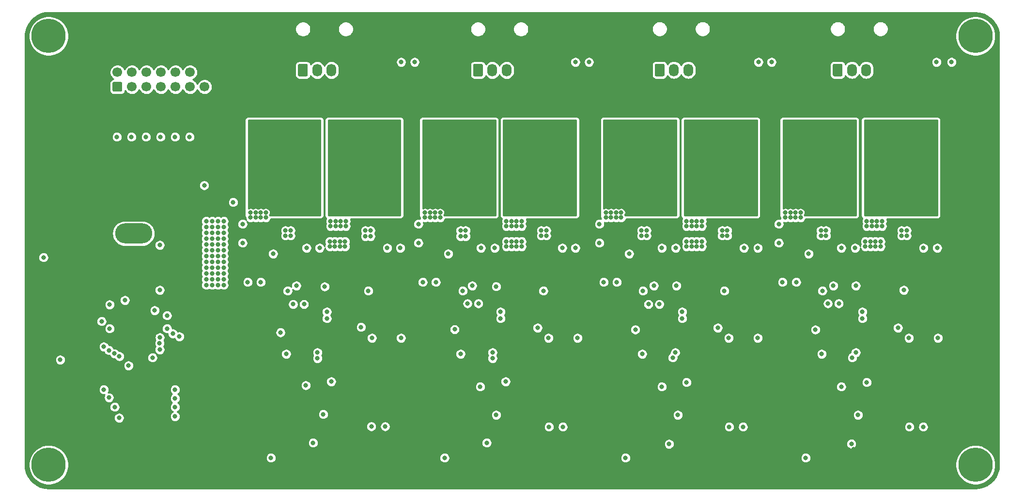
<source format=gbr>
%TF.GenerationSoftware,KiCad,Pcbnew,(5.1.8-0-10_14)*%
%TF.CreationDate,2021-05-08T00:18:42-07:00*%
%TF.ProjectId,TEC,5445432e-6b69-4636-9164-5f7063625858,A*%
%TF.SameCoordinates,Original*%
%TF.FileFunction,Copper,L2,Inr*%
%TF.FilePolarity,Positive*%
%FSLAX46Y46*%
G04 Gerber Fmt 4.6, Leading zero omitted, Abs format (unit mm)*
G04 Created by KiCad (PCBNEW (5.1.8-0-10_14)) date 2021-05-08 00:18:42*
%MOMM*%
%LPD*%
G01*
G04 APERTURE LIST*
%TA.AperFunction,ComponentPad*%
%ADD10C,0.500000*%
%TD*%
%TA.AperFunction,ComponentPad*%
%ADD11C,1.700000*%
%TD*%
%TA.AperFunction,ComponentPad*%
%ADD12O,1.700000X2.200000*%
%TD*%
%TA.AperFunction,ComponentPad*%
%ADD13C,0.800000*%
%TD*%
%TA.AperFunction,ComponentPad*%
%ADD14C,6.000000*%
%TD*%
%TA.AperFunction,ComponentPad*%
%ADD15O,6.500000X3.500000*%
%TD*%
%TA.AperFunction,ComponentPad*%
%ADD16O,3.500000X6.500000*%
%TD*%
%TA.AperFunction,ViaPad*%
%ADD17C,0.800000*%
%TD*%
%TA.AperFunction,Conductor*%
%ADD18C,0.254000*%
%TD*%
%TA.AperFunction,Conductor*%
%ADD19C,0.100000*%
%TD*%
G04 APERTURE END LIST*
D10*
%TO.N,GND*%
%TO.C,U2*%
X72297000Y-125764000D03*
X71247000Y-125764000D03*
X70197000Y-125764000D03*
X72297000Y-124714000D03*
X71247000Y-124714000D03*
X70197000Y-124714000D03*
X72297000Y-123664000D03*
X71247000Y-123664000D03*
X70197000Y-123664000D03*
%TD*%
D11*
%TO.N,GND*%
%TO.C,J2*%
X82240000Y-76327000D03*
%TO.N,/BAT_VOLT*%
X79700000Y-76327000D03*
%TO.N,Net-(FL7-Pad3)*%
X77160000Y-76327000D03*
%TO.N,Net-(FL6-Pad3)*%
X74620000Y-76327000D03*
%TO.N,/RST_LASER*%
X72080000Y-76327000D03*
%TO.N,Net-(FL5-Pad3)*%
X69540000Y-76327000D03*
%TO.N,Net-(FL4-Pad3)*%
X67000000Y-76327000D03*
%TO.N,/DATA_13*%
X82240000Y-78867000D03*
%TO.N,/CHARGE*%
X79700000Y-78867000D03*
%TO.N,Net-(FL1-Pad3)*%
X77160000Y-78867000D03*
%TO.N,/TMP_LASER*%
X74620000Y-78867000D03*
%TO.N,/CS_LASER*%
X72080000Y-78867000D03*
%TO.N,Net-(FL2-Pad3)*%
X69540000Y-78867000D03*
%TO.N,Net-(FL3-Pad3)*%
%TA.AperFunction,ComponentPad*%
G36*
G01*
X67600000Y-79717000D02*
X66400000Y-79717000D01*
G75*
G02*
X66150000Y-79467000I0J250000D01*
G01*
X66150000Y-78267000D01*
G75*
G02*
X66400000Y-78017000I250000J0D01*
G01*
X67600000Y-78017000D01*
G75*
G02*
X67850000Y-78267000I0J-250000D01*
G01*
X67850000Y-79467000D01*
G75*
G02*
X67600000Y-79717000I-250000J0D01*
G01*
G37*
%TD.AperFunction*%
%TD*%
D10*
%TO.N,GND*%
%TO.C,U8*%
X57277000Y-110659000D03*
X57277000Y-109559000D03*
%TD*%
%TO.N,GND*%
%TO.C,U18*%
X193663000Y-121825000D03*
X193663000Y-122825000D03*
X193663000Y-123825000D03*
X192663000Y-121825000D03*
X192663000Y-122825000D03*
X192663000Y-123825000D03*
X191663000Y-121825000D03*
X191663000Y-122825000D03*
X191663000Y-123825000D03*
%TD*%
%TO.N,GND*%
%TO.C,U14*%
X162290000Y-121825000D03*
X162290000Y-122825000D03*
X162290000Y-123825000D03*
X161290000Y-121825000D03*
X161290000Y-122825000D03*
X161290000Y-123825000D03*
X160290000Y-121825000D03*
X160290000Y-122825000D03*
X160290000Y-123825000D03*
%TD*%
%TO.N,GND*%
%TO.C,U10*%
X130667000Y-121825000D03*
X130667000Y-122825000D03*
X130667000Y-123825000D03*
X129667000Y-121825000D03*
X129667000Y-122825000D03*
X129667000Y-123825000D03*
X128667000Y-121825000D03*
X128667000Y-122825000D03*
X128667000Y-123825000D03*
%TD*%
D12*
%TO.N,GND*%
%TO.C,J6*%
X200413000Y-75946000D03*
%TO.N,/TEMPGET4*%
X197913000Y-75946000D03*
%TO.N,/sheet609C9431/TECN*%
X195413000Y-75946000D03*
%TO.N,/sheet609C9431/TECP*%
%TA.AperFunction,ComponentPad*%
G36*
G01*
X193513000Y-77046000D02*
X192313000Y-77046000D01*
G75*
G02*
X192063000Y-76796000I0J250000D01*
G01*
X192063000Y-75096000D01*
G75*
G02*
X192313000Y-74846000I250000J0D01*
G01*
X193513000Y-74846000D01*
G75*
G02*
X193763000Y-75096000I0J-250000D01*
G01*
X193763000Y-76796000D01*
G75*
G02*
X193513000Y-77046000I-250000J0D01*
G01*
G37*
%TD.AperFunction*%
%TD*%
%TO.N,GND*%
%TO.C,J5*%
X169298000Y-75946000D03*
%TO.N,/TEMPGET3*%
X166798000Y-75946000D03*
%TO.N,/sheet609BE7FC/TECN*%
X164298000Y-75946000D03*
%TO.N,/sheet609BE7FC/TECP*%
%TA.AperFunction,ComponentPad*%
G36*
G01*
X162398000Y-77046000D02*
X161198000Y-77046000D01*
G75*
G02*
X160948000Y-76796000I0J250000D01*
G01*
X160948000Y-75096000D01*
G75*
G02*
X161198000Y-74846000I250000J0D01*
G01*
X162398000Y-74846000D01*
G75*
G02*
X162648000Y-75096000I0J-250000D01*
G01*
X162648000Y-76796000D01*
G75*
G02*
X162398000Y-77046000I-250000J0D01*
G01*
G37*
%TD.AperFunction*%
%TD*%
%TO.N,GND*%
%TO.C,J4*%
X137548000Y-75962000D03*
%TO.N,/TEMPGET2*%
X135048000Y-75962000D03*
%TO.N,/sheet609B3708/TECN*%
X132548000Y-75962000D03*
%TO.N,/sheet609B3708/TECP*%
%TA.AperFunction,ComponentPad*%
G36*
G01*
X130648000Y-77062000D02*
X129448000Y-77062000D01*
G75*
G02*
X129198000Y-76812000I0J250000D01*
G01*
X129198000Y-75112000D01*
G75*
G02*
X129448000Y-74862000I250000J0D01*
G01*
X130648000Y-74862000D01*
G75*
G02*
X130898000Y-75112000I0J-250000D01*
G01*
X130898000Y-76812000D01*
G75*
G02*
X130648000Y-77062000I-250000J0D01*
G01*
G37*
%TD.AperFunction*%
%TD*%
D13*
%TO.N,Net-(H4-Pad1)*%
%TO.C,H4*%
X218590990Y-143409010D03*
X217000000Y-142750000D03*
X215409010Y-143409010D03*
X214750000Y-145000000D03*
X215409010Y-146590990D03*
X217000000Y-147250000D03*
X218590990Y-146590990D03*
X219250000Y-145000000D03*
D14*
X217000000Y-145000000D03*
%TD*%
D13*
%TO.N,Net-(H3-Pad1)*%
%TO.C,H3*%
X56590990Y-143409010D03*
X55000000Y-142750000D03*
X53409010Y-143409010D03*
X52750000Y-145000000D03*
X53409010Y-146590990D03*
X55000000Y-147250000D03*
X56590990Y-146590990D03*
X57250000Y-145000000D03*
D14*
X55000000Y-145000000D03*
%TD*%
D13*
%TO.N,Net-(H2-Pad1)*%
%TO.C,H2*%
X56590990Y-68409010D03*
X55000000Y-67750000D03*
X53409010Y-68409010D03*
X52750000Y-70000000D03*
X53409010Y-71590990D03*
X55000000Y-72250000D03*
X56590990Y-71590990D03*
X57250000Y-70000000D03*
D14*
X55000000Y-70000000D03*
%TD*%
D13*
%TO.N,Net-(H1-Pad1)*%
%TO.C,H1*%
X218590990Y-68409010D03*
X217000000Y-67750000D03*
X215409010Y-68409010D03*
X214750000Y-70000000D03*
X215409010Y-71590990D03*
X217000000Y-72250000D03*
X218590990Y-71590990D03*
X219250000Y-70000000D03*
D14*
X217000000Y-70000000D03*
%TD*%
D10*
%TO.N,GND*%
%TO.C,U5*%
X100187000Y-121825000D03*
X100187000Y-122825000D03*
X100187000Y-123825000D03*
X99187000Y-121825000D03*
X99187000Y-122825000D03*
X99187000Y-123825000D03*
X98187000Y-121825000D03*
X98187000Y-122825000D03*
X98187000Y-123825000D03*
%TD*%
D12*
%TO.N,GND*%
%TO.C,J3*%
X106941000Y-75962000D03*
%TO.N,/TEMPGET1*%
X104441000Y-75962000D03*
%TO.N,/LTC1923Channel/TECN*%
X101941000Y-75962000D03*
%TO.N,/LTC1923Channel/TECP*%
%TA.AperFunction,ComponentPad*%
G36*
G01*
X100041000Y-77062000D02*
X98841000Y-77062000D01*
G75*
G02*
X98591000Y-76812000I0J250000D01*
G01*
X98591000Y-75112000D01*
G75*
G02*
X98841000Y-74862000I250000J0D01*
G01*
X100041000Y-74862000D01*
G75*
G02*
X100291000Y-75112000I0J-250000D01*
G01*
X100291000Y-76812000D01*
G75*
G02*
X100041000Y-77062000I-250000J0D01*
G01*
G37*
%TD.AperFunction*%
%TD*%
D15*
%TO.N,+BATT*%
%TO.C,J1*%
X69850000Y-104530400D03*
D16*
%TO.N,GND*%
X70485000Y-110561000D03*
%TD*%
D17*
%TO.N,+3V3*%
X64262000Y-119888008D03*
X66929006Y-87630000D03*
%TO.N,+5V*%
X54102000Y-108712000D03*
X82192500Y-96115500D03*
X57023000Y-126619000D03*
X99634000Y-116901000D03*
X97724000Y-116906000D03*
X111506000Y-122809000D03*
X116586000Y-122809000D03*
X113816000Y-138279000D03*
X111403000Y-138279000D03*
X93853000Y-143764000D03*
X130114000Y-116774000D03*
X128204000Y-116779000D03*
X142454500Y-138342500D03*
X144867500Y-138342500D03*
X147447000Y-122809000D03*
X142367000Y-122809000D03*
X124206000Y-143764000D03*
X159827000Y-116906000D03*
X161737000Y-116901000D03*
X173863000Y-122809000D03*
X178943000Y-122809000D03*
X176363500Y-138342500D03*
X173950500Y-138342500D03*
X155829000Y-143764000D03*
X191196000Y-116779000D03*
X193106000Y-116774000D03*
X187325000Y-143764000D03*
X205446500Y-138342500D03*
X207859500Y-138342500D03*
X210439000Y-122809000D03*
X205359000Y-122809000D03*
%TO.N,Net-(L1-Pad1)*%
X90424000Y-85217000D03*
X91694000Y-85217000D03*
X92964000Y-85217000D03*
X94234000Y-85217000D03*
X95504000Y-85217000D03*
X96774000Y-85217000D03*
X98044000Y-85217000D03*
X99314000Y-85217000D03*
X100584000Y-85217000D03*
X101854000Y-85217000D03*
X91059000Y-86487000D03*
X92329000Y-86487000D03*
X93599000Y-86487000D03*
X94869000Y-86487000D03*
X96139000Y-86487000D03*
X97409000Y-86487000D03*
X98679000Y-86487000D03*
X99949000Y-86487000D03*
X101219000Y-86487000D03*
X90424000Y-87757000D03*
X91694000Y-87757000D03*
X92964000Y-87757000D03*
X94234000Y-87757000D03*
X95504000Y-87757000D03*
X96774000Y-87757000D03*
X98044000Y-87757000D03*
X99314000Y-87757000D03*
X100584000Y-87757000D03*
X101854000Y-87757000D03*
X91059000Y-89027000D03*
X92329000Y-89027000D03*
X93599000Y-89027000D03*
X94869000Y-89027000D03*
X96139000Y-89027000D03*
X97409000Y-89027000D03*
X98679000Y-89027000D03*
X99949000Y-89027000D03*
X101219000Y-89027000D03*
X90424000Y-90297000D03*
X91694000Y-90297000D03*
X92964000Y-90297000D03*
X94234000Y-90297000D03*
X95504000Y-90297000D03*
X96774000Y-90297000D03*
X98044000Y-90297000D03*
X99314000Y-90297000D03*
X100584000Y-90297000D03*
X101854000Y-90297000D03*
X91059000Y-91567000D03*
X92329000Y-91567000D03*
X93599000Y-91567000D03*
X94869000Y-91567000D03*
X96139000Y-91567000D03*
X97409000Y-91567000D03*
X98679000Y-91567000D03*
X99949000Y-91567000D03*
X101219000Y-91567000D03*
X90424000Y-92837000D03*
X91694000Y-92837000D03*
X92964000Y-92837000D03*
X99314000Y-92837000D03*
X100584000Y-92837000D03*
X101854000Y-92837000D03*
X91059000Y-94107000D03*
X92329000Y-94107000D03*
X99949000Y-94107000D03*
X101219000Y-94107000D03*
X90424000Y-95377000D03*
X91694000Y-95377000D03*
X92964000Y-95377000D03*
X98044000Y-96012000D03*
X99314000Y-95377000D03*
X100584000Y-95377000D03*
X101854000Y-95377000D03*
X91059000Y-96647000D03*
X92329000Y-96647000D03*
X99949000Y-96647000D03*
X101219000Y-96647000D03*
X90424000Y-97917000D03*
X91694000Y-97917000D03*
X92964000Y-97917000D03*
X99314000Y-97917000D03*
X100584000Y-97917000D03*
X101854000Y-97917000D03*
X91059000Y-99187000D03*
X92329000Y-99187000D03*
X99949000Y-99187000D03*
X101219000Y-99187000D03*
X99314000Y-100457000D03*
X100584000Y-100457000D03*
X101854000Y-100457000D03*
X96774000Y-96012000D03*
X95504000Y-96012000D03*
X94234000Y-96012000D03*
%TO.N,/TEMPGET1*%
X116617800Y-74549000D03*
X118967210Y-74549000D03*
%TO.N,/VREF*%
X95526500Y-121844800D03*
X101981000Y-126365000D03*
X68326000Y-116205000D03*
X68960997Y-127634997D03*
%TO.N,/CS_TEC_READ*%
X77851000Y-122555000D03*
X79629000Y-87630000D03*
%TO.N,/CS_TEC_SET*%
X76708000Y-122047000D03*
X77089000Y-87630000D03*
%TO.N,/SCK*%
X75692000Y-121158000D03*
X75692000Y-118872000D03*
X74549000Y-87630006D03*
%TO.N,/MISO*%
X72008996Y-87630000D03*
X73533000Y-117983000D03*
%TO.N,/MOSI*%
X69469000Y-87630000D03*
X65659000Y-121158000D03*
X65659002Y-116967002D03*
%TO.N,/TEMPSET1*%
X77089000Y-131826000D03*
X64643000Y-124333000D03*
X64643000Y-131826000D03*
X104394000Y-130429000D03*
%TO.N,GND*%
X55118000Y-107569000D03*
X60960000Y-113157000D03*
X54102000Y-113538000D03*
X68215000Y-83677000D03*
X70755000Y-83677000D03*
X73295000Y-83677000D03*
X75835000Y-83677000D03*
X78375000Y-83677000D03*
X80899000Y-83693000D03*
X83566000Y-83693000D03*
X65548000Y-83677000D03*
X79487000Y-90439000D03*
X82804000Y-121539000D03*
X82804000Y-127889000D03*
X61087000Y-126619000D03*
X57023000Y-129794000D03*
X57023000Y-132969000D03*
X113736000Y-66985000D03*
X116078000Y-79121000D03*
X90424000Y-79121000D03*
X109474000Y-110109000D03*
X112014000Y-110109000D03*
X98171000Y-110109000D03*
X95631000Y-110109000D03*
X89154000Y-108839000D03*
X90043000Y-108839000D03*
X90932000Y-108839000D03*
X91821000Y-108839000D03*
X92710000Y-108839000D03*
X101534000Y-116906000D03*
X95824000Y-116901000D03*
X108331000Y-118745000D03*
X113411000Y-118745000D03*
X99949000Y-110998000D03*
X102108000Y-110998000D03*
X104267000Y-110953800D03*
X106299000Y-110953800D03*
X91313000Y-120650000D03*
X91313000Y-122936000D03*
X91313000Y-125222000D03*
X90805000Y-126619000D03*
X95377000Y-130429000D03*
X99060000Y-130429000D03*
X114173000Y-111125000D03*
X116459000Y-111125000D03*
X97663000Y-143764000D03*
X97917000Y-141732000D03*
X101854000Y-142240000D03*
X102108000Y-130429000D03*
X120777000Y-79121000D03*
X146685000Y-79121000D03*
X102362000Y-104140000D03*
X132969000Y-104013000D03*
X130556000Y-110998000D03*
X132715000Y-110998000D03*
X134874000Y-110998000D03*
X137033000Y-110998000D03*
X142748000Y-110109000D03*
X140208000Y-110109000D03*
X128651000Y-110109000D03*
X126111000Y-110109000D03*
X147066000Y-111125000D03*
X144780000Y-111125000D03*
X119888000Y-108839000D03*
X120777000Y-108839000D03*
X121666000Y-108839000D03*
X122555000Y-108839000D03*
X123444000Y-108839000D03*
X132014000Y-116779000D03*
X126304000Y-116774000D03*
X121793000Y-120650000D03*
X121793000Y-122936000D03*
X121793000Y-125222000D03*
X121158000Y-126619000D03*
X125730000Y-130429000D03*
X129540000Y-130429000D03*
X132588000Y-130429000D03*
X128270000Y-143764000D03*
X132461000Y-142240000D03*
X128397000Y-141732000D03*
X128397000Y-139827000D03*
X144272000Y-118745000D03*
X139192000Y-118745000D03*
X77142710Y-124406286D03*
X152273000Y-79121000D03*
X178308000Y-79121000D03*
X164592000Y-104013000D03*
X157734000Y-110109000D03*
X160274000Y-110109000D03*
X162179000Y-110998000D03*
X164338000Y-110998000D03*
X166497000Y-110998000D03*
X168656000Y-110998000D03*
X171831000Y-110109000D03*
X174371000Y-110109000D03*
X176530000Y-111125000D03*
X178943000Y-111125000D03*
X151511000Y-108839000D03*
X152400000Y-108839000D03*
X153289000Y-108839000D03*
X154178000Y-108839000D03*
X155067000Y-108839000D03*
X157927000Y-116901000D03*
X163637000Y-116906000D03*
X153416000Y-120650000D03*
X153416000Y-122936000D03*
X153416000Y-125222000D03*
X157353000Y-130556000D03*
X161163000Y-130556000D03*
X164211000Y-130556000D03*
X159385000Y-133985000D03*
X170688000Y-118745000D03*
X175768000Y-118745000D03*
X164211000Y-142240000D03*
X159893000Y-143764000D03*
X160020000Y-141859000D03*
X160020000Y-139827000D03*
X183769000Y-79121000D03*
X209804000Y-79121000D03*
X182753000Y-108839000D03*
X183642000Y-108839000D03*
X184531000Y-108839000D03*
X185420000Y-108839000D03*
X186309000Y-108839000D03*
X193548000Y-110998000D03*
X195707000Y-110998000D03*
X197866000Y-110998000D03*
X200025000Y-110998000D03*
X207899000Y-111125000D03*
X210312000Y-111125000D03*
X189103000Y-110109000D03*
X191643000Y-110109000D03*
X203200000Y-110109000D03*
X205740000Y-110109000D03*
X189296000Y-116774000D03*
X195006000Y-116779000D03*
X184912000Y-120650000D03*
X184912000Y-122936000D03*
X184912000Y-125222000D03*
X188849000Y-130556000D03*
X192659000Y-130556000D03*
X195707000Y-130556000D03*
X191262000Y-143764000D03*
X195707000Y-142240000D03*
X191643000Y-141732000D03*
X191643000Y-139700000D03*
X195961000Y-104013000D03*
X207264000Y-118745000D03*
X202184000Y-118745000D03*
X152781000Y-126650790D03*
X144406502Y-67048500D03*
X176156500Y-67048500D03*
X207637500Y-67048500D03*
X184277000Y-126619000D03*
X62865000Y-131826000D03*
X73509500Y-130706500D03*
X97282000Y-134080210D03*
X127635000Y-134080210D03*
X97917000Y-139827000D03*
X190881000Y-133000790D03*
%TO.N,+VDC*%
X82550000Y-102362000D03*
X83566000Y-102362000D03*
X84582000Y-102362000D03*
X85598000Y-102362000D03*
X82550000Y-103378000D03*
X83566000Y-103378000D03*
X84582000Y-103378000D03*
X85598000Y-103378000D03*
X82550000Y-104394000D03*
X83566000Y-104394000D03*
X84582000Y-104394000D03*
X85598000Y-104394000D03*
X82550000Y-105410000D03*
X83566000Y-105410000D03*
X84582000Y-105410000D03*
X85598000Y-105410000D03*
X82550000Y-106426000D03*
X83566000Y-106426000D03*
X84582000Y-106426000D03*
X85598000Y-106426000D03*
X82550000Y-107442000D03*
X83566000Y-107442000D03*
X84582000Y-107442000D03*
X85598000Y-107442000D03*
X82550000Y-108458000D03*
X83566000Y-108458000D03*
X84582000Y-108458000D03*
X85598000Y-108458000D03*
X82550000Y-109474000D03*
X83566000Y-109474000D03*
X84582000Y-109474000D03*
X85598000Y-109474000D03*
X82550000Y-110490000D03*
X83566000Y-110490000D03*
X84582000Y-110490000D03*
X85598000Y-110490000D03*
X82550000Y-111506000D03*
X83566000Y-111506000D03*
X84582000Y-111506000D03*
X85598000Y-111506000D03*
X82550000Y-112522000D03*
X83566000Y-112522000D03*
X84582000Y-112522000D03*
X85598000Y-112522000D03*
X82550000Y-113538000D03*
X83566000Y-113538000D03*
X84582000Y-113538000D03*
X85598000Y-113538000D03*
X110363000Y-104013000D03*
X110363000Y-105029000D03*
X111252000Y-104013000D03*
X111252000Y-105029000D03*
X96393000Y-104013000D03*
X97282000Y-104013000D03*
X97282000Y-104902000D03*
X96393000Y-104902000D03*
X94234000Y-108077000D03*
X104140000Y-105918000D03*
X105029000Y-105918000D03*
X104140000Y-106807000D03*
X105029000Y-106807000D03*
X105918000Y-106807000D03*
X105918000Y-105918000D03*
X106807000Y-105918000D03*
X106807000Y-106807000D03*
X100076000Y-107061000D03*
X102362000Y-107061000D03*
X89789000Y-113030000D03*
X92075000Y-113030000D03*
X116459000Y-107061000D03*
X114173000Y-107061000D03*
X127000000Y-104013000D03*
X127000000Y-105029000D03*
X127889000Y-105029000D03*
X127889000Y-104013000D03*
X124841000Y-108077000D03*
X141097000Y-104013000D03*
X141986000Y-104013000D03*
X141986000Y-104902000D03*
X141097000Y-104902000D03*
X135001000Y-105918000D03*
X135001000Y-106807000D03*
X135890000Y-106807000D03*
X135890000Y-105918000D03*
X136779000Y-105918000D03*
X136779000Y-106807000D03*
X137668000Y-106807000D03*
X137668000Y-105918000D03*
X132969000Y-107061000D03*
X130556000Y-107061000D03*
X147066000Y-107061000D03*
X144780000Y-107061000D03*
X120396000Y-113030000D03*
X122682000Y-113030000D03*
X158623000Y-104013000D03*
X159512000Y-104013000D03*
X158623000Y-104902000D03*
X159512000Y-104902000D03*
X172720000Y-104013000D03*
X173609000Y-104013000D03*
X172720000Y-104902000D03*
X173609000Y-104902000D03*
X156464000Y-108077000D03*
X152019000Y-113030000D03*
X154305000Y-113030000D03*
X162179000Y-107061000D03*
X164592000Y-107061000D03*
X166497000Y-105918000D03*
X167386000Y-105918000D03*
X168275000Y-105918000D03*
X169164000Y-105918000D03*
X169164000Y-106807000D03*
X168275000Y-106807000D03*
X167386000Y-106807000D03*
X166497000Y-106807000D03*
X176530000Y-107061000D03*
X178943000Y-107061000D03*
X189992000Y-104013000D03*
X190881000Y-104013000D03*
X190881000Y-104902000D03*
X189992000Y-104902000D03*
X204089000Y-104013000D03*
X204978000Y-104013000D03*
X204978000Y-104902000D03*
X204089000Y-104902000D03*
X193548000Y-107061000D03*
X195961000Y-107061000D03*
X197739000Y-105918000D03*
X198628000Y-105918000D03*
X199517000Y-105918000D03*
X200406000Y-105918000D03*
X200406000Y-106807000D03*
X199517000Y-106807000D03*
X198628000Y-106807000D03*
X197739000Y-106807000D03*
X183261000Y-113030000D03*
X185674000Y-113030000D03*
X210312000Y-107061000D03*
X207899000Y-107061000D03*
X187833000Y-108077000D03*
%TO.N,/ITECSET1*%
X74424310Y-122720560D03*
X99949000Y-131095790D03*
%TO.N,Net-(L2-Pad2)*%
X104394000Y-85217000D03*
X105664000Y-85217000D03*
X106934000Y-85217000D03*
X108204000Y-85217000D03*
X109474000Y-85217000D03*
X110744000Y-85217000D03*
X112014000Y-85217000D03*
X113284000Y-85217000D03*
X114554000Y-85217000D03*
X115824000Y-85217000D03*
X105029000Y-86487000D03*
X106299000Y-86487000D03*
X107569000Y-86487000D03*
X108839000Y-86487000D03*
X110109000Y-86487000D03*
X111379000Y-86487000D03*
X112649000Y-86487000D03*
X113919000Y-86487000D03*
X115189000Y-86487000D03*
X104394000Y-87757000D03*
X105664000Y-87757000D03*
X106934000Y-87757000D03*
X108204000Y-87757000D03*
X109474000Y-87757000D03*
X110744000Y-87757000D03*
X112014000Y-87757000D03*
X113284000Y-87757000D03*
X114554000Y-87757000D03*
X115824000Y-87757000D03*
X105029000Y-89027000D03*
X106299000Y-89027000D03*
X107569000Y-89027000D03*
X108839000Y-89027000D03*
X110109000Y-89027000D03*
X111379000Y-89027000D03*
X112649000Y-89027000D03*
X113919000Y-89027000D03*
X115189000Y-89027000D03*
X104394000Y-90297000D03*
X105664000Y-90297000D03*
X106934000Y-90297000D03*
X108204000Y-90297000D03*
X109474000Y-90297000D03*
X110744000Y-90297000D03*
X112014000Y-90297000D03*
X113284000Y-90297000D03*
X114554000Y-90297000D03*
X115824000Y-90297000D03*
X105029000Y-91567000D03*
X106299000Y-91567000D03*
X107569000Y-91567000D03*
X108839000Y-91567000D03*
X110109000Y-91567000D03*
X111379000Y-91567000D03*
X112649000Y-91567000D03*
X113919000Y-91567000D03*
X115189000Y-91567000D03*
X104394000Y-92837000D03*
X105664000Y-92837000D03*
X106934000Y-92837000D03*
X113284000Y-92837000D03*
X114554000Y-92837000D03*
X115824000Y-92837000D03*
X105029000Y-94107000D03*
X106299000Y-94107000D03*
X113919000Y-94107000D03*
X115189000Y-94107000D03*
X104394000Y-95377000D03*
X105664000Y-95377000D03*
X106934000Y-95377000D03*
X108204000Y-96012000D03*
X109474000Y-96012000D03*
X110744000Y-96012000D03*
X112014000Y-96012000D03*
X113284000Y-95377000D03*
X114554000Y-95377000D03*
X115824000Y-95377000D03*
X105029000Y-96647000D03*
X106299000Y-96647000D03*
X113919000Y-96647000D03*
X115189000Y-96647000D03*
X104394000Y-97917000D03*
X105664000Y-97917000D03*
X106934000Y-97917000D03*
X113284000Y-97917000D03*
X114554000Y-97917000D03*
X115824000Y-97917000D03*
X105029000Y-99187000D03*
X106299000Y-99187000D03*
X113919000Y-99187000D03*
X115189000Y-99187000D03*
X104394000Y-100457000D03*
X105664000Y-100457000D03*
X106934000Y-100457000D03*
X113284000Y-100457000D03*
X114554000Y-100457000D03*
X115824000Y-100457000D03*
%TO.N,/LTC1923Channel/~FAULT*%
X101981000Y-125349000D03*
X109601000Y-120904000D03*
%TO.N,Net-(Q7-Pad1)*%
X106934000Y-102362000D03*
X106934000Y-103251000D03*
X106045000Y-102362000D03*
X106045000Y-103251000D03*
X105156000Y-102362000D03*
X105156000Y-103251000D03*
X104267000Y-102362000D03*
X104267000Y-103251000D03*
X90297000Y-101727000D03*
X90297000Y-100838000D03*
X91186000Y-100838000D03*
X91186000Y-101727000D03*
X92075000Y-101727000D03*
X92075000Y-100838000D03*
X92964000Y-100838000D03*
X92964000Y-101727000D03*
X88900000Y-102870000D03*
X103632000Y-118237000D03*
%TO.N,Net-(Q10-Pad4)*%
X74422000Y-106553000D03*
X74421996Y-114427000D03*
%TO.N,Net-(U5-Pad24)*%
X110871000Y-114554000D03*
X96773999Y-114553999D03*
%TO.N,Net-(U5-Pad18)*%
X103251000Y-113823800D03*
X98298000Y-113665000D03*
%TO.N,/ENABLE*%
X96520000Y-125603000D03*
X87249000Y-99060000D03*
X127000000Y-125603000D03*
X158750000Y-125603000D03*
X190119000Y-125603000D03*
%TO.N,/sheet609B3708/VREF*%
X125965312Y-121303688D03*
X132588000Y-126364998D03*
%TO.N,/sheet609BE7FC/VREF*%
X164084000Y-126238000D03*
X157543500Y-121348500D03*
%TO.N,/sheet609C9431/VREF*%
X195453000Y-126238000D03*
X189022812Y-121365188D03*
%TO.N,/TEMPGET2*%
X147066000Y-74549000D03*
X149447210Y-74549000D03*
%TO.N,/TEMPGET3*%
X181356001Y-74548999D03*
X179069998Y-74549000D03*
%TO.N,/TEMPGET4*%
X210185000Y-74549000D03*
X212820210Y-74549000D03*
%TO.N,/sheet609B3708/~FAULT*%
X140462000Y-121031000D03*
X132588000Y-125349000D03*
%TO.N,Net-(Q16-Pad1)*%
X120777000Y-100838000D03*
X121666000Y-100838000D03*
X122555000Y-100838000D03*
X123444000Y-100838000D03*
X123444000Y-101727000D03*
X122555000Y-101727000D03*
X121666000Y-101727000D03*
X120777000Y-101727000D03*
X137668000Y-102362000D03*
X137668000Y-103251000D03*
X136779000Y-102362000D03*
X136779000Y-103251000D03*
X135890000Y-103251000D03*
X135890000Y-102362000D03*
X135001000Y-102362000D03*
X135001000Y-103251000D03*
X119634000Y-102870000D03*
X133985000Y-118237000D03*
%TO.N,/sheet609BE7FC/~FAULT*%
X164532645Y-125340709D03*
X171958000Y-121031000D03*
%TO.N,Net-(Q22-Pad1)*%
X152400000Y-100838000D03*
X153289000Y-100838000D03*
X154178000Y-100838000D03*
X155067000Y-100838000D03*
X152400000Y-101727000D03*
X153289000Y-101727000D03*
X154178000Y-101727000D03*
X155067000Y-101727000D03*
X166497000Y-102362000D03*
X167386000Y-102362000D03*
X168275000Y-102362000D03*
X169164000Y-102362000D03*
X169164000Y-103251000D03*
X168275000Y-103251000D03*
X167386000Y-103251000D03*
X166497000Y-103251000D03*
X151257000Y-102870000D03*
X165735000Y-118237000D03*
%TO.N,/sheet609C9431/~FAULT*%
X196088000Y-125349000D03*
X203454000Y-121031000D03*
%TO.N,Net-(Q28-Pad1)*%
X183769000Y-100838000D03*
X184658000Y-100838000D03*
X185547000Y-100838000D03*
X186436000Y-100838000D03*
X186436000Y-101727000D03*
X185547000Y-101727000D03*
X184658000Y-101727000D03*
X183769000Y-101727000D03*
X182626000Y-102870000D03*
X197993000Y-102362000D03*
X198882000Y-102362000D03*
X199771000Y-102362000D03*
X200660000Y-102362000D03*
X200660000Y-103251000D03*
X199771000Y-103251000D03*
X198882000Y-103251000D03*
X197993000Y-103251000D03*
X197231000Y-118237000D03*
%TO.N,Net-(R7-Pad1)*%
X101219000Y-141137200D03*
X102997000Y-136144000D03*
%TO.N,/TEMPSET2*%
X65532002Y-124968000D03*
X65540336Y-133231336D03*
X77089000Y-133350000D03*
X134874000Y-130429000D03*
%TO.N,/TEMPSET3*%
X66492998Y-125525566D03*
X166497000Y-130556000D03*
X66547996Y-134874000D03*
X77089000Y-134874000D03*
%TO.N,/TEMPSET4*%
X67367889Y-126016483D03*
X197993000Y-130556000D03*
X67309998Y-136779000D03*
X77089000Y-136525000D03*
%TO.N,/ITECSET2*%
X130429000Y-131318000D03*
X74391467Y-123723234D03*
%TO.N,/ITECSET3*%
X74422000Y-124841000D03*
X162179000Y-131318000D03*
%TO.N,/ITECSET4*%
X73152000Y-126238000D03*
X193548000Y-131318000D03*
%TO.N,Net-(U10-Pad24)*%
X127381000Y-114554000D03*
X141478000Y-114554000D03*
%TO.N,Net-(U10-Pad18)*%
X133223000Y-113792000D03*
X129032000Y-113665000D03*
%TO.N,Net-(U14-Pad24)*%
X173101000Y-114554000D03*
X158877000Y-114554000D03*
%TO.N,Net-(U14-Pad18)*%
X160782000Y-113665000D03*
X164719000Y-113664996D03*
%TO.N,Net-(U18-Pad24)*%
X204470000Y-114427000D03*
X190246000Y-114554002D03*
%TO.N,Net-(U18-Pad18)*%
X192151000Y-113665000D03*
X196088000Y-113664996D03*
%TO.N,Net-(NT1-Pad1)*%
X88900000Y-106172000D03*
X103632000Y-119380000D03*
%TO.N,Net-(NT2-Pad1)*%
X119634000Y-106172000D03*
X133985000Y-119380000D03*
%TO.N,Net-(NT3-Pad1)*%
X151257000Y-106172000D03*
X165734996Y-119380000D03*
%TO.N,Net-(NT4-Pad1)*%
X182626000Y-106172000D03*
X197231000Y-119380000D03*
%TO.N,Net-(L3-Pad1)*%
X120904000Y-85217000D03*
X122174000Y-85217000D03*
X123444000Y-85217000D03*
X124714000Y-85217000D03*
X125984000Y-85217000D03*
X127254000Y-85217000D03*
X128524000Y-85217000D03*
X129794000Y-85217000D03*
X131064000Y-85217000D03*
X132334000Y-85217000D03*
X121539000Y-86487000D03*
X122809000Y-86487000D03*
X124079000Y-86487000D03*
X125349000Y-86487000D03*
X126619000Y-86487000D03*
X127889000Y-86487000D03*
X129159000Y-86487000D03*
X130429000Y-86487000D03*
X131699000Y-86487000D03*
X120904000Y-87757000D03*
X122174000Y-87757000D03*
X123444000Y-87757000D03*
X124714000Y-87757000D03*
X125984000Y-87757000D03*
X127254000Y-87757000D03*
X128524000Y-87757000D03*
X129794000Y-87757000D03*
X131064000Y-87757000D03*
X132334000Y-87757000D03*
X121539000Y-89027000D03*
X122809000Y-89027000D03*
X124079000Y-89027000D03*
X125349000Y-89027000D03*
X126619000Y-89027000D03*
X127889000Y-89027000D03*
X129159000Y-89027000D03*
X130429000Y-89027000D03*
X131699000Y-89027000D03*
X120904000Y-90297000D03*
X122174000Y-90297000D03*
X123444000Y-90297000D03*
X124714000Y-90297000D03*
X125984000Y-90297000D03*
X127254000Y-90297000D03*
X128524000Y-90297000D03*
X129794000Y-90297000D03*
X131064000Y-90297000D03*
X132334000Y-90297000D03*
X121539000Y-91567000D03*
X122809000Y-91567000D03*
X124079000Y-91567000D03*
X125349000Y-91567000D03*
X126619000Y-91567000D03*
X127889000Y-91567000D03*
X129159000Y-91567000D03*
X130429000Y-91567000D03*
X131699000Y-91567000D03*
X120904000Y-92837000D03*
X122174000Y-92837000D03*
X123444000Y-92837000D03*
X129794000Y-92837000D03*
X131064000Y-92837000D03*
X132334000Y-92837000D03*
X121539000Y-94107000D03*
X122809000Y-94107000D03*
X130429000Y-94107000D03*
X131699000Y-94107000D03*
X120904000Y-95377000D03*
X122174000Y-95377000D03*
X123444000Y-95377000D03*
X124714000Y-96012000D03*
X125984000Y-96012000D03*
X127254000Y-96012000D03*
X128524000Y-96012000D03*
X129794000Y-95377000D03*
X131064000Y-95377000D03*
X132334000Y-95377000D03*
X121539000Y-96647000D03*
X122809000Y-96647000D03*
X130429000Y-96647000D03*
X131699000Y-96647000D03*
X120904000Y-97917000D03*
X122174000Y-97917000D03*
X123444000Y-97917000D03*
X129794000Y-97917000D03*
X131064000Y-97917000D03*
X132334000Y-97917000D03*
X121539000Y-99187000D03*
X122809000Y-99187000D03*
X130429000Y-99187000D03*
X131699000Y-99187000D03*
X129794000Y-100457000D03*
X131064000Y-100457000D03*
X132334000Y-100457000D03*
%TO.N,Net-(L4-Pad2)*%
X136271000Y-85217000D03*
X137541000Y-85217000D03*
X138811000Y-85217000D03*
X140081000Y-85217000D03*
X141351000Y-85217000D03*
X142621000Y-85217000D03*
X143891000Y-85217000D03*
X145161000Y-85217000D03*
X146431000Y-85217000D03*
X135636000Y-86487000D03*
X136906000Y-86487000D03*
X138176000Y-86487000D03*
X139446000Y-86487000D03*
X140716000Y-86487000D03*
X141986000Y-86487000D03*
X143256000Y-86487000D03*
X144526000Y-86487000D03*
X145796000Y-86487000D03*
X135001000Y-87757000D03*
X136271000Y-87757000D03*
X137541000Y-87757000D03*
X138811000Y-87757000D03*
X140081000Y-87757000D03*
X141351000Y-87757000D03*
X142621000Y-87757000D03*
X143891000Y-87757000D03*
X145161000Y-87757000D03*
X146431000Y-87757000D03*
X135636000Y-89027000D03*
X136906000Y-89027000D03*
X138176000Y-89027000D03*
X139446000Y-89027000D03*
X140716000Y-89027000D03*
X141986000Y-89027000D03*
X143256000Y-89027000D03*
X144526000Y-89027000D03*
X145796000Y-89027000D03*
X135001000Y-90297000D03*
X136271000Y-90297000D03*
X137541000Y-90297000D03*
X138811000Y-90297000D03*
X140081000Y-90297000D03*
X141351000Y-90297000D03*
X142621000Y-90297000D03*
X143891000Y-90297000D03*
X145161000Y-90297000D03*
X146431000Y-90297000D03*
X135636000Y-91567000D03*
X136906000Y-91567000D03*
X138176000Y-91567000D03*
X139446000Y-91567000D03*
X140716000Y-91567000D03*
X141986000Y-91567000D03*
X143256000Y-91567000D03*
X144526000Y-91567000D03*
X145796000Y-91567000D03*
X135001000Y-92837000D03*
X136271000Y-92837000D03*
X137541000Y-92837000D03*
X143891000Y-92837000D03*
X145161000Y-92837000D03*
X146431000Y-92837000D03*
X135636000Y-94107000D03*
X136906000Y-94107000D03*
X144526000Y-94107000D03*
X145796000Y-94107000D03*
X135001000Y-95377000D03*
X136271000Y-95377000D03*
X137541000Y-95377000D03*
X138811000Y-96012000D03*
X140081000Y-96012000D03*
X141351000Y-96012000D03*
X142621000Y-96012000D03*
X143891000Y-95377000D03*
X145161000Y-95377000D03*
X146431000Y-95377000D03*
X135636000Y-96647000D03*
X136906000Y-96647000D03*
X144526000Y-96647000D03*
X145796000Y-96647000D03*
X135001000Y-97917000D03*
X136271000Y-97917000D03*
X137541000Y-97917000D03*
X143891000Y-97917000D03*
X145161000Y-97917000D03*
X146431000Y-97917000D03*
X135636000Y-99187000D03*
X136906000Y-99187000D03*
X144526000Y-99187000D03*
X145796000Y-99187000D03*
X135001000Y-100457000D03*
X136271000Y-100457000D03*
X137541000Y-100457000D03*
X143891000Y-100457000D03*
X145161000Y-100457000D03*
X146431000Y-100457000D03*
X135001000Y-85217000D03*
%TO.N,Net-(L5-Pad1)*%
X152527000Y-85217000D03*
X153797000Y-85217000D03*
X155067000Y-85217000D03*
X156337000Y-85217000D03*
X157607000Y-85217000D03*
X158877000Y-85217000D03*
X160147000Y-85217000D03*
X161417000Y-85217000D03*
X162687000Y-85217000D03*
X163957000Y-85217000D03*
X153162000Y-86487000D03*
X154432000Y-86487000D03*
X155702000Y-86487000D03*
X156972000Y-86487000D03*
X158242000Y-86487000D03*
X159512000Y-86487000D03*
X160782000Y-86487000D03*
X162052000Y-86487000D03*
X163322000Y-86487000D03*
X152527000Y-87757000D03*
X153797000Y-87757000D03*
X155067000Y-87757000D03*
X156337000Y-87757000D03*
X157607000Y-87757000D03*
X158877000Y-87757000D03*
X160147000Y-87757000D03*
X161417000Y-87757000D03*
X162687000Y-87757000D03*
X163957000Y-87757000D03*
X153162000Y-89027000D03*
X154432000Y-89027000D03*
X155702000Y-89027000D03*
X156972000Y-89027000D03*
X158242000Y-89027000D03*
X159512000Y-89027000D03*
X160782000Y-89027000D03*
X162052000Y-89027000D03*
X163322000Y-89027000D03*
X152527000Y-90297000D03*
X153797000Y-90297000D03*
X155067000Y-90297000D03*
X156337000Y-90297000D03*
X157607000Y-90297000D03*
X158877000Y-90297000D03*
X160147000Y-90297000D03*
X161417000Y-90297000D03*
X162687000Y-90297000D03*
X163957000Y-90297000D03*
X153162000Y-91567000D03*
X154432000Y-91567000D03*
X155702000Y-91567000D03*
X156972000Y-91567000D03*
X158242000Y-91567000D03*
X159512000Y-91567000D03*
X160782000Y-91567000D03*
X162052000Y-91567000D03*
X163322000Y-91567000D03*
X152527000Y-92837000D03*
X153797000Y-92837000D03*
X155067000Y-92837000D03*
X161417000Y-92837000D03*
X162687000Y-92837000D03*
X163957000Y-92837000D03*
X153162000Y-94107000D03*
X154432000Y-94107000D03*
X162052000Y-94107000D03*
X163322000Y-94107000D03*
X152527000Y-95377000D03*
X153797000Y-95377000D03*
X155067000Y-95377000D03*
X156337000Y-96012000D03*
X157607000Y-96012000D03*
X158877000Y-96012000D03*
X160147000Y-96012000D03*
X161417000Y-95377000D03*
X162687000Y-95377000D03*
X163957000Y-95377000D03*
X153162000Y-96647000D03*
X154432000Y-96647000D03*
X162052000Y-96647000D03*
X163322000Y-96647000D03*
X152527000Y-97917000D03*
X153797000Y-97917000D03*
X155067000Y-97917000D03*
X161417000Y-97917000D03*
X162687000Y-97917000D03*
X163957000Y-97917000D03*
X153162000Y-99187000D03*
X154432000Y-99187000D03*
X162052000Y-99187000D03*
X163322000Y-99187000D03*
X161417000Y-100457000D03*
X162687000Y-100457000D03*
X163957000Y-100457000D03*
%TO.N,Net-(L6-Pad2)*%
X166624000Y-85217000D03*
X167894000Y-85217000D03*
X169164000Y-85217000D03*
X170434000Y-85217000D03*
X171704000Y-85217000D03*
X172974000Y-85217000D03*
X174244000Y-85217000D03*
X175514000Y-85217000D03*
X176784000Y-85217000D03*
X178054000Y-85217000D03*
X167259000Y-86487000D03*
X168529000Y-86487000D03*
X169799000Y-86487000D03*
X171069000Y-86487000D03*
X172339000Y-86487000D03*
X173609000Y-86487000D03*
X174879000Y-86487000D03*
X176149000Y-86487000D03*
X177419000Y-86487000D03*
X166624000Y-87757000D03*
X167894000Y-87757000D03*
X169164000Y-87757000D03*
X170434000Y-87757000D03*
X171704000Y-87757000D03*
X172974000Y-87757000D03*
X174244000Y-87757000D03*
X175514000Y-87757000D03*
X176784000Y-87757000D03*
X178054000Y-87757000D03*
X167259000Y-89027000D03*
X168529000Y-89027000D03*
X169799000Y-89027000D03*
X171069000Y-89027000D03*
X172339000Y-89027000D03*
X173609000Y-89027000D03*
X174879000Y-89027000D03*
X176149000Y-89027000D03*
X177419000Y-89027000D03*
X166624000Y-90297000D03*
X167894000Y-90297000D03*
X169164000Y-90297000D03*
X170434000Y-90297000D03*
X171704000Y-90297000D03*
X172974000Y-90297000D03*
X174244000Y-90297000D03*
X175514000Y-90297000D03*
X176784000Y-90297000D03*
X178054000Y-90297000D03*
X167259000Y-91567000D03*
X168529000Y-91567000D03*
X169799000Y-91567000D03*
X171069000Y-91567000D03*
X172339000Y-91567000D03*
X173609000Y-91567000D03*
X174879000Y-91567000D03*
X176149000Y-91567000D03*
X177419000Y-91567000D03*
X166624000Y-92837000D03*
X167894000Y-92837000D03*
X169164000Y-92837000D03*
X175514000Y-92837000D03*
X176784000Y-92837000D03*
X178054000Y-92837000D03*
X167259000Y-94107000D03*
X168529000Y-94107000D03*
X176149000Y-94107000D03*
X177419000Y-94107000D03*
X166624000Y-95377000D03*
X167894000Y-95377000D03*
X169164000Y-95377000D03*
X170434000Y-96012000D03*
X171704000Y-96012000D03*
X172974000Y-96012000D03*
X174244000Y-96012000D03*
X175514000Y-95377000D03*
X176784000Y-95377000D03*
X178054000Y-95377000D03*
X167259000Y-96647000D03*
X168529000Y-96647000D03*
X176149000Y-96647000D03*
X177419000Y-96647000D03*
X166624000Y-97917000D03*
X167894000Y-97917000D03*
X169164000Y-97917000D03*
X175514000Y-97917000D03*
X176784000Y-97917000D03*
X178054000Y-97917000D03*
X167259000Y-99187000D03*
X168529000Y-99187000D03*
X176149000Y-99187000D03*
X177419000Y-99187000D03*
X166624000Y-100457000D03*
X167894000Y-100457000D03*
X169164000Y-100457000D03*
X175514000Y-100457000D03*
X176784000Y-100457000D03*
X178054000Y-100457000D03*
%TO.N,Net-(L7-Pad1)*%
X183896000Y-85217000D03*
X185166000Y-85217000D03*
X186436000Y-85217000D03*
X187706000Y-85217000D03*
X188976000Y-85217000D03*
X190246000Y-85217000D03*
X191516000Y-85217000D03*
X192786000Y-85217000D03*
X194056000Y-85217000D03*
X195326000Y-85217000D03*
X184531000Y-86487000D03*
X185801000Y-86487000D03*
X187071000Y-86487000D03*
X188341000Y-86487000D03*
X189611000Y-86487000D03*
X190881000Y-86487000D03*
X192151000Y-86487000D03*
X193421000Y-86487000D03*
X194691000Y-86487000D03*
X183896000Y-87757000D03*
X185166000Y-87757000D03*
X186436000Y-87757000D03*
X187706000Y-87757000D03*
X188976000Y-87757000D03*
X190246000Y-87757000D03*
X191516000Y-87757000D03*
X192786000Y-87757000D03*
X194056000Y-87757000D03*
X195326000Y-87757000D03*
X184531000Y-89027000D03*
X185801000Y-89027000D03*
X187071000Y-89027000D03*
X188341000Y-89027000D03*
X189611000Y-89027000D03*
X190881000Y-89027000D03*
X192151000Y-89027000D03*
X193421000Y-89027000D03*
X194691000Y-89027000D03*
X183896000Y-90297000D03*
X185166000Y-90297000D03*
X186436000Y-90297000D03*
X187706000Y-90297000D03*
X188976000Y-90297000D03*
X190246000Y-90297000D03*
X191516000Y-90297000D03*
X192786000Y-90297000D03*
X194056000Y-90297000D03*
X195326000Y-90297000D03*
X184531000Y-91567000D03*
X185801000Y-91567000D03*
X187071000Y-91567000D03*
X188341000Y-91567000D03*
X189611000Y-91567000D03*
X190881000Y-91567000D03*
X192151000Y-91567000D03*
X193421000Y-91567000D03*
X194691000Y-91567000D03*
X183896000Y-92837000D03*
X185166000Y-92837000D03*
X186436000Y-92837000D03*
X192786000Y-92837000D03*
X194056000Y-92837000D03*
X195326000Y-92837000D03*
X184531000Y-94107000D03*
X185801000Y-94107000D03*
X193421000Y-94107000D03*
X194691000Y-94107000D03*
X183896000Y-95377000D03*
X185166000Y-95377000D03*
X186436000Y-95377000D03*
X187706000Y-96012000D03*
X188976000Y-96012000D03*
X190246000Y-96012000D03*
X191516000Y-96012000D03*
X192786000Y-95377000D03*
X194056000Y-95377000D03*
X195326000Y-95377000D03*
X184531000Y-96647000D03*
X185801000Y-96647000D03*
X193421000Y-96647000D03*
X194691000Y-96647000D03*
X183896000Y-97917000D03*
X185166000Y-97917000D03*
X186436000Y-97917000D03*
X192786000Y-97917000D03*
X194056000Y-97917000D03*
X195326000Y-97917000D03*
X184531000Y-99187000D03*
X185801000Y-99187000D03*
X193421000Y-99187000D03*
X194691000Y-99187000D03*
X192786000Y-100457000D03*
X194056000Y-100457000D03*
X195326000Y-100457000D03*
%TO.N,Net-(L8-Pad2)*%
X198120000Y-85217000D03*
X199390000Y-85217000D03*
X200660000Y-85217000D03*
X201930000Y-85217000D03*
X203200000Y-85217000D03*
X204470000Y-85217000D03*
X205740000Y-85217000D03*
X207010000Y-85217000D03*
X208280000Y-85217000D03*
X209550000Y-85217000D03*
X198755000Y-86487000D03*
X200025000Y-86487000D03*
X201295000Y-86487000D03*
X202565000Y-86487000D03*
X203835000Y-86487000D03*
X205105000Y-86487000D03*
X206375000Y-86487000D03*
X207645000Y-86487000D03*
X208915000Y-86487000D03*
X198120000Y-87757000D03*
X199390000Y-87757000D03*
X200660000Y-87757000D03*
X201930000Y-87757000D03*
X203200000Y-87757000D03*
X204470000Y-87757000D03*
X205740000Y-87757000D03*
X207010000Y-87757000D03*
X208280000Y-87757000D03*
X209550000Y-87757000D03*
X198755000Y-89027000D03*
X200025000Y-89027000D03*
X201295000Y-89027000D03*
X202565000Y-89027000D03*
X203835000Y-89027000D03*
X205105000Y-89027000D03*
X206375000Y-89027000D03*
X207645000Y-89027000D03*
X208915000Y-89027000D03*
X198120000Y-90297000D03*
X199390000Y-90297000D03*
X200660000Y-90297000D03*
X201930000Y-90297000D03*
X203200000Y-90297000D03*
X204470000Y-90297000D03*
X205740000Y-90297000D03*
X207010000Y-90297000D03*
X208280000Y-90297000D03*
X209550000Y-90297000D03*
X198755000Y-91567000D03*
X200025000Y-91567000D03*
X201295000Y-91567000D03*
X202565000Y-91567000D03*
X203835000Y-91567000D03*
X205105000Y-91567000D03*
X206375000Y-91567000D03*
X207645000Y-91567000D03*
X208915000Y-91567000D03*
X198120000Y-92837000D03*
X199390000Y-92837000D03*
X200660000Y-92837000D03*
X207010000Y-92837000D03*
X208280000Y-92837000D03*
X209550000Y-92837000D03*
X198755000Y-94107000D03*
X200025000Y-94107000D03*
X207645000Y-94107000D03*
X208915000Y-94107000D03*
X198120000Y-95377000D03*
X199390000Y-95377000D03*
X200660000Y-95377000D03*
X201930000Y-96012000D03*
X203200000Y-96012000D03*
X204470000Y-96012000D03*
X205740000Y-96012000D03*
X207010000Y-95377000D03*
X208280000Y-95377000D03*
X209550000Y-95377000D03*
X198755000Y-96647000D03*
X200025000Y-96647000D03*
X207645000Y-96647000D03*
X208915000Y-96647000D03*
X198120000Y-97917000D03*
X199390000Y-97917000D03*
X200660000Y-97917000D03*
X207010000Y-97917000D03*
X208280000Y-97917000D03*
X209550000Y-97917000D03*
X198755000Y-99187000D03*
X200025000Y-99187000D03*
X207645000Y-99187000D03*
X208915000Y-99187000D03*
X198120000Y-100457000D03*
X199390000Y-100457000D03*
X200660000Y-100457000D03*
X207010000Y-100457000D03*
X208280000Y-100457000D03*
X209550000Y-100457000D03*
%TO.N,Net-(R32-Pad1)*%
X131572000Y-141137200D03*
X133223000Y-136271000D03*
%TO.N,Net-(R55-Pad1)*%
X163449000Y-141351000D03*
X164973000Y-136271000D03*
%TO.N,Net-(R78-Pad1)*%
X195311820Y-141317912D03*
X196469000Y-136271000D03*
%TD*%
D18*
%TO.N,GND*%
X217727366Y-65957449D02*
X218431749Y-66150146D01*
X219090872Y-66464532D01*
X219683901Y-66890667D01*
X220192102Y-67415089D01*
X220599399Y-68021212D01*
X220892927Y-68689885D01*
X221065045Y-69406808D01*
X221111000Y-70032604D01*
X221111001Y-144960391D01*
X221042550Y-145727370D01*
X220849853Y-146431752D01*
X220535470Y-147090870D01*
X220109333Y-147683901D01*
X219584911Y-148192102D01*
X218978788Y-148599399D01*
X218310115Y-148892927D01*
X217593194Y-149065045D01*
X216967397Y-149111000D01*
X55039597Y-149111000D01*
X54272630Y-149042550D01*
X53568248Y-148849853D01*
X52909130Y-148535470D01*
X52316099Y-148109333D01*
X51807898Y-147584911D01*
X51400601Y-146978788D01*
X51107073Y-146310115D01*
X50934955Y-145593194D01*
X50889000Y-144967397D01*
X50889000Y-144654492D01*
X51492000Y-144654492D01*
X51492000Y-145345508D01*
X51626810Y-146023246D01*
X51891250Y-146661661D01*
X52275158Y-147236220D01*
X52763780Y-147724842D01*
X53338339Y-148108750D01*
X53976754Y-148373190D01*
X54654492Y-148508000D01*
X55345508Y-148508000D01*
X56023246Y-148373190D01*
X56661661Y-148108750D01*
X57236220Y-147724842D01*
X57724842Y-147236220D01*
X58108750Y-146661661D01*
X58373190Y-146023246D01*
X58508000Y-145345508D01*
X58508000Y-144654492D01*
X58373190Y-143976754D01*
X58248022Y-143674570D01*
X92945000Y-143674570D01*
X92945000Y-143853430D01*
X92979894Y-144028854D01*
X93048341Y-144194099D01*
X93147711Y-144342816D01*
X93274184Y-144469289D01*
X93422901Y-144568659D01*
X93588146Y-144637106D01*
X93763570Y-144672000D01*
X93942430Y-144672000D01*
X94117854Y-144637106D01*
X94283099Y-144568659D01*
X94431816Y-144469289D01*
X94558289Y-144342816D01*
X94657659Y-144194099D01*
X94726106Y-144028854D01*
X94761000Y-143853430D01*
X94761000Y-143674570D01*
X123298000Y-143674570D01*
X123298000Y-143853430D01*
X123332894Y-144028854D01*
X123401341Y-144194099D01*
X123500711Y-144342816D01*
X123627184Y-144469289D01*
X123775901Y-144568659D01*
X123941146Y-144637106D01*
X124116570Y-144672000D01*
X124295430Y-144672000D01*
X124470854Y-144637106D01*
X124636099Y-144568659D01*
X124784816Y-144469289D01*
X124911289Y-144342816D01*
X125010659Y-144194099D01*
X125079106Y-144028854D01*
X125114000Y-143853430D01*
X125114000Y-143674570D01*
X154921000Y-143674570D01*
X154921000Y-143853430D01*
X154955894Y-144028854D01*
X155024341Y-144194099D01*
X155123711Y-144342816D01*
X155250184Y-144469289D01*
X155398901Y-144568659D01*
X155564146Y-144637106D01*
X155739570Y-144672000D01*
X155918430Y-144672000D01*
X156093854Y-144637106D01*
X156259099Y-144568659D01*
X156407816Y-144469289D01*
X156534289Y-144342816D01*
X156633659Y-144194099D01*
X156702106Y-144028854D01*
X156737000Y-143853430D01*
X156737000Y-143674570D01*
X186417000Y-143674570D01*
X186417000Y-143853430D01*
X186451894Y-144028854D01*
X186520341Y-144194099D01*
X186619711Y-144342816D01*
X186746184Y-144469289D01*
X186894901Y-144568659D01*
X187060146Y-144637106D01*
X187235570Y-144672000D01*
X187414430Y-144672000D01*
X187502448Y-144654492D01*
X213492000Y-144654492D01*
X213492000Y-145345508D01*
X213626810Y-146023246D01*
X213891250Y-146661661D01*
X214275158Y-147236220D01*
X214763780Y-147724842D01*
X215338339Y-148108750D01*
X215976754Y-148373190D01*
X216654492Y-148508000D01*
X217345508Y-148508000D01*
X218023246Y-148373190D01*
X218661661Y-148108750D01*
X219236220Y-147724842D01*
X219724842Y-147236220D01*
X220108750Y-146661661D01*
X220373190Y-146023246D01*
X220508000Y-145345508D01*
X220508000Y-144654492D01*
X220373190Y-143976754D01*
X220108750Y-143338339D01*
X219724842Y-142763780D01*
X219236220Y-142275158D01*
X218661661Y-141891250D01*
X218023246Y-141626810D01*
X217345508Y-141492000D01*
X216654492Y-141492000D01*
X215976754Y-141626810D01*
X215338339Y-141891250D01*
X214763780Y-142275158D01*
X214275158Y-142763780D01*
X213891250Y-143338339D01*
X213626810Y-143976754D01*
X213492000Y-144654492D01*
X187502448Y-144654492D01*
X187589854Y-144637106D01*
X187755099Y-144568659D01*
X187903816Y-144469289D01*
X188030289Y-144342816D01*
X188129659Y-144194099D01*
X188198106Y-144028854D01*
X188233000Y-143853430D01*
X188233000Y-143674570D01*
X188198106Y-143499146D01*
X188129659Y-143333901D01*
X188030289Y-143185184D01*
X187903816Y-143058711D01*
X187755099Y-142959341D01*
X187589854Y-142890894D01*
X187414430Y-142856000D01*
X187235570Y-142856000D01*
X187060146Y-142890894D01*
X186894901Y-142959341D01*
X186746184Y-143058711D01*
X186619711Y-143185184D01*
X186520341Y-143333901D01*
X186451894Y-143499146D01*
X186417000Y-143674570D01*
X156737000Y-143674570D01*
X156702106Y-143499146D01*
X156633659Y-143333901D01*
X156534289Y-143185184D01*
X156407816Y-143058711D01*
X156259099Y-142959341D01*
X156093854Y-142890894D01*
X155918430Y-142856000D01*
X155739570Y-142856000D01*
X155564146Y-142890894D01*
X155398901Y-142959341D01*
X155250184Y-143058711D01*
X155123711Y-143185184D01*
X155024341Y-143333901D01*
X154955894Y-143499146D01*
X154921000Y-143674570D01*
X125114000Y-143674570D01*
X125079106Y-143499146D01*
X125010659Y-143333901D01*
X124911289Y-143185184D01*
X124784816Y-143058711D01*
X124636099Y-142959341D01*
X124470854Y-142890894D01*
X124295430Y-142856000D01*
X124116570Y-142856000D01*
X123941146Y-142890894D01*
X123775901Y-142959341D01*
X123627184Y-143058711D01*
X123500711Y-143185184D01*
X123401341Y-143333901D01*
X123332894Y-143499146D01*
X123298000Y-143674570D01*
X94761000Y-143674570D01*
X94726106Y-143499146D01*
X94657659Y-143333901D01*
X94558289Y-143185184D01*
X94431816Y-143058711D01*
X94283099Y-142959341D01*
X94117854Y-142890894D01*
X93942430Y-142856000D01*
X93763570Y-142856000D01*
X93588146Y-142890894D01*
X93422901Y-142959341D01*
X93274184Y-143058711D01*
X93147711Y-143185184D01*
X93048341Y-143333901D01*
X92979894Y-143499146D01*
X92945000Y-143674570D01*
X58248022Y-143674570D01*
X58108750Y-143338339D01*
X57724842Y-142763780D01*
X57236220Y-142275158D01*
X56661661Y-141891250D01*
X56023246Y-141626810D01*
X55345508Y-141492000D01*
X54654492Y-141492000D01*
X53976754Y-141626810D01*
X53338339Y-141891250D01*
X52763780Y-142275158D01*
X52275158Y-142763780D01*
X51891250Y-143338339D01*
X51626810Y-143976754D01*
X51492000Y-144654492D01*
X50889000Y-144654492D01*
X50889000Y-141047770D01*
X100311000Y-141047770D01*
X100311000Y-141226630D01*
X100345894Y-141402054D01*
X100414341Y-141567299D01*
X100513711Y-141716016D01*
X100640184Y-141842489D01*
X100788901Y-141941859D01*
X100954146Y-142010306D01*
X101129570Y-142045200D01*
X101308430Y-142045200D01*
X101483854Y-142010306D01*
X101649099Y-141941859D01*
X101797816Y-141842489D01*
X101924289Y-141716016D01*
X102023659Y-141567299D01*
X102092106Y-141402054D01*
X102127000Y-141226630D01*
X102127000Y-141047770D01*
X130664000Y-141047770D01*
X130664000Y-141226630D01*
X130698894Y-141402054D01*
X130767341Y-141567299D01*
X130866711Y-141716016D01*
X130993184Y-141842489D01*
X131141901Y-141941859D01*
X131307146Y-142010306D01*
X131482570Y-142045200D01*
X131661430Y-142045200D01*
X131836854Y-142010306D01*
X132002099Y-141941859D01*
X132150816Y-141842489D01*
X132277289Y-141716016D01*
X132376659Y-141567299D01*
X132445106Y-141402054D01*
X132473050Y-141261570D01*
X162541000Y-141261570D01*
X162541000Y-141440430D01*
X162575894Y-141615854D01*
X162644341Y-141781099D01*
X162743711Y-141929816D01*
X162870184Y-142056289D01*
X163018901Y-142155659D01*
X163184146Y-142224106D01*
X163359570Y-142259000D01*
X163538430Y-142259000D01*
X163713854Y-142224106D01*
X163879099Y-142155659D01*
X164027816Y-142056289D01*
X164154289Y-141929816D01*
X164253659Y-141781099D01*
X164322106Y-141615854D01*
X164357000Y-141440430D01*
X164357000Y-141261570D01*
X164350419Y-141228482D01*
X194403820Y-141228482D01*
X194403820Y-141407342D01*
X194438714Y-141582766D01*
X194507161Y-141748011D01*
X194606531Y-141896728D01*
X194733004Y-142023201D01*
X194881721Y-142122571D01*
X195046966Y-142191018D01*
X195222390Y-142225912D01*
X195401250Y-142225912D01*
X195576674Y-142191018D01*
X195741919Y-142122571D01*
X195890636Y-142023201D01*
X196017109Y-141896728D01*
X196116479Y-141748011D01*
X196184926Y-141582766D01*
X196219820Y-141407342D01*
X196219820Y-141228482D01*
X196184926Y-141053058D01*
X196116479Y-140887813D01*
X196017109Y-140739096D01*
X195890636Y-140612623D01*
X195741919Y-140513253D01*
X195576674Y-140444806D01*
X195401250Y-140409912D01*
X195222390Y-140409912D01*
X195046966Y-140444806D01*
X194881721Y-140513253D01*
X194733004Y-140612623D01*
X194606531Y-140739096D01*
X194507161Y-140887813D01*
X194438714Y-141053058D01*
X194403820Y-141228482D01*
X164350419Y-141228482D01*
X164322106Y-141086146D01*
X164253659Y-140920901D01*
X164154289Y-140772184D01*
X164027816Y-140645711D01*
X163879099Y-140546341D01*
X163713854Y-140477894D01*
X163538430Y-140443000D01*
X163359570Y-140443000D01*
X163184146Y-140477894D01*
X163018901Y-140546341D01*
X162870184Y-140645711D01*
X162743711Y-140772184D01*
X162644341Y-140920901D01*
X162575894Y-141086146D01*
X162541000Y-141261570D01*
X132473050Y-141261570D01*
X132480000Y-141226630D01*
X132480000Y-141047770D01*
X132445106Y-140872346D01*
X132376659Y-140707101D01*
X132277289Y-140558384D01*
X132150816Y-140431911D01*
X132002099Y-140332541D01*
X131836854Y-140264094D01*
X131661430Y-140229200D01*
X131482570Y-140229200D01*
X131307146Y-140264094D01*
X131141901Y-140332541D01*
X130993184Y-140431911D01*
X130866711Y-140558384D01*
X130767341Y-140707101D01*
X130698894Y-140872346D01*
X130664000Y-141047770D01*
X102127000Y-141047770D01*
X102092106Y-140872346D01*
X102023659Y-140707101D01*
X101924289Y-140558384D01*
X101797816Y-140431911D01*
X101649099Y-140332541D01*
X101483854Y-140264094D01*
X101308430Y-140229200D01*
X101129570Y-140229200D01*
X100954146Y-140264094D01*
X100788901Y-140332541D01*
X100640184Y-140431911D01*
X100513711Y-140558384D01*
X100414341Y-140707101D01*
X100345894Y-140872346D01*
X100311000Y-141047770D01*
X50889000Y-141047770D01*
X50889000Y-138189570D01*
X110495000Y-138189570D01*
X110495000Y-138368430D01*
X110529894Y-138543854D01*
X110598341Y-138709099D01*
X110697711Y-138857816D01*
X110824184Y-138984289D01*
X110972901Y-139083659D01*
X111138146Y-139152106D01*
X111313570Y-139187000D01*
X111492430Y-139187000D01*
X111667854Y-139152106D01*
X111833099Y-139083659D01*
X111981816Y-138984289D01*
X112108289Y-138857816D01*
X112207659Y-138709099D01*
X112276106Y-138543854D01*
X112311000Y-138368430D01*
X112311000Y-138189570D01*
X112908000Y-138189570D01*
X112908000Y-138368430D01*
X112942894Y-138543854D01*
X113011341Y-138709099D01*
X113110711Y-138857816D01*
X113237184Y-138984289D01*
X113385901Y-139083659D01*
X113551146Y-139152106D01*
X113726570Y-139187000D01*
X113905430Y-139187000D01*
X114080854Y-139152106D01*
X114246099Y-139083659D01*
X114394816Y-138984289D01*
X114521289Y-138857816D01*
X114620659Y-138709099D01*
X114689106Y-138543854D01*
X114724000Y-138368430D01*
X114724000Y-138253070D01*
X141546500Y-138253070D01*
X141546500Y-138431930D01*
X141581394Y-138607354D01*
X141649841Y-138772599D01*
X141749211Y-138921316D01*
X141875684Y-139047789D01*
X142024401Y-139147159D01*
X142189646Y-139215606D01*
X142365070Y-139250500D01*
X142543930Y-139250500D01*
X142719354Y-139215606D01*
X142884599Y-139147159D01*
X143033316Y-139047789D01*
X143159789Y-138921316D01*
X143259159Y-138772599D01*
X143327606Y-138607354D01*
X143362500Y-138431930D01*
X143362500Y-138253070D01*
X143959500Y-138253070D01*
X143959500Y-138431930D01*
X143994394Y-138607354D01*
X144062841Y-138772599D01*
X144162211Y-138921316D01*
X144288684Y-139047789D01*
X144437401Y-139147159D01*
X144602646Y-139215606D01*
X144778070Y-139250500D01*
X144956930Y-139250500D01*
X145132354Y-139215606D01*
X145297599Y-139147159D01*
X145446316Y-139047789D01*
X145572789Y-138921316D01*
X145672159Y-138772599D01*
X145740606Y-138607354D01*
X145775500Y-138431930D01*
X145775500Y-138253070D01*
X173042500Y-138253070D01*
X173042500Y-138431930D01*
X173077394Y-138607354D01*
X173145841Y-138772599D01*
X173245211Y-138921316D01*
X173371684Y-139047789D01*
X173520401Y-139147159D01*
X173685646Y-139215606D01*
X173861070Y-139250500D01*
X174039930Y-139250500D01*
X174215354Y-139215606D01*
X174380599Y-139147159D01*
X174529316Y-139047789D01*
X174655789Y-138921316D01*
X174755159Y-138772599D01*
X174823606Y-138607354D01*
X174858500Y-138431930D01*
X174858500Y-138253070D01*
X175455500Y-138253070D01*
X175455500Y-138431930D01*
X175490394Y-138607354D01*
X175558841Y-138772599D01*
X175658211Y-138921316D01*
X175784684Y-139047789D01*
X175933401Y-139147159D01*
X176098646Y-139215606D01*
X176274070Y-139250500D01*
X176452930Y-139250500D01*
X176628354Y-139215606D01*
X176793599Y-139147159D01*
X176942316Y-139047789D01*
X177068789Y-138921316D01*
X177168159Y-138772599D01*
X177236606Y-138607354D01*
X177271500Y-138431930D01*
X177271500Y-138253070D01*
X204538500Y-138253070D01*
X204538500Y-138431930D01*
X204573394Y-138607354D01*
X204641841Y-138772599D01*
X204741211Y-138921316D01*
X204867684Y-139047789D01*
X205016401Y-139147159D01*
X205181646Y-139215606D01*
X205357070Y-139250500D01*
X205535930Y-139250500D01*
X205711354Y-139215606D01*
X205876599Y-139147159D01*
X206025316Y-139047789D01*
X206151789Y-138921316D01*
X206251159Y-138772599D01*
X206319606Y-138607354D01*
X206354500Y-138431930D01*
X206354500Y-138253070D01*
X206951500Y-138253070D01*
X206951500Y-138431930D01*
X206986394Y-138607354D01*
X207054841Y-138772599D01*
X207154211Y-138921316D01*
X207280684Y-139047789D01*
X207429401Y-139147159D01*
X207594646Y-139215606D01*
X207770070Y-139250500D01*
X207948930Y-139250500D01*
X208124354Y-139215606D01*
X208289599Y-139147159D01*
X208438316Y-139047789D01*
X208564789Y-138921316D01*
X208664159Y-138772599D01*
X208732606Y-138607354D01*
X208767500Y-138431930D01*
X208767500Y-138253070D01*
X208732606Y-138077646D01*
X208664159Y-137912401D01*
X208564789Y-137763684D01*
X208438316Y-137637211D01*
X208289599Y-137537841D01*
X208124354Y-137469394D01*
X207948930Y-137434500D01*
X207770070Y-137434500D01*
X207594646Y-137469394D01*
X207429401Y-137537841D01*
X207280684Y-137637211D01*
X207154211Y-137763684D01*
X207054841Y-137912401D01*
X206986394Y-138077646D01*
X206951500Y-138253070D01*
X206354500Y-138253070D01*
X206319606Y-138077646D01*
X206251159Y-137912401D01*
X206151789Y-137763684D01*
X206025316Y-137637211D01*
X205876599Y-137537841D01*
X205711354Y-137469394D01*
X205535930Y-137434500D01*
X205357070Y-137434500D01*
X205181646Y-137469394D01*
X205016401Y-137537841D01*
X204867684Y-137637211D01*
X204741211Y-137763684D01*
X204641841Y-137912401D01*
X204573394Y-138077646D01*
X204538500Y-138253070D01*
X177271500Y-138253070D01*
X177236606Y-138077646D01*
X177168159Y-137912401D01*
X177068789Y-137763684D01*
X176942316Y-137637211D01*
X176793599Y-137537841D01*
X176628354Y-137469394D01*
X176452930Y-137434500D01*
X176274070Y-137434500D01*
X176098646Y-137469394D01*
X175933401Y-137537841D01*
X175784684Y-137637211D01*
X175658211Y-137763684D01*
X175558841Y-137912401D01*
X175490394Y-138077646D01*
X175455500Y-138253070D01*
X174858500Y-138253070D01*
X174823606Y-138077646D01*
X174755159Y-137912401D01*
X174655789Y-137763684D01*
X174529316Y-137637211D01*
X174380599Y-137537841D01*
X174215354Y-137469394D01*
X174039930Y-137434500D01*
X173861070Y-137434500D01*
X173685646Y-137469394D01*
X173520401Y-137537841D01*
X173371684Y-137637211D01*
X173245211Y-137763684D01*
X173145841Y-137912401D01*
X173077394Y-138077646D01*
X173042500Y-138253070D01*
X145775500Y-138253070D01*
X145740606Y-138077646D01*
X145672159Y-137912401D01*
X145572789Y-137763684D01*
X145446316Y-137637211D01*
X145297599Y-137537841D01*
X145132354Y-137469394D01*
X144956930Y-137434500D01*
X144778070Y-137434500D01*
X144602646Y-137469394D01*
X144437401Y-137537841D01*
X144288684Y-137637211D01*
X144162211Y-137763684D01*
X144062841Y-137912401D01*
X143994394Y-138077646D01*
X143959500Y-138253070D01*
X143362500Y-138253070D01*
X143327606Y-138077646D01*
X143259159Y-137912401D01*
X143159789Y-137763684D01*
X143033316Y-137637211D01*
X142884599Y-137537841D01*
X142719354Y-137469394D01*
X142543930Y-137434500D01*
X142365070Y-137434500D01*
X142189646Y-137469394D01*
X142024401Y-137537841D01*
X141875684Y-137637211D01*
X141749211Y-137763684D01*
X141649841Y-137912401D01*
X141581394Y-138077646D01*
X141546500Y-138253070D01*
X114724000Y-138253070D01*
X114724000Y-138189570D01*
X114689106Y-138014146D01*
X114620659Y-137848901D01*
X114521289Y-137700184D01*
X114394816Y-137573711D01*
X114246099Y-137474341D01*
X114080854Y-137405894D01*
X113905430Y-137371000D01*
X113726570Y-137371000D01*
X113551146Y-137405894D01*
X113385901Y-137474341D01*
X113237184Y-137573711D01*
X113110711Y-137700184D01*
X113011341Y-137848901D01*
X112942894Y-138014146D01*
X112908000Y-138189570D01*
X112311000Y-138189570D01*
X112276106Y-138014146D01*
X112207659Y-137848901D01*
X112108289Y-137700184D01*
X111981816Y-137573711D01*
X111833099Y-137474341D01*
X111667854Y-137405894D01*
X111492430Y-137371000D01*
X111313570Y-137371000D01*
X111138146Y-137405894D01*
X110972901Y-137474341D01*
X110824184Y-137573711D01*
X110697711Y-137700184D01*
X110598341Y-137848901D01*
X110529894Y-138014146D01*
X110495000Y-138189570D01*
X50889000Y-138189570D01*
X50889000Y-136689570D01*
X66401998Y-136689570D01*
X66401998Y-136868430D01*
X66436892Y-137043854D01*
X66505339Y-137209099D01*
X66604709Y-137357816D01*
X66731182Y-137484289D01*
X66879899Y-137583659D01*
X67045144Y-137652106D01*
X67220568Y-137687000D01*
X67399428Y-137687000D01*
X67574852Y-137652106D01*
X67740097Y-137583659D01*
X67888814Y-137484289D01*
X68015287Y-137357816D01*
X68114657Y-137209099D01*
X68183104Y-137043854D01*
X68217998Y-136868430D01*
X68217998Y-136689570D01*
X68183104Y-136514146D01*
X68114657Y-136348901D01*
X68015287Y-136200184D01*
X67888814Y-136073711D01*
X67740097Y-135974341D01*
X67574852Y-135905894D01*
X67399428Y-135871000D01*
X67220568Y-135871000D01*
X67045144Y-135905894D01*
X66879899Y-135974341D01*
X66731182Y-136073711D01*
X66604709Y-136200184D01*
X66505339Y-136348901D01*
X66436892Y-136514146D01*
X66401998Y-136689570D01*
X50889000Y-136689570D01*
X50889000Y-134784570D01*
X65639996Y-134784570D01*
X65639996Y-134963430D01*
X65674890Y-135138854D01*
X65743337Y-135304099D01*
X65842707Y-135452816D01*
X65969180Y-135579289D01*
X66117897Y-135678659D01*
X66283142Y-135747106D01*
X66458566Y-135782000D01*
X66637426Y-135782000D01*
X66812850Y-135747106D01*
X66978095Y-135678659D01*
X67126812Y-135579289D01*
X67253285Y-135452816D01*
X67352655Y-135304099D01*
X67421102Y-135138854D01*
X67455996Y-134963430D01*
X67455996Y-134784570D01*
X67421102Y-134609146D01*
X67352655Y-134443901D01*
X67253285Y-134295184D01*
X67126812Y-134168711D01*
X66978095Y-134069341D01*
X66812850Y-134000894D01*
X66637426Y-133966000D01*
X66458566Y-133966000D01*
X66283142Y-134000894D01*
X66117897Y-134069341D01*
X65969180Y-134168711D01*
X65842707Y-134295184D01*
X65743337Y-134443901D01*
X65674890Y-134609146D01*
X65639996Y-134784570D01*
X50889000Y-134784570D01*
X50889000Y-131736570D01*
X63735000Y-131736570D01*
X63735000Y-131915430D01*
X63769894Y-132090854D01*
X63838341Y-132256099D01*
X63937711Y-132404816D01*
X64064184Y-132531289D01*
X64212901Y-132630659D01*
X64378146Y-132699106D01*
X64553570Y-132734000D01*
X64732430Y-132734000D01*
X64787988Y-132722949D01*
X64735677Y-132801237D01*
X64667230Y-132966482D01*
X64632336Y-133141906D01*
X64632336Y-133320766D01*
X64667230Y-133496190D01*
X64735677Y-133661435D01*
X64835047Y-133810152D01*
X64961520Y-133936625D01*
X65110237Y-134035995D01*
X65275482Y-134104442D01*
X65450906Y-134139336D01*
X65629766Y-134139336D01*
X65805190Y-134104442D01*
X65970435Y-134035995D01*
X66119152Y-133936625D01*
X66245625Y-133810152D01*
X66344995Y-133661435D01*
X66413442Y-133496190D01*
X66448336Y-133320766D01*
X66448336Y-133141906D01*
X66413442Y-132966482D01*
X66344995Y-132801237D01*
X66245625Y-132652520D01*
X66119152Y-132526047D01*
X65970435Y-132426677D01*
X65805190Y-132358230D01*
X65629766Y-132323336D01*
X65450906Y-132323336D01*
X65395348Y-132334387D01*
X65447659Y-132256099D01*
X65516106Y-132090854D01*
X65551000Y-131915430D01*
X65551000Y-131736570D01*
X76181000Y-131736570D01*
X76181000Y-131915430D01*
X76215894Y-132090854D01*
X76284341Y-132256099D01*
X76383711Y-132404816D01*
X76510184Y-132531289D01*
X76595058Y-132588000D01*
X76510184Y-132644711D01*
X76383711Y-132771184D01*
X76284341Y-132919901D01*
X76215894Y-133085146D01*
X76181000Y-133260570D01*
X76181000Y-133439430D01*
X76215894Y-133614854D01*
X76284341Y-133780099D01*
X76383711Y-133928816D01*
X76510184Y-134055289D01*
X76595058Y-134112000D01*
X76510184Y-134168711D01*
X76383711Y-134295184D01*
X76284341Y-134443901D01*
X76215894Y-134609146D01*
X76181000Y-134784570D01*
X76181000Y-134963430D01*
X76215894Y-135138854D01*
X76284341Y-135304099D01*
X76383711Y-135452816D01*
X76510184Y-135579289D01*
X76658901Y-135678659D01*
X76709215Y-135699500D01*
X76658901Y-135720341D01*
X76510184Y-135819711D01*
X76383711Y-135946184D01*
X76284341Y-136094901D01*
X76215894Y-136260146D01*
X76181000Y-136435570D01*
X76181000Y-136614430D01*
X76215894Y-136789854D01*
X76284341Y-136955099D01*
X76383711Y-137103816D01*
X76510184Y-137230289D01*
X76658901Y-137329659D01*
X76824146Y-137398106D01*
X76999570Y-137433000D01*
X77178430Y-137433000D01*
X77353854Y-137398106D01*
X77519099Y-137329659D01*
X77667816Y-137230289D01*
X77794289Y-137103816D01*
X77893659Y-136955099D01*
X77962106Y-136789854D01*
X77997000Y-136614430D01*
X77997000Y-136435570D01*
X77962106Y-136260146D01*
X77893659Y-136094901D01*
X77866711Y-136054570D01*
X102089000Y-136054570D01*
X102089000Y-136233430D01*
X102123894Y-136408854D01*
X102192341Y-136574099D01*
X102291711Y-136722816D01*
X102418184Y-136849289D01*
X102566901Y-136948659D01*
X102732146Y-137017106D01*
X102907570Y-137052000D01*
X103086430Y-137052000D01*
X103261854Y-137017106D01*
X103427099Y-136948659D01*
X103575816Y-136849289D01*
X103702289Y-136722816D01*
X103801659Y-136574099D01*
X103870106Y-136408854D01*
X103905000Y-136233430D01*
X103905000Y-136181570D01*
X132315000Y-136181570D01*
X132315000Y-136360430D01*
X132349894Y-136535854D01*
X132418341Y-136701099D01*
X132517711Y-136849816D01*
X132644184Y-136976289D01*
X132792901Y-137075659D01*
X132958146Y-137144106D01*
X133133570Y-137179000D01*
X133312430Y-137179000D01*
X133487854Y-137144106D01*
X133653099Y-137075659D01*
X133801816Y-136976289D01*
X133928289Y-136849816D01*
X134027659Y-136701099D01*
X134096106Y-136535854D01*
X134131000Y-136360430D01*
X134131000Y-136181570D01*
X164065000Y-136181570D01*
X164065000Y-136360430D01*
X164099894Y-136535854D01*
X164168341Y-136701099D01*
X164267711Y-136849816D01*
X164394184Y-136976289D01*
X164542901Y-137075659D01*
X164708146Y-137144106D01*
X164883570Y-137179000D01*
X165062430Y-137179000D01*
X165237854Y-137144106D01*
X165403099Y-137075659D01*
X165551816Y-136976289D01*
X165678289Y-136849816D01*
X165777659Y-136701099D01*
X165846106Y-136535854D01*
X165881000Y-136360430D01*
X165881000Y-136181570D01*
X195561000Y-136181570D01*
X195561000Y-136360430D01*
X195595894Y-136535854D01*
X195664341Y-136701099D01*
X195763711Y-136849816D01*
X195890184Y-136976289D01*
X196038901Y-137075659D01*
X196204146Y-137144106D01*
X196379570Y-137179000D01*
X196558430Y-137179000D01*
X196733854Y-137144106D01*
X196899099Y-137075659D01*
X197047816Y-136976289D01*
X197174289Y-136849816D01*
X197273659Y-136701099D01*
X197342106Y-136535854D01*
X197377000Y-136360430D01*
X197377000Y-136181570D01*
X197342106Y-136006146D01*
X197273659Y-135840901D01*
X197174289Y-135692184D01*
X197047816Y-135565711D01*
X196899099Y-135466341D01*
X196733854Y-135397894D01*
X196558430Y-135363000D01*
X196379570Y-135363000D01*
X196204146Y-135397894D01*
X196038901Y-135466341D01*
X195890184Y-135565711D01*
X195763711Y-135692184D01*
X195664341Y-135840901D01*
X195595894Y-136006146D01*
X195561000Y-136181570D01*
X165881000Y-136181570D01*
X165846106Y-136006146D01*
X165777659Y-135840901D01*
X165678289Y-135692184D01*
X165551816Y-135565711D01*
X165403099Y-135466341D01*
X165237854Y-135397894D01*
X165062430Y-135363000D01*
X164883570Y-135363000D01*
X164708146Y-135397894D01*
X164542901Y-135466341D01*
X164394184Y-135565711D01*
X164267711Y-135692184D01*
X164168341Y-135840901D01*
X164099894Y-136006146D01*
X164065000Y-136181570D01*
X134131000Y-136181570D01*
X134096106Y-136006146D01*
X134027659Y-135840901D01*
X133928289Y-135692184D01*
X133801816Y-135565711D01*
X133653099Y-135466341D01*
X133487854Y-135397894D01*
X133312430Y-135363000D01*
X133133570Y-135363000D01*
X132958146Y-135397894D01*
X132792901Y-135466341D01*
X132644184Y-135565711D01*
X132517711Y-135692184D01*
X132418341Y-135840901D01*
X132349894Y-136006146D01*
X132315000Y-136181570D01*
X103905000Y-136181570D01*
X103905000Y-136054570D01*
X103870106Y-135879146D01*
X103801659Y-135713901D01*
X103702289Y-135565184D01*
X103575816Y-135438711D01*
X103427099Y-135339341D01*
X103261854Y-135270894D01*
X103086430Y-135236000D01*
X102907570Y-135236000D01*
X102732146Y-135270894D01*
X102566901Y-135339341D01*
X102418184Y-135438711D01*
X102291711Y-135565184D01*
X102192341Y-135713901D01*
X102123894Y-135879146D01*
X102089000Y-136054570D01*
X77866711Y-136054570D01*
X77794289Y-135946184D01*
X77667816Y-135819711D01*
X77519099Y-135720341D01*
X77468785Y-135699500D01*
X77519099Y-135678659D01*
X77667816Y-135579289D01*
X77794289Y-135452816D01*
X77893659Y-135304099D01*
X77962106Y-135138854D01*
X77997000Y-134963430D01*
X77997000Y-134784570D01*
X77962106Y-134609146D01*
X77893659Y-134443901D01*
X77794289Y-134295184D01*
X77667816Y-134168711D01*
X77582942Y-134112000D01*
X77667816Y-134055289D01*
X77794289Y-133928816D01*
X77893659Y-133780099D01*
X77962106Y-133614854D01*
X77997000Y-133439430D01*
X77997000Y-133260570D01*
X77962106Y-133085146D01*
X77893659Y-132919901D01*
X77794289Y-132771184D01*
X77667816Y-132644711D01*
X77582942Y-132588000D01*
X77667816Y-132531289D01*
X77794289Y-132404816D01*
X77893659Y-132256099D01*
X77962106Y-132090854D01*
X77997000Y-131915430D01*
X77997000Y-131736570D01*
X77962106Y-131561146D01*
X77893659Y-131395901D01*
X77794289Y-131247184D01*
X77667816Y-131120711D01*
X77519099Y-131021341D01*
X77482932Y-131006360D01*
X99041000Y-131006360D01*
X99041000Y-131185220D01*
X99075894Y-131360644D01*
X99144341Y-131525889D01*
X99243711Y-131674606D01*
X99370184Y-131801079D01*
X99518901Y-131900449D01*
X99684146Y-131968896D01*
X99859570Y-132003790D01*
X100038430Y-132003790D01*
X100213854Y-131968896D01*
X100379099Y-131900449D01*
X100527816Y-131801079D01*
X100654289Y-131674606D01*
X100753659Y-131525889D01*
X100822106Y-131360644D01*
X100857000Y-131185220D01*
X100857000Y-131006360D01*
X100822106Y-130830936D01*
X100753659Y-130665691D01*
X100654289Y-130516974D01*
X100527816Y-130390501D01*
X100451593Y-130339570D01*
X103486000Y-130339570D01*
X103486000Y-130518430D01*
X103520894Y-130693854D01*
X103589341Y-130859099D01*
X103688711Y-131007816D01*
X103815184Y-131134289D01*
X103963901Y-131233659D01*
X104129146Y-131302106D01*
X104304570Y-131337000D01*
X104483430Y-131337000D01*
X104658854Y-131302106D01*
X104824099Y-131233659D01*
X104831715Y-131228570D01*
X129521000Y-131228570D01*
X129521000Y-131407430D01*
X129555894Y-131582854D01*
X129624341Y-131748099D01*
X129723711Y-131896816D01*
X129850184Y-132023289D01*
X129998901Y-132122659D01*
X130164146Y-132191106D01*
X130339570Y-132226000D01*
X130518430Y-132226000D01*
X130693854Y-132191106D01*
X130859099Y-132122659D01*
X131007816Y-132023289D01*
X131134289Y-131896816D01*
X131233659Y-131748099D01*
X131302106Y-131582854D01*
X131337000Y-131407430D01*
X131337000Y-131228570D01*
X131302106Y-131053146D01*
X131233659Y-130887901D01*
X131134289Y-130739184D01*
X131007816Y-130612711D01*
X130859099Y-130513341D01*
X130693854Y-130444894D01*
X130518430Y-130410000D01*
X130339570Y-130410000D01*
X130164146Y-130444894D01*
X129998901Y-130513341D01*
X129850184Y-130612711D01*
X129723711Y-130739184D01*
X129624341Y-130887901D01*
X129555894Y-131053146D01*
X129521000Y-131228570D01*
X104831715Y-131228570D01*
X104972816Y-131134289D01*
X105099289Y-131007816D01*
X105198659Y-130859099D01*
X105267106Y-130693854D01*
X105302000Y-130518430D01*
X105302000Y-130339570D01*
X133966000Y-130339570D01*
X133966000Y-130518430D01*
X134000894Y-130693854D01*
X134069341Y-130859099D01*
X134168711Y-131007816D01*
X134295184Y-131134289D01*
X134443901Y-131233659D01*
X134609146Y-131302106D01*
X134784570Y-131337000D01*
X134963430Y-131337000D01*
X135138854Y-131302106D01*
X135304099Y-131233659D01*
X135311715Y-131228570D01*
X161271000Y-131228570D01*
X161271000Y-131407430D01*
X161305894Y-131582854D01*
X161374341Y-131748099D01*
X161473711Y-131896816D01*
X161600184Y-132023289D01*
X161748901Y-132122659D01*
X161914146Y-132191106D01*
X162089570Y-132226000D01*
X162268430Y-132226000D01*
X162443854Y-132191106D01*
X162609099Y-132122659D01*
X162757816Y-132023289D01*
X162884289Y-131896816D01*
X162983659Y-131748099D01*
X163052106Y-131582854D01*
X163087000Y-131407430D01*
X163087000Y-131228570D01*
X163052106Y-131053146D01*
X162983659Y-130887901D01*
X162884289Y-130739184D01*
X162757816Y-130612711D01*
X162609099Y-130513341D01*
X162496185Y-130466570D01*
X165589000Y-130466570D01*
X165589000Y-130645430D01*
X165623894Y-130820854D01*
X165692341Y-130986099D01*
X165791711Y-131134816D01*
X165918184Y-131261289D01*
X166066901Y-131360659D01*
X166232146Y-131429106D01*
X166407570Y-131464000D01*
X166586430Y-131464000D01*
X166761854Y-131429106D01*
X166927099Y-131360659D01*
X167075816Y-131261289D01*
X167108535Y-131228570D01*
X192640000Y-131228570D01*
X192640000Y-131407430D01*
X192674894Y-131582854D01*
X192743341Y-131748099D01*
X192842711Y-131896816D01*
X192969184Y-132023289D01*
X193117901Y-132122659D01*
X193283146Y-132191106D01*
X193458570Y-132226000D01*
X193637430Y-132226000D01*
X193812854Y-132191106D01*
X193978099Y-132122659D01*
X194126816Y-132023289D01*
X194253289Y-131896816D01*
X194352659Y-131748099D01*
X194421106Y-131582854D01*
X194456000Y-131407430D01*
X194456000Y-131228570D01*
X194421106Y-131053146D01*
X194352659Y-130887901D01*
X194253289Y-130739184D01*
X194126816Y-130612711D01*
X193978099Y-130513341D01*
X193865185Y-130466570D01*
X197085000Y-130466570D01*
X197085000Y-130645430D01*
X197119894Y-130820854D01*
X197188341Y-130986099D01*
X197287711Y-131134816D01*
X197414184Y-131261289D01*
X197562901Y-131360659D01*
X197728146Y-131429106D01*
X197903570Y-131464000D01*
X198082430Y-131464000D01*
X198257854Y-131429106D01*
X198423099Y-131360659D01*
X198571816Y-131261289D01*
X198698289Y-131134816D01*
X198797659Y-130986099D01*
X198866106Y-130820854D01*
X198901000Y-130645430D01*
X198901000Y-130466570D01*
X198866106Y-130291146D01*
X198797659Y-130125901D01*
X198698289Y-129977184D01*
X198571816Y-129850711D01*
X198423099Y-129751341D01*
X198257854Y-129682894D01*
X198082430Y-129648000D01*
X197903570Y-129648000D01*
X197728146Y-129682894D01*
X197562901Y-129751341D01*
X197414184Y-129850711D01*
X197287711Y-129977184D01*
X197188341Y-130125901D01*
X197119894Y-130291146D01*
X197085000Y-130466570D01*
X193865185Y-130466570D01*
X193812854Y-130444894D01*
X193637430Y-130410000D01*
X193458570Y-130410000D01*
X193283146Y-130444894D01*
X193117901Y-130513341D01*
X192969184Y-130612711D01*
X192842711Y-130739184D01*
X192743341Y-130887901D01*
X192674894Y-131053146D01*
X192640000Y-131228570D01*
X167108535Y-131228570D01*
X167202289Y-131134816D01*
X167301659Y-130986099D01*
X167370106Y-130820854D01*
X167405000Y-130645430D01*
X167405000Y-130466570D01*
X167370106Y-130291146D01*
X167301659Y-130125901D01*
X167202289Y-129977184D01*
X167075816Y-129850711D01*
X166927099Y-129751341D01*
X166761854Y-129682894D01*
X166586430Y-129648000D01*
X166407570Y-129648000D01*
X166232146Y-129682894D01*
X166066901Y-129751341D01*
X165918184Y-129850711D01*
X165791711Y-129977184D01*
X165692341Y-130125901D01*
X165623894Y-130291146D01*
X165589000Y-130466570D01*
X162496185Y-130466570D01*
X162443854Y-130444894D01*
X162268430Y-130410000D01*
X162089570Y-130410000D01*
X161914146Y-130444894D01*
X161748901Y-130513341D01*
X161600184Y-130612711D01*
X161473711Y-130739184D01*
X161374341Y-130887901D01*
X161305894Y-131053146D01*
X161271000Y-131228570D01*
X135311715Y-131228570D01*
X135452816Y-131134289D01*
X135579289Y-131007816D01*
X135678659Y-130859099D01*
X135747106Y-130693854D01*
X135782000Y-130518430D01*
X135782000Y-130339570D01*
X135747106Y-130164146D01*
X135678659Y-129998901D01*
X135579289Y-129850184D01*
X135452816Y-129723711D01*
X135304099Y-129624341D01*
X135138854Y-129555894D01*
X134963430Y-129521000D01*
X134784570Y-129521000D01*
X134609146Y-129555894D01*
X134443901Y-129624341D01*
X134295184Y-129723711D01*
X134168711Y-129850184D01*
X134069341Y-129998901D01*
X134000894Y-130164146D01*
X133966000Y-130339570D01*
X105302000Y-130339570D01*
X105267106Y-130164146D01*
X105198659Y-129998901D01*
X105099289Y-129850184D01*
X104972816Y-129723711D01*
X104824099Y-129624341D01*
X104658854Y-129555894D01*
X104483430Y-129521000D01*
X104304570Y-129521000D01*
X104129146Y-129555894D01*
X103963901Y-129624341D01*
X103815184Y-129723711D01*
X103688711Y-129850184D01*
X103589341Y-129998901D01*
X103520894Y-130164146D01*
X103486000Y-130339570D01*
X100451593Y-130339570D01*
X100379099Y-130291131D01*
X100213854Y-130222684D01*
X100038430Y-130187790D01*
X99859570Y-130187790D01*
X99684146Y-130222684D01*
X99518901Y-130291131D01*
X99370184Y-130390501D01*
X99243711Y-130516974D01*
X99144341Y-130665691D01*
X99075894Y-130830936D01*
X99041000Y-131006360D01*
X77482932Y-131006360D01*
X77353854Y-130952894D01*
X77178430Y-130918000D01*
X76999570Y-130918000D01*
X76824146Y-130952894D01*
X76658901Y-131021341D01*
X76510184Y-131120711D01*
X76383711Y-131247184D01*
X76284341Y-131395901D01*
X76215894Y-131561146D01*
X76181000Y-131736570D01*
X65551000Y-131736570D01*
X65516106Y-131561146D01*
X65447659Y-131395901D01*
X65348289Y-131247184D01*
X65221816Y-131120711D01*
X65073099Y-131021341D01*
X64907854Y-130952894D01*
X64732430Y-130918000D01*
X64553570Y-130918000D01*
X64378146Y-130952894D01*
X64212901Y-131021341D01*
X64064184Y-131120711D01*
X63937711Y-131247184D01*
X63838341Y-131395901D01*
X63769894Y-131561146D01*
X63735000Y-131736570D01*
X50889000Y-131736570D01*
X50889000Y-127545567D01*
X68052997Y-127545567D01*
X68052997Y-127724427D01*
X68087891Y-127899851D01*
X68156338Y-128065096D01*
X68255708Y-128213813D01*
X68382181Y-128340286D01*
X68530898Y-128439656D01*
X68696143Y-128508103D01*
X68871567Y-128542997D01*
X69050427Y-128542997D01*
X69225851Y-128508103D01*
X69391096Y-128439656D01*
X69539813Y-128340286D01*
X69666286Y-128213813D01*
X69765656Y-128065096D01*
X69834103Y-127899851D01*
X69868997Y-127724427D01*
X69868997Y-127545567D01*
X69834103Y-127370143D01*
X69765656Y-127204898D01*
X69666286Y-127056181D01*
X69539813Y-126929708D01*
X69391096Y-126830338D01*
X69225851Y-126761891D01*
X69050427Y-126726997D01*
X68871567Y-126726997D01*
X68696143Y-126761891D01*
X68530898Y-126830338D01*
X68382181Y-126929708D01*
X68255708Y-127056181D01*
X68156338Y-127204898D01*
X68087891Y-127370143D01*
X68052997Y-127545567D01*
X50889000Y-127545567D01*
X50889000Y-126529570D01*
X56115000Y-126529570D01*
X56115000Y-126708430D01*
X56149894Y-126883854D01*
X56218341Y-127049099D01*
X56317711Y-127197816D01*
X56444184Y-127324289D01*
X56592901Y-127423659D01*
X56758146Y-127492106D01*
X56933570Y-127527000D01*
X57112430Y-127527000D01*
X57287854Y-127492106D01*
X57453099Y-127423659D01*
X57601816Y-127324289D01*
X57728289Y-127197816D01*
X57827659Y-127049099D01*
X57896106Y-126883854D01*
X57931000Y-126708430D01*
X57931000Y-126529570D01*
X57896106Y-126354146D01*
X57827659Y-126188901D01*
X57728289Y-126040184D01*
X57601816Y-125913711D01*
X57453099Y-125814341D01*
X57287854Y-125745894D01*
X57112430Y-125711000D01*
X56933570Y-125711000D01*
X56758146Y-125745894D01*
X56592901Y-125814341D01*
X56444184Y-125913711D01*
X56317711Y-126040184D01*
X56218341Y-126188901D01*
X56149894Y-126354146D01*
X56115000Y-126529570D01*
X50889000Y-126529570D01*
X50889000Y-124243570D01*
X63735000Y-124243570D01*
X63735000Y-124422430D01*
X63769894Y-124597854D01*
X63838341Y-124763099D01*
X63937711Y-124911816D01*
X64064184Y-125038289D01*
X64212901Y-125137659D01*
X64378146Y-125206106D01*
X64553570Y-125241000D01*
X64662270Y-125241000D01*
X64727343Y-125398099D01*
X64826713Y-125546816D01*
X64953186Y-125673289D01*
X65101903Y-125772659D01*
X65267148Y-125841106D01*
X65442572Y-125876000D01*
X65621432Y-125876000D01*
X65652759Y-125869769D01*
X65688339Y-125955665D01*
X65787709Y-126104382D01*
X65914182Y-126230855D01*
X66062899Y-126330225D01*
X66228144Y-126398672D01*
X66403568Y-126433566D01*
X66557839Y-126433566D01*
X66563230Y-126446582D01*
X66662600Y-126595299D01*
X66789073Y-126721772D01*
X66937790Y-126821142D01*
X67103035Y-126889589D01*
X67278459Y-126924483D01*
X67457319Y-126924483D01*
X67632743Y-126889589D01*
X67797988Y-126821142D01*
X67946705Y-126721772D01*
X68073178Y-126595299D01*
X68172548Y-126446582D01*
X68240995Y-126281337D01*
X68267403Y-126148570D01*
X72244000Y-126148570D01*
X72244000Y-126327430D01*
X72278894Y-126502854D01*
X72347341Y-126668099D01*
X72446711Y-126816816D01*
X72573184Y-126943289D01*
X72721901Y-127042659D01*
X72887146Y-127111106D01*
X73062570Y-127146000D01*
X73241430Y-127146000D01*
X73416854Y-127111106D01*
X73582099Y-127042659D01*
X73730816Y-126943289D01*
X73857289Y-126816816D01*
X73956659Y-126668099D01*
X74025106Y-126502854D01*
X74060000Y-126327430D01*
X74060000Y-126148570D01*
X74025106Y-125973146D01*
X73956659Y-125807901D01*
X73857289Y-125659184D01*
X73730816Y-125532711D01*
X73582099Y-125433341D01*
X73416854Y-125364894D01*
X73241430Y-125330000D01*
X73062570Y-125330000D01*
X72887146Y-125364894D01*
X72721901Y-125433341D01*
X72573184Y-125532711D01*
X72446711Y-125659184D01*
X72347341Y-125807901D01*
X72278894Y-125973146D01*
X72244000Y-126148570D01*
X68267403Y-126148570D01*
X68275889Y-126105913D01*
X68275889Y-125927053D01*
X68240995Y-125751629D01*
X68172548Y-125586384D01*
X68073178Y-125437667D01*
X67946705Y-125311194D01*
X67797988Y-125211824D01*
X67632743Y-125143377D01*
X67457319Y-125108483D01*
X67303048Y-125108483D01*
X67297657Y-125095467D01*
X67198287Y-124946750D01*
X67071814Y-124820277D01*
X66923097Y-124720907D01*
X66757852Y-124652460D01*
X66582428Y-124617566D01*
X66403568Y-124617566D01*
X66372241Y-124623797D01*
X66336661Y-124537901D01*
X66237291Y-124389184D01*
X66110818Y-124262711D01*
X65962101Y-124163341D01*
X65796856Y-124094894D01*
X65621432Y-124060000D01*
X65512732Y-124060000D01*
X65447659Y-123902901D01*
X65348289Y-123754184D01*
X65227909Y-123633804D01*
X73483467Y-123633804D01*
X73483467Y-123812664D01*
X73518361Y-123988088D01*
X73586808Y-124153333D01*
X73686178Y-124302050D01*
X73688513Y-124304385D01*
X73617341Y-124410901D01*
X73548894Y-124576146D01*
X73514000Y-124751570D01*
X73514000Y-124930430D01*
X73548894Y-125105854D01*
X73617341Y-125271099D01*
X73716711Y-125419816D01*
X73843184Y-125546289D01*
X73991901Y-125645659D01*
X74157146Y-125714106D01*
X74332570Y-125749000D01*
X74511430Y-125749000D01*
X74686854Y-125714106D01*
X74852099Y-125645659D01*
X75000816Y-125546289D01*
X75033535Y-125513570D01*
X95612000Y-125513570D01*
X95612000Y-125692430D01*
X95646894Y-125867854D01*
X95715341Y-126033099D01*
X95814711Y-126181816D01*
X95941184Y-126308289D01*
X96089901Y-126407659D01*
X96255146Y-126476106D01*
X96430570Y-126511000D01*
X96609430Y-126511000D01*
X96784854Y-126476106D01*
X96950099Y-126407659D01*
X97098816Y-126308289D01*
X97225289Y-126181816D01*
X97324659Y-126033099D01*
X97393106Y-125867854D01*
X97428000Y-125692430D01*
X97428000Y-125513570D01*
X97393106Y-125338146D01*
X97360559Y-125259570D01*
X101073000Y-125259570D01*
X101073000Y-125438430D01*
X101107894Y-125613854D01*
X101176341Y-125779099D01*
X101228393Y-125857000D01*
X101176341Y-125934901D01*
X101107894Y-126100146D01*
X101073000Y-126275570D01*
X101073000Y-126454430D01*
X101107894Y-126629854D01*
X101176341Y-126795099D01*
X101275711Y-126943816D01*
X101402184Y-127070289D01*
X101550901Y-127169659D01*
X101716146Y-127238106D01*
X101891570Y-127273000D01*
X102070430Y-127273000D01*
X102245854Y-127238106D01*
X102411099Y-127169659D01*
X102559816Y-127070289D01*
X102686289Y-126943816D01*
X102785659Y-126795099D01*
X102854106Y-126629854D01*
X102889000Y-126454430D01*
X102889000Y-126275570D01*
X102854106Y-126100146D01*
X102785659Y-125934901D01*
X102733607Y-125857000D01*
X102785659Y-125779099D01*
X102854106Y-125613854D01*
X102874053Y-125513570D01*
X126092000Y-125513570D01*
X126092000Y-125692430D01*
X126126894Y-125867854D01*
X126195341Y-126033099D01*
X126294711Y-126181816D01*
X126421184Y-126308289D01*
X126569901Y-126407659D01*
X126735146Y-126476106D01*
X126910570Y-126511000D01*
X127089430Y-126511000D01*
X127264854Y-126476106D01*
X127430099Y-126407659D01*
X127578816Y-126308289D01*
X127705289Y-126181816D01*
X127804659Y-126033099D01*
X127873106Y-125867854D01*
X127908000Y-125692430D01*
X127908000Y-125513570D01*
X127873106Y-125338146D01*
X127840559Y-125259570D01*
X131680000Y-125259570D01*
X131680000Y-125438430D01*
X131714894Y-125613854D01*
X131783341Y-125779099D01*
X131835392Y-125856999D01*
X131783341Y-125934899D01*
X131714894Y-126100144D01*
X131680000Y-126275568D01*
X131680000Y-126454428D01*
X131714894Y-126629852D01*
X131783341Y-126795097D01*
X131882711Y-126943814D01*
X132009184Y-127070287D01*
X132157901Y-127169657D01*
X132323146Y-127238104D01*
X132498570Y-127272998D01*
X132677430Y-127272998D01*
X132852854Y-127238104D01*
X133018099Y-127169657D01*
X133166816Y-127070287D01*
X133293289Y-126943814D01*
X133392659Y-126795097D01*
X133461106Y-126629852D01*
X133496000Y-126454428D01*
X133496000Y-126275568D01*
X133461106Y-126100144D01*
X133392659Y-125934899D01*
X133340608Y-125856999D01*
X133392659Y-125779099D01*
X133461106Y-125613854D01*
X133481053Y-125513570D01*
X157842000Y-125513570D01*
X157842000Y-125692430D01*
X157876894Y-125867854D01*
X157945341Y-126033099D01*
X158044711Y-126181816D01*
X158171184Y-126308289D01*
X158319901Y-126407659D01*
X158485146Y-126476106D01*
X158660570Y-126511000D01*
X158839430Y-126511000D01*
X159014854Y-126476106D01*
X159180099Y-126407659D01*
X159328816Y-126308289D01*
X159455289Y-126181816D01*
X159477503Y-126148570D01*
X163176000Y-126148570D01*
X163176000Y-126327430D01*
X163210894Y-126502854D01*
X163279341Y-126668099D01*
X163378711Y-126816816D01*
X163505184Y-126943289D01*
X163653901Y-127042659D01*
X163819146Y-127111106D01*
X163994570Y-127146000D01*
X164173430Y-127146000D01*
X164348854Y-127111106D01*
X164514099Y-127042659D01*
X164662816Y-126943289D01*
X164789289Y-126816816D01*
X164888659Y-126668099D01*
X164957106Y-126502854D01*
X164992000Y-126327430D01*
X164992000Y-126148570D01*
X164988006Y-126128489D01*
X165111461Y-126045998D01*
X165237934Y-125919525D01*
X165337304Y-125770808D01*
X165405751Y-125605563D01*
X165424049Y-125513570D01*
X189211000Y-125513570D01*
X189211000Y-125692430D01*
X189245894Y-125867854D01*
X189314341Y-126033099D01*
X189413711Y-126181816D01*
X189540184Y-126308289D01*
X189688901Y-126407659D01*
X189854146Y-126476106D01*
X190029570Y-126511000D01*
X190208430Y-126511000D01*
X190383854Y-126476106D01*
X190549099Y-126407659D01*
X190697816Y-126308289D01*
X190824289Y-126181816D01*
X190846503Y-126148570D01*
X194545000Y-126148570D01*
X194545000Y-126327430D01*
X194579894Y-126502854D01*
X194648341Y-126668099D01*
X194747711Y-126816816D01*
X194874184Y-126943289D01*
X195022901Y-127042659D01*
X195188146Y-127111106D01*
X195363570Y-127146000D01*
X195542430Y-127146000D01*
X195717854Y-127111106D01*
X195883099Y-127042659D01*
X196031816Y-126943289D01*
X196158289Y-126816816D01*
X196257659Y-126668099D01*
X196326106Y-126502854D01*
X196361000Y-126327430D01*
X196361000Y-126218732D01*
X196518099Y-126153659D01*
X196666816Y-126054289D01*
X196793289Y-125927816D01*
X196892659Y-125779099D01*
X196961106Y-125613854D01*
X196996000Y-125438430D01*
X196996000Y-125259570D01*
X196961106Y-125084146D01*
X196892659Y-124918901D01*
X196793289Y-124770184D01*
X196666816Y-124643711D01*
X196518099Y-124544341D01*
X196352854Y-124475894D01*
X196177430Y-124441000D01*
X195998570Y-124441000D01*
X195823146Y-124475894D01*
X195657901Y-124544341D01*
X195509184Y-124643711D01*
X195382711Y-124770184D01*
X195283341Y-124918901D01*
X195214894Y-125084146D01*
X195180000Y-125259570D01*
X195180000Y-125368268D01*
X195022901Y-125433341D01*
X194874184Y-125532711D01*
X194747711Y-125659184D01*
X194648341Y-125807901D01*
X194579894Y-125973146D01*
X194545000Y-126148570D01*
X190846503Y-126148570D01*
X190923659Y-126033099D01*
X190992106Y-125867854D01*
X191027000Y-125692430D01*
X191027000Y-125513570D01*
X190992106Y-125338146D01*
X190923659Y-125172901D01*
X190824289Y-125024184D01*
X190697816Y-124897711D01*
X190549099Y-124798341D01*
X190383854Y-124729894D01*
X190208430Y-124695000D01*
X190029570Y-124695000D01*
X189854146Y-124729894D01*
X189688901Y-124798341D01*
X189540184Y-124897711D01*
X189413711Y-125024184D01*
X189314341Y-125172901D01*
X189245894Y-125338146D01*
X189211000Y-125513570D01*
X165424049Y-125513570D01*
X165440645Y-125430139D01*
X165440645Y-125251279D01*
X165405751Y-125075855D01*
X165337304Y-124910610D01*
X165237934Y-124761893D01*
X165111461Y-124635420D01*
X164962744Y-124536050D01*
X164797499Y-124467603D01*
X164622075Y-124432709D01*
X164443215Y-124432709D01*
X164267791Y-124467603D01*
X164102546Y-124536050D01*
X163953829Y-124635420D01*
X163827356Y-124761893D01*
X163727986Y-124910610D01*
X163659539Y-125075855D01*
X163624645Y-125251279D01*
X163624645Y-125430139D01*
X163628639Y-125450220D01*
X163505184Y-125532711D01*
X163378711Y-125659184D01*
X163279341Y-125807901D01*
X163210894Y-125973146D01*
X163176000Y-126148570D01*
X159477503Y-126148570D01*
X159554659Y-126033099D01*
X159623106Y-125867854D01*
X159658000Y-125692430D01*
X159658000Y-125513570D01*
X159623106Y-125338146D01*
X159554659Y-125172901D01*
X159455289Y-125024184D01*
X159328816Y-124897711D01*
X159180099Y-124798341D01*
X159014854Y-124729894D01*
X158839430Y-124695000D01*
X158660570Y-124695000D01*
X158485146Y-124729894D01*
X158319901Y-124798341D01*
X158171184Y-124897711D01*
X158044711Y-125024184D01*
X157945341Y-125172901D01*
X157876894Y-125338146D01*
X157842000Y-125513570D01*
X133481053Y-125513570D01*
X133496000Y-125438430D01*
X133496000Y-125259570D01*
X133461106Y-125084146D01*
X133392659Y-124918901D01*
X133293289Y-124770184D01*
X133166816Y-124643711D01*
X133018099Y-124544341D01*
X132852854Y-124475894D01*
X132677430Y-124441000D01*
X132498570Y-124441000D01*
X132323146Y-124475894D01*
X132157901Y-124544341D01*
X132009184Y-124643711D01*
X131882711Y-124770184D01*
X131783341Y-124918901D01*
X131714894Y-125084146D01*
X131680000Y-125259570D01*
X127840559Y-125259570D01*
X127804659Y-125172901D01*
X127705289Y-125024184D01*
X127578816Y-124897711D01*
X127430099Y-124798341D01*
X127264854Y-124729894D01*
X127089430Y-124695000D01*
X126910570Y-124695000D01*
X126735146Y-124729894D01*
X126569901Y-124798341D01*
X126421184Y-124897711D01*
X126294711Y-125024184D01*
X126195341Y-125172901D01*
X126126894Y-125338146D01*
X126092000Y-125513570D01*
X102874053Y-125513570D01*
X102889000Y-125438430D01*
X102889000Y-125259570D01*
X102854106Y-125084146D01*
X102785659Y-124918901D01*
X102686289Y-124770184D01*
X102559816Y-124643711D01*
X102411099Y-124544341D01*
X102245854Y-124475894D01*
X102070430Y-124441000D01*
X101891570Y-124441000D01*
X101716146Y-124475894D01*
X101550901Y-124544341D01*
X101402184Y-124643711D01*
X101275711Y-124770184D01*
X101176341Y-124918901D01*
X101107894Y-125084146D01*
X101073000Y-125259570D01*
X97360559Y-125259570D01*
X97324659Y-125172901D01*
X97225289Y-125024184D01*
X97098816Y-124897711D01*
X96950099Y-124798341D01*
X96784854Y-124729894D01*
X96609430Y-124695000D01*
X96430570Y-124695000D01*
X96255146Y-124729894D01*
X96089901Y-124798341D01*
X95941184Y-124897711D01*
X95814711Y-125024184D01*
X95715341Y-125172901D01*
X95646894Y-125338146D01*
X95612000Y-125513570D01*
X75033535Y-125513570D01*
X75127289Y-125419816D01*
X75226659Y-125271099D01*
X75295106Y-125105854D01*
X75330000Y-124930430D01*
X75330000Y-124751570D01*
X75295106Y-124576146D01*
X75226659Y-124410901D01*
X75127289Y-124262184D01*
X75124954Y-124259849D01*
X75196126Y-124153333D01*
X75264573Y-123988088D01*
X75299467Y-123812664D01*
X75299467Y-123633804D01*
X75264573Y-123458380D01*
X75196126Y-123293135D01*
X75164948Y-123246473D01*
X75228969Y-123150659D01*
X75297416Y-122985414D01*
X75332310Y-122809990D01*
X75332310Y-122631130D01*
X75297416Y-122455706D01*
X75228969Y-122290461D01*
X75129599Y-122141744D01*
X75003126Y-122015271D01*
X74854409Y-121915901D01*
X74689164Y-121847454D01*
X74513740Y-121812560D01*
X74334880Y-121812560D01*
X74159456Y-121847454D01*
X73994211Y-121915901D01*
X73845494Y-122015271D01*
X73719021Y-122141744D01*
X73619651Y-122290461D01*
X73551204Y-122455706D01*
X73516310Y-122631130D01*
X73516310Y-122809990D01*
X73551204Y-122985414D01*
X73619651Y-123150659D01*
X73650829Y-123197321D01*
X73586808Y-123293135D01*
X73518361Y-123458380D01*
X73483467Y-123633804D01*
X65227909Y-123633804D01*
X65221816Y-123627711D01*
X65073099Y-123528341D01*
X64907854Y-123459894D01*
X64732430Y-123425000D01*
X64553570Y-123425000D01*
X64378146Y-123459894D01*
X64212901Y-123528341D01*
X64064184Y-123627711D01*
X63937711Y-123754184D01*
X63838341Y-123902901D01*
X63769894Y-124068146D01*
X63735000Y-124243570D01*
X50889000Y-124243570D01*
X50889000Y-121068570D01*
X64751000Y-121068570D01*
X64751000Y-121247430D01*
X64785894Y-121422854D01*
X64854341Y-121588099D01*
X64953711Y-121736816D01*
X65080184Y-121863289D01*
X65228901Y-121962659D01*
X65394146Y-122031106D01*
X65569570Y-122066000D01*
X65748430Y-122066000D01*
X65923854Y-122031106D01*
X66089099Y-121962659D01*
X66237816Y-121863289D01*
X66364289Y-121736816D01*
X66463659Y-121588099D01*
X66532106Y-121422854D01*
X66567000Y-121247430D01*
X66567000Y-121068570D01*
X74784000Y-121068570D01*
X74784000Y-121247430D01*
X74818894Y-121422854D01*
X74887341Y-121588099D01*
X74986711Y-121736816D01*
X75113184Y-121863289D01*
X75261901Y-121962659D01*
X75427146Y-122031106D01*
X75602570Y-122066000D01*
X75781430Y-122066000D01*
X75800000Y-122062306D01*
X75800000Y-122136430D01*
X75834894Y-122311854D01*
X75903341Y-122477099D01*
X76002711Y-122625816D01*
X76129184Y-122752289D01*
X76277901Y-122851659D01*
X76443146Y-122920106D01*
X76618570Y-122955000D01*
X76797430Y-122955000D01*
X76972854Y-122920106D01*
X77012600Y-122903642D01*
X77046341Y-122985099D01*
X77145711Y-123133816D01*
X77272184Y-123260289D01*
X77420901Y-123359659D01*
X77586146Y-123428106D01*
X77761570Y-123463000D01*
X77940430Y-123463000D01*
X78115854Y-123428106D01*
X78281099Y-123359659D01*
X78429816Y-123260289D01*
X78556289Y-123133816D01*
X78655659Y-122985099D01*
X78724106Y-122819854D01*
X78759000Y-122644430D01*
X78759000Y-122465570D01*
X78724106Y-122290146D01*
X78655659Y-122124901D01*
X78556289Y-121976184D01*
X78429816Y-121849711D01*
X78288626Y-121755370D01*
X94618500Y-121755370D01*
X94618500Y-121934230D01*
X94653394Y-122109654D01*
X94721841Y-122274899D01*
X94821211Y-122423616D01*
X94947684Y-122550089D01*
X95096401Y-122649459D01*
X95261646Y-122717906D01*
X95437070Y-122752800D01*
X95615930Y-122752800D01*
X95782988Y-122719570D01*
X110598000Y-122719570D01*
X110598000Y-122898430D01*
X110632894Y-123073854D01*
X110701341Y-123239099D01*
X110800711Y-123387816D01*
X110927184Y-123514289D01*
X111075901Y-123613659D01*
X111241146Y-123682106D01*
X111416570Y-123717000D01*
X111595430Y-123717000D01*
X111770854Y-123682106D01*
X111936099Y-123613659D01*
X112084816Y-123514289D01*
X112211289Y-123387816D01*
X112310659Y-123239099D01*
X112379106Y-123073854D01*
X112414000Y-122898430D01*
X112414000Y-122719570D01*
X115678000Y-122719570D01*
X115678000Y-122898430D01*
X115712894Y-123073854D01*
X115781341Y-123239099D01*
X115880711Y-123387816D01*
X116007184Y-123514289D01*
X116155901Y-123613659D01*
X116321146Y-123682106D01*
X116496570Y-123717000D01*
X116675430Y-123717000D01*
X116850854Y-123682106D01*
X117016099Y-123613659D01*
X117164816Y-123514289D01*
X117291289Y-123387816D01*
X117390659Y-123239099D01*
X117459106Y-123073854D01*
X117494000Y-122898430D01*
X117494000Y-122719570D01*
X141459000Y-122719570D01*
X141459000Y-122898430D01*
X141493894Y-123073854D01*
X141562341Y-123239099D01*
X141661711Y-123387816D01*
X141788184Y-123514289D01*
X141936901Y-123613659D01*
X142102146Y-123682106D01*
X142277570Y-123717000D01*
X142456430Y-123717000D01*
X142631854Y-123682106D01*
X142797099Y-123613659D01*
X142945816Y-123514289D01*
X143072289Y-123387816D01*
X143171659Y-123239099D01*
X143240106Y-123073854D01*
X143275000Y-122898430D01*
X143275000Y-122719570D01*
X146539000Y-122719570D01*
X146539000Y-122898430D01*
X146573894Y-123073854D01*
X146642341Y-123239099D01*
X146741711Y-123387816D01*
X146868184Y-123514289D01*
X147016901Y-123613659D01*
X147182146Y-123682106D01*
X147357570Y-123717000D01*
X147536430Y-123717000D01*
X147711854Y-123682106D01*
X147877099Y-123613659D01*
X148025816Y-123514289D01*
X148152289Y-123387816D01*
X148251659Y-123239099D01*
X148320106Y-123073854D01*
X148355000Y-122898430D01*
X148355000Y-122719570D01*
X172955000Y-122719570D01*
X172955000Y-122898430D01*
X172989894Y-123073854D01*
X173058341Y-123239099D01*
X173157711Y-123387816D01*
X173284184Y-123514289D01*
X173432901Y-123613659D01*
X173598146Y-123682106D01*
X173773570Y-123717000D01*
X173952430Y-123717000D01*
X174127854Y-123682106D01*
X174293099Y-123613659D01*
X174441816Y-123514289D01*
X174568289Y-123387816D01*
X174667659Y-123239099D01*
X174736106Y-123073854D01*
X174771000Y-122898430D01*
X174771000Y-122719570D01*
X178035000Y-122719570D01*
X178035000Y-122898430D01*
X178069894Y-123073854D01*
X178138341Y-123239099D01*
X178237711Y-123387816D01*
X178364184Y-123514289D01*
X178512901Y-123613659D01*
X178678146Y-123682106D01*
X178853570Y-123717000D01*
X179032430Y-123717000D01*
X179207854Y-123682106D01*
X179373099Y-123613659D01*
X179521816Y-123514289D01*
X179648289Y-123387816D01*
X179747659Y-123239099D01*
X179816106Y-123073854D01*
X179851000Y-122898430D01*
X179851000Y-122719570D01*
X204451000Y-122719570D01*
X204451000Y-122898430D01*
X204485894Y-123073854D01*
X204554341Y-123239099D01*
X204653711Y-123387816D01*
X204780184Y-123514289D01*
X204928901Y-123613659D01*
X205094146Y-123682106D01*
X205269570Y-123717000D01*
X205448430Y-123717000D01*
X205623854Y-123682106D01*
X205789099Y-123613659D01*
X205937816Y-123514289D01*
X206064289Y-123387816D01*
X206163659Y-123239099D01*
X206232106Y-123073854D01*
X206267000Y-122898430D01*
X206267000Y-122719570D01*
X209531000Y-122719570D01*
X209531000Y-122898430D01*
X209565894Y-123073854D01*
X209634341Y-123239099D01*
X209733711Y-123387816D01*
X209860184Y-123514289D01*
X210008901Y-123613659D01*
X210174146Y-123682106D01*
X210349570Y-123717000D01*
X210528430Y-123717000D01*
X210703854Y-123682106D01*
X210869099Y-123613659D01*
X211017816Y-123514289D01*
X211144289Y-123387816D01*
X211243659Y-123239099D01*
X211312106Y-123073854D01*
X211347000Y-122898430D01*
X211347000Y-122719570D01*
X211312106Y-122544146D01*
X211243659Y-122378901D01*
X211144289Y-122230184D01*
X211017816Y-122103711D01*
X210869099Y-122004341D01*
X210703854Y-121935894D01*
X210528430Y-121901000D01*
X210349570Y-121901000D01*
X210174146Y-121935894D01*
X210008901Y-122004341D01*
X209860184Y-122103711D01*
X209733711Y-122230184D01*
X209634341Y-122378901D01*
X209565894Y-122544146D01*
X209531000Y-122719570D01*
X206267000Y-122719570D01*
X206232106Y-122544146D01*
X206163659Y-122378901D01*
X206064289Y-122230184D01*
X205937816Y-122103711D01*
X205789099Y-122004341D01*
X205623854Y-121935894D01*
X205448430Y-121901000D01*
X205269570Y-121901000D01*
X205094146Y-121935894D01*
X204928901Y-122004341D01*
X204780184Y-122103711D01*
X204653711Y-122230184D01*
X204554341Y-122378901D01*
X204485894Y-122544146D01*
X204451000Y-122719570D01*
X179851000Y-122719570D01*
X179816106Y-122544146D01*
X179747659Y-122378901D01*
X179648289Y-122230184D01*
X179521816Y-122103711D01*
X179373099Y-122004341D01*
X179207854Y-121935894D01*
X179032430Y-121901000D01*
X178853570Y-121901000D01*
X178678146Y-121935894D01*
X178512901Y-122004341D01*
X178364184Y-122103711D01*
X178237711Y-122230184D01*
X178138341Y-122378901D01*
X178069894Y-122544146D01*
X178035000Y-122719570D01*
X174771000Y-122719570D01*
X174736106Y-122544146D01*
X174667659Y-122378901D01*
X174568289Y-122230184D01*
X174441816Y-122103711D01*
X174293099Y-122004341D01*
X174127854Y-121935894D01*
X173952430Y-121901000D01*
X173773570Y-121901000D01*
X173598146Y-121935894D01*
X173432901Y-122004341D01*
X173284184Y-122103711D01*
X173157711Y-122230184D01*
X173058341Y-122378901D01*
X172989894Y-122544146D01*
X172955000Y-122719570D01*
X148355000Y-122719570D01*
X148320106Y-122544146D01*
X148251659Y-122378901D01*
X148152289Y-122230184D01*
X148025816Y-122103711D01*
X147877099Y-122004341D01*
X147711854Y-121935894D01*
X147536430Y-121901000D01*
X147357570Y-121901000D01*
X147182146Y-121935894D01*
X147016901Y-122004341D01*
X146868184Y-122103711D01*
X146741711Y-122230184D01*
X146642341Y-122378901D01*
X146573894Y-122544146D01*
X146539000Y-122719570D01*
X143275000Y-122719570D01*
X143240106Y-122544146D01*
X143171659Y-122378901D01*
X143072289Y-122230184D01*
X142945816Y-122103711D01*
X142797099Y-122004341D01*
X142631854Y-121935894D01*
X142456430Y-121901000D01*
X142277570Y-121901000D01*
X142102146Y-121935894D01*
X141936901Y-122004341D01*
X141788184Y-122103711D01*
X141661711Y-122230184D01*
X141562341Y-122378901D01*
X141493894Y-122544146D01*
X141459000Y-122719570D01*
X117494000Y-122719570D01*
X117459106Y-122544146D01*
X117390659Y-122378901D01*
X117291289Y-122230184D01*
X117164816Y-122103711D01*
X117016099Y-122004341D01*
X116850854Y-121935894D01*
X116675430Y-121901000D01*
X116496570Y-121901000D01*
X116321146Y-121935894D01*
X116155901Y-122004341D01*
X116007184Y-122103711D01*
X115880711Y-122230184D01*
X115781341Y-122378901D01*
X115712894Y-122544146D01*
X115678000Y-122719570D01*
X112414000Y-122719570D01*
X112379106Y-122544146D01*
X112310659Y-122378901D01*
X112211289Y-122230184D01*
X112084816Y-122103711D01*
X111936099Y-122004341D01*
X111770854Y-121935894D01*
X111595430Y-121901000D01*
X111416570Y-121901000D01*
X111241146Y-121935894D01*
X111075901Y-122004341D01*
X110927184Y-122103711D01*
X110800711Y-122230184D01*
X110701341Y-122378901D01*
X110632894Y-122544146D01*
X110598000Y-122719570D01*
X95782988Y-122719570D01*
X95791354Y-122717906D01*
X95956599Y-122649459D01*
X96105316Y-122550089D01*
X96231789Y-122423616D01*
X96331159Y-122274899D01*
X96399606Y-122109654D01*
X96434500Y-121934230D01*
X96434500Y-121755370D01*
X96399606Y-121579946D01*
X96331159Y-121414701D01*
X96231789Y-121265984D01*
X96105316Y-121139511D01*
X95956599Y-121040141D01*
X95791354Y-120971694D01*
X95615930Y-120936800D01*
X95437070Y-120936800D01*
X95261646Y-120971694D01*
X95096401Y-121040141D01*
X94947684Y-121139511D01*
X94821211Y-121265984D01*
X94721841Y-121414701D01*
X94653394Y-121579946D01*
X94618500Y-121755370D01*
X78288626Y-121755370D01*
X78281099Y-121750341D01*
X78115854Y-121681894D01*
X77940430Y-121647000D01*
X77761570Y-121647000D01*
X77586146Y-121681894D01*
X77546400Y-121698358D01*
X77512659Y-121616901D01*
X77413289Y-121468184D01*
X77286816Y-121341711D01*
X77138099Y-121242341D01*
X76972854Y-121173894D01*
X76797430Y-121139000D01*
X76618570Y-121139000D01*
X76600000Y-121142694D01*
X76600000Y-121068570D01*
X76565106Y-120893146D01*
X76532559Y-120814570D01*
X108693000Y-120814570D01*
X108693000Y-120993430D01*
X108727894Y-121168854D01*
X108796341Y-121334099D01*
X108895711Y-121482816D01*
X109022184Y-121609289D01*
X109170901Y-121708659D01*
X109336146Y-121777106D01*
X109511570Y-121812000D01*
X109690430Y-121812000D01*
X109865854Y-121777106D01*
X110031099Y-121708659D01*
X110179816Y-121609289D01*
X110306289Y-121482816D01*
X110405659Y-121334099D01*
X110455298Y-121214258D01*
X125057312Y-121214258D01*
X125057312Y-121393118D01*
X125092206Y-121568542D01*
X125160653Y-121733787D01*
X125260023Y-121882504D01*
X125386496Y-122008977D01*
X125535213Y-122108347D01*
X125700458Y-122176794D01*
X125875882Y-122211688D01*
X126054742Y-122211688D01*
X126230166Y-122176794D01*
X126395411Y-122108347D01*
X126544128Y-122008977D01*
X126670601Y-121882504D01*
X126769971Y-121733787D01*
X126838418Y-121568542D01*
X126873312Y-121393118D01*
X126873312Y-121214258D01*
X126838418Y-121038834D01*
X126798130Y-120941570D01*
X139554000Y-120941570D01*
X139554000Y-121120430D01*
X139588894Y-121295854D01*
X139657341Y-121461099D01*
X139756711Y-121609816D01*
X139883184Y-121736289D01*
X140031901Y-121835659D01*
X140197146Y-121904106D01*
X140372570Y-121939000D01*
X140551430Y-121939000D01*
X140726854Y-121904106D01*
X140892099Y-121835659D01*
X141040816Y-121736289D01*
X141167289Y-121609816D01*
X141266659Y-121461099D01*
X141335106Y-121295854D01*
X141342422Y-121259070D01*
X156635500Y-121259070D01*
X156635500Y-121437930D01*
X156670394Y-121613354D01*
X156738841Y-121778599D01*
X156838211Y-121927316D01*
X156964684Y-122053789D01*
X157113401Y-122153159D01*
X157278646Y-122221606D01*
X157454070Y-122256500D01*
X157632930Y-122256500D01*
X157808354Y-122221606D01*
X157973599Y-122153159D01*
X158122316Y-122053789D01*
X158248789Y-121927316D01*
X158348159Y-121778599D01*
X158416606Y-121613354D01*
X158451500Y-121437930D01*
X158451500Y-121259070D01*
X158416606Y-121083646D01*
X158357756Y-120941570D01*
X171050000Y-120941570D01*
X171050000Y-121120430D01*
X171084894Y-121295854D01*
X171153341Y-121461099D01*
X171252711Y-121609816D01*
X171379184Y-121736289D01*
X171527901Y-121835659D01*
X171693146Y-121904106D01*
X171868570Y-121939000D01*
X172047430Y-121939000D01*
X172222854Y-121904106D01*
X172388099Y-121835659D01*
X172536816Y-121736289D01*
X172663289Y-121609816D01*
X172762659Y-121461099D01*
X172831106Y-121295854D01*
X172835103Y-121275758D01*
X188114812Y-121275758D01*
X188114812Y-121454618D01*
X188149706Y-121630042D01*
X188218153Y-121795287D01*
X188317523Y-121944004D01*
X188443996Y-122070477D01*
X188592713Y-122169847D01*
X188757958Y-122238294D01*
X188933382Y-122273188D01*
X189112242Y-122273188D01*
X189287666Y-122238294D01*
X189452911Y-122169847D01*
X189601628Y-122070477D01*
X189728101Y-121944004D01*
X189827471Y-121795287D01*
X189895918Y-121630042D01*
X189930812Y-121454618D01*
X189930812Y-121275758D01*
X189895918Y-121100334D01*
X189830156Y-120941570D01*
X202546000Y-120941570D01*
X202546000Y-121120430D01*
X202580894Y-121295854D01*
X202649341Y-121461099D01*
X202748711Y-121609816D01*
X202875184Y-121736289D01*
X203023901Y-121835659D01*
X203189146Y-121904106D01*
X203364570Y-121939000D01*
X203543430Y-121939000D01*
X203718854Y-121904106D01*
X203884099Y-121835659D01*
X204032816Y-121736289D01*
X204159289Y-121609816D01*
X204258659Y-121461099D01*
X204327106Y-121295854D01*
X204362000Y-121120430D01*
X204362000Y-120941570D01*
X204327106Y-120766146D01*
X204258659Y-120600901D01*
X204159289Y-120452184D01*
X204032816Y-120325711D01*
X203884099Y-120226341D01*
X203718854Y-120157894D01*
X203543430Y-120123000D01*
X203364570Y-120123000D01*
X203189146Y-120157894D01*
X203023901Y-120226341D01*
X202875184Y-120325711D01*
X202748711Y-120452184D01*
X202649341Y-120600901D01*
X202580894Y-120766146D01*
X202546000Y-120941570D01*
X189830156Y-120941570D01*
X189827471Y-120935089D01*
X189728101Y-120786372D01*
X189601628Y-120659899D01*
X189452911Y-120560529D01*
X189287666Y-120492082D01*
X189112242Y-120457188D01*
X188933382Y-120457188D01*
X188757958Y-120492082D01*
X188592713Y-120560529D01*
X188443996Y-120659899D01*
X188317523Y-120786372D01*
X188218153Y-120935089D01*
X188149706Y-121100334D01*
X188114812Y-121275758D01*
X172835103Y-121275758D01*
X172866000Y-121120430D01*
X172866000Y-120941570D01*
X172831106Y-120766146D01*
X172762659Y-120600901D01*
X172663289Y-120452184D01*
X172536816Y-120325711D01*
X172388099Y-120226341D01*
X172222854Y-120157894D01*
X172047430Y-120123000D01*
X171868570Y-120123000D01*
X171693146Y-120157894D01*
X171527901Y-120226341D01*
X171379184Y-120325711D01*
X171252711Y-120452184D01*
X171153341Y-120600901D01*
X171084894Y-120766146D01*
X171050000Y-120941570D01*
X158357756Y-120941570D01*
X158348159Y-120918401D01*
X158248789Y-120769684D01*
X158122316Y-120643211D01*
X157973599Y-120543841D01*
X157808354Y-120475394D01*
X157632930Y-120440500D01*
X157454070Y-120440500D01*
X157278646Y-120475394D01*
X157113401Y-120543841D01*
X156964684Y-120643211D01*
X156838211Y-120769684D01*
X156738841Y-120918401D01*
X156670394Y-121083646D01*
X156635500Y-121259070D01*
X141342422Y-121259070D01*
X141370000Y-121120430D01*
X141370000Y-120941570D01*
X141335106Y-120766146D01*
X141266659Y-120600901D01*
X141167289Y-120452184D01*
X141040816Y-120325711D01*
X140892099Y-120226341D01*
X140726854Y-120157894D01*
X140551430Y-120123000D01*
X140372570Y-120123000D01*
X140197146Y-120157894D01*
X140031901Y-120226341D01*
X139883184Y-120325711D01*
X139756711Y-120452184D01*
X139657341Y-120600901D01*
X139588894Y-120766146D01*
X139554000Y-120941570D01*
X126798130Y-120941570D01*
X126769971Y-120873589D01*
X126670601Y-120724872D01*
X126544128Y-120598399D01*
X126395411Y-120499029D01*
X126230166Y-120430582D01*
X126054742Y-120395688D01*
X125875882Y-120395688D01*
X125700458Y-120430582D01*
X125535213Y-120499029D01*
X125386496Y-120598399D01*
X125260023Y-120724872D01*
X125160653Y-120873589D01*
X125092206Y-121038834D01*
X125057312Y-121214258D01*
X110455298Y-121214258D01*
X110474106Y-121168854D01*
X110509000Y-120993430D01*
X110509000Y-120814570D01*
X110474106Y-120639146D01*
X110405659Y-120473901D01*
X110306289Y-120325184D01*
X110179816Y-120198711D01*
X110031099Y-120099341D01*
X109865854Y-120030894D01*
X109690430Y-119996000D01*
X109511570Y-119996000D01*
X109336146Y-120030894D01*
X109170901Y-120099341D01*
X109022184Y-120198711D01*
X108895711Y-120325184D01*
X108796341Y-120473901D01*
X108727894Y-120639146D01*
X108693000Y-120814570D01*
X76532559Y-120814570D01*
X76496659Y-120727901D01*
X76397289Y-120579184D01*
X76270816Y-120452711D01*
X76122099Y-120353341D01*
X75956854Y-120284894D01*
X75781430Y-120250000D01*
X75602570Y-120250000D01*
X75427146Y-120284894D01*
X75261901Y-120353341D01*
X75113184Y-120452711D01*
X74986711Y-120579184D01*
X74887341Y-120727901D01*
X74818894Y-120893146D01*
X74784000Y-121068570D01*
X66567000Y-121068570D01*
X66532106Y-120893146D01*
X66463659Y-120727901D01*
X66364289Y-120579184D01*
X66237816Y-120452711D01*
X66089099Y-120353341D01*
X65923854Y-120284894D01*
X65748430Y-120250000D01*
X65569570Y-120250000D01*
X65394146Y-120284894D01*
X65228901Y-120353341D01*
X65080184Y-120452711D01*
X64953711Y-120579184D01*
X64854341Y-120727901D01*
X64785894Y-120893146D01*
X64751000Y-121068570D01*
X50889000Y-121068570D01*
X50889000Y-119798578D01*
X63354000Y-119798578D01*
X63354000Y-119977438D01*
X63388894Y-120152862D01*
X63457341Y-120318107D01*
X63556711Y-120466824D01*
X63683184Y-120593297D01*
X63831901Y-120692667D01*
X63997146Y-120761114D01*
X64172570Y-120796008D01*
X64351430Y-120796008D01*
X64526854Y-120761114D01*
X64692099Y-120692667D01*
X64840816Y-120593297D01*
X64967289Y-120466824D01*
X65066659Y-120318107D01*
X65135106Y-120152862D01*
X65170000Y-119977438D01*
X65170000Y-119798578D01*
X65135106Y-119623154D01*
X65066659Y-119457909D01*
X64967289Y-119309192D01*
X64840816Y-119182719D01*
X64692099Y-119083349D01*
X64526854Y-119014902D01*
X64351430Y-118980008D01*
X64172570Y-118980008D01*
X63997146Y-119014902D01*
X63831901Y-119083349D01*
X63683184Y-119182719D01*
X63556711Y-119309192D01*
X63457341Y-119457909D01*
X63388894Y-119623154D01*
X63354000Y-119798578D01*
X50889000Y-119798578D01*
X50889000Y-117893570D01*
X72625000Y-117893570D01*
X72625000Y-118072430D01*
X72659894Y-118247854D01*
X72728341Y-118413099D01*
X72827711Y-118561816D01*
X72954184Y-118688289D01*
X73102901Y-118787659D01*
X73268146Y-118856106D01*
X73443570Y-118891000D01*
X73622430Y-118891000D01*
X73797854Y-118856106D01*
X73963099Y-118787659D01*
X73970715Y-118782570D01*
X74784000Y-118782570D01*
X74784000Y-118961430D01*
X74818894Y-119136854D01*
X74887341Y-119302099D01*
X74986711Y-119450816D01*
X75113184Y-119577289D01*
X75261901Y-119676659D01*
X75427146Y-119745106D01*
X75602570Y-119780000D01*
X75781430Y-119780000D01*
X75956854Y-119745106D01*
X76122099Y-119676659D01*
X76270816Y-119577289D01*
X76397289Y-119450816D01*
X76496659Y-119302099D01*
X76565106Y-119136854D01*
X76600000Y-118961430D01*
X76600000Y-118782570D01*
X76565106Y-118607146D01*
X76496659Y-118441901D01*
X76397289Y-118293184D01*
X76270816Y-118166711D01*
X76242170Y-118147570D01*
X102724000Y-118147570D01*
X102724000Y-118326430D01*
X102758894Y-118501854D01*
X102827341Y-118667099D01*
X102921823Y-118808500D01*
X102827341Y-118949901D01*
X102758894Y-119115146D01*
X102724000Y-119290570D01*
X102724000Y-119469430D01*
X102758894Y-119644854D01*
X102827341Y-119810099D01*
X102926711Y-119958816D01*
X103053184Y-120085289D01*
X103201901Y-120184659D01*
X103367146Y-120253106D01*
X103542570Y-120288000D01*
X103721430Y-120288000D01*
X103896854Y-120253106D01*
X104062099Y-120184659D01*
X104210816Y-120085289D01*
X104337289Y-119958816D01*
X104436659Y-119810099D01*
X104505106Y-119644854D01*
X104540000Y-119469430D01*
X104540000Y-119290570D01*
X104505106Y-119115146D01*
X104436659Y-118949901D01*
X104342177Y-118808500D01*
X104436659Y-118667099D01*
X104505106Y-118501854D01*
X104540000Y-118326430D01*
X104540000Y-118147570D01*
X133077000Y-118147570D01*
X133077000Y-118326430D01*
X133111894Y-118501854D01*
X133180341Y-118667099D01*
X133274823Y-118808500D01*
X133180341Y-118949901D01*
X133111894Y-119115146D01*
X133077000Y-119290570D01*
X133077000Y-119469430D01*
X133111894Y-119644854D01*
X133180341Y-119810099D01*
X133279711Y-119958816D01*
X133406184Y-120085289D01*
X133554901Y-120184659D01*
X133720146Y-120253106D01*
X133895570Y-120288000D01*
X134074430Y-120288000D01*
X134249854Y-120253106D01*
X134415099Y-120184659D01*
X134563816Y-120085289D01*
X134690289Y-119958816D01*
X134789659Y-119810099D01*
X134858106Y-119644854D01*
X134893000Y-119469430D01*
X134893000Y-119290570D01*
X164826996Y-119290570D01*
X164826996Y-119469430D01*
X164861890Y-119644854D01*
X164930337Y-119810099D01*
X165029707Y-119958816D01*
X165156180Y-120085289D01*
X165304897Y-120184659D01*
X165470142Y-120253106D01*
X165645566Y-120288000D01*
X165824426Y-120288000D01*
X165999850Y-120253106D01*
X166165095Y-120184659D01*
X166313812Y-120085289D01*
X166440285Y-119958816D01*
X166539655Y-119810099D01*
X166608102Y-119644854D01*
X166642996Y-119469430D01*
X166642996Y-119290570D01*
X166608102Y-119115146D01*
X166539655Y-118949901D01*
X166445175Y-118808503D01*
X166539659Y-118667099D01*
X166608106Y-118501854D01*
X166643000Y-118326430D01*
X166643000Y-118147570D01*
X196323000Y-118147570D01*
X196323000Y-118326430D01*
X196357894Y-118501854D01*
X196426341Y-118667099D01*
X196520823Y-118808500D01*
X196426341Y-118949901D01*
X196357894Y-119115146D01*
X196323000Y-119290570D01*
X196323000Y-119469430D01*
X196357894Y-119644854D01*
X196426341Y-119810099D01*
X196525711Y-119958816D01*
X196652184Y-120085289D01*
X196800901Y-120184659D01*
X196966146Y-120253106D01*
X197141570Y-120288000D01*
X197320430Y-120288000D01*
X197495854Y-120253106D01*
X197661099Y-120184659D01*
X197809816Y-120085289D01*
X197936289Y-119958816D01*
X198035659Y-119810099D01*
X198104106Y-119644854D01*
X198139000Y-119469430D01*
X198139000Y-119290570D01*
X198104106Y-119115146D01*
X198035659Y-118949901D01*
X197941177Y-118808500D01*
X198035659Y-118667099D01*
X198104106Y-118501854D01*
X198139000Y-118326430D01*
X198139000Y-118147570D01*
X198104106Y-117972146D01*
X198035659Y-117806901D01*
X197936289Y-117658184D01*
X197809816Y-117531711D01*
X197661099Y-117432341D01*
X197495854Y-117363894D01*
X197320430Y-117329000D01*
X197141570Y-117329000D01*
X196966146Y-117363894D01*
X196800901Y-117432341D01*
X196652184Y-117531711D01*
X196525711Y-117658184D01*
X196426341Y-117806901D01*
X196357894Y-117972146D01*
X196323000Y-118147570D01*
X166643000Y-118147570D01*
X166608106Y-117972146D01*
X166539659Y-117806901D01*
X166440289Y-117658184D01*
X166313816Y-117531711D01*
X166165099Y-117432341D01*
X165999854Y-117363894D01*
X165824430Y-117329000D01*
X165645570Y-117329000D01*
X165470146Y-117363894D01*
X165304901Y-117432341D01*
X165156184Y-117531711D01*
X165029711Y-117658184D01*
X164930341Y-117806901D01*
X164861894Y-117972146D01*
X164827000Y-118147570D01*
X164827000Y-118326430D01*
X164861894Y-118501854D01*
X164930341Y-118667099D01*
X165024821Y-118808497D01*
X164930337Y-118949901D01*
X164861890Y-119115146D01*
X164826996Y-119290570D01*
X134893000Y-119290570D01*
X134858106Y-119115146D01*
X134789659Y-118949901D01*
X134695177Y-118808500D01*
X134789659Y-118667099D01*
X134858106Y-118501854D01*
X134893000Y-118326430D01*
X134893000Y-118147570D01*
X134858106Y-117972146D01*
X134789659Y-117806901D01*
X134690289Y-117658184D01*
X134563816Y-117531711D01*
X134415099Y-117432341D01*
X134249854Y-117363894D01*
X134074430Y-117329000D01*
X133895570Y-117329000D01*
X133720146Y-117363894D01*
X133554901Y-117432341D01*
X133406184Y-117531711D01*
X133279711Y-117658184D01*
X133180341Y-117806901D01*
X133111894Y-117972146D01*
X133077000Y-118147570D01*
X104540000Y-118147570D01*
X104505106Y-117972146D01*
X104436659Y-117806901D01*
X104337289Y-117658184D01*
X104210816Y-117531711D01*
X104062099Y-117432341D01*
X103896854Y-117363894D01*
X103721430Y-117329000D01*
X103542570Y-117329000D01*
X103367146Y-117363894D01*
X103201901Y-117432341D01*
X103053184Y-117531711D01*
X102926711Y-117658184D01*
X102827341Y-117806901D01*
X102758894Y-117972146D01*
X102724000Y-118147570D01*
X76242170Y-118147570D01*
X76122099Y-118067341D01*
X75956854Y-117998894D01*
X75781430Y-117964000D01*
X75602570Y-117964000D01*
X75427146Y-117998894D01*
X75261901Y-118067341D01*
X75113184Y-118166711D01*
X74986711Y-118293184D01*
X74887341Y-118441901D01*
X74818894Y-118607146D01*
X74784000Y-118782570D01*
X73970715Y-118782570D01*
X74111816Y-118688289D01*
X74238289Y-118561816D01*
X74337659Y-118413099D01*
X74406106Y-118247854D01*
X74441000Y-118072430D01*
X74441000Y-117893570D01*
X74406106Y-117718146D01*
X74337659Y-117552901D01*
X74238289Y-117404184D01*
X74111816Y-117277711D01*
X73963099Y-117178341D01*
X73797854Y-117109894D01*
X73622430Y-117075000D01*
X73443570Y-117075000D01*
X73268146Y-117109894D01*
X73102901Y-117178341D01*
X72954184Y-117277711D01*
X72827711Y-117404184D01*
X72728341Y-117552901D01*
X72659894Y-117718146D01*
X72625000Y-117893570D01*
X50889000Y-117893570D01*
X50889000Y-116877572D01*
X64751002Y-116877572D01*
X64751002Y-117056432D01*
X64785896Y-117231856D01*
X64854343Y-117397101D01*
X64953713Y-117545818D01*
X65080186Y-117672291D01*
X65228903Y-117771661D01*
X65394148Y-117840108D01*
X65569572Y-117875002D01*
X65748432Y-117875002D01*
X65923856Y-117840108D01*
X66089101Y-117771661D01*
X66237818Y-117672291D01*
X66364291Y-117545818D01*
X66463661Y-117397101D01*
X66532108Y-117231856D01*
X66567002Y-117056432D01*
X66567002Y-116877572D01*
X66532108Y-116702148D01*
X66463661Y-116536903D01*
X66364291Y-116388186D01*
X66237818Y-116261713D01*
X66089101Y-116162343D01*
X65976182Y-116115570D01*
X67418000Y-116115570D01*
X67418000Y-116294430D01*
X67452894Y-116469854D01*
X67521341Y-116635099D01*
X67620711Y-116783816D01*
X67747184Y-116910289D01*
X67895901Y-117009659D01*
X68061146Y-117078106D01*
X68236570Y-117113000D01*
X68415430Y-117113000D01*
X68590854Y-117078106D01*
X68756099Y-117009659D01*
X68904816Y-116910289D01*
X68998535Y-116816570D01*
X96816000Y-116816570D01*
X96816000Y-116995430D01*
X96850894Y-117170854D01*
X96919341Y-117336099D01*
X97018711Y-117484816D01*
X97145184Y-117611289D01*
X97293901Y-117710659D01*
X97459146Y-117779106D01*
X97634570Y-117814000D01*
X97813430Y-117814000D01*
X97988854Y-117779106D01*
X98154099Y-117710659D01*
X98302816Y-117611289D01*
X98429289Y-117484816D01*
X98528659Y-117336099D01*
X98597106Y-117170854D01*
X98632000Y-116995430D01*
X98632000Y-116816570D01*
X98631006Y-116811570D01*
X98726000Y-116811570D01*
X98726000Y-116990430D01*
X98760894Y-117165854D01*
X98829341Y-117331099D01*
X98928711Y-117479816D01*
X99055184Y-117606289D01*
X99203901Y-117705659D01*
X99369146Y-117774106D01*
X99544570Y-117809000D01*
X99723430Y-117809000D01*
X99898854Y-117774106D01*
X100064099Y-117705659D01*
X100212816Y-117606289D01*
X100339289Y-117479816D01*
X100438659Y-117331099D01*
X100507106Y-117165854D01*
X100542000Y-116990430D01*
X100542000Y-116811570D01*
X100517733Y-116689570D01*
X127296000Y-116689570D01*
X127296000Y-116868430D01*
X127330894Y-117043854D01*
X127399341Y-117209099D01*
X127498711Y-117357816D01*
X127625184Y-117484289D01*
X127773901Y-117583659D01*
X127939146Y-117652106D01*
X128114570Y-117687000D01*
X128293430Y-117687000D01*
X128468854Y-117652106D01*
X128634099Y-117583659D01*
X128782816Y-117484289D01*
X128909289Y-117357816D01*
X129008659Y-117209099D01*
X129077106Y-117043854D01*
X129112000Y-116868430D01*
X129112000Y-116689570D01*
X129111006Y-116684570D01*
X129206000Y-116684570D01*
X129206000Y-116863430D01*
X129240894Y-117038854D01*
X129309341Y-117204099D01*
X129408711Y-117352816D01*
X129535184Y-117479289D01*
X129683901Y-117578659D01*
X129849146Y-117647106D01*
X130024570Y-117682000D01*
X130203430Y-117682000D01*
X130378854Y-117647106D01*
X130544099Y-117578659D01*
X130692816Y-117479289D01*
X130819289Y-117352816D01*
X130918659Y-117204099D01*
X130987106Y-117038854D01*
X131022000Y-116863430D01*
X131022000Y-116816570D01*
X158919000Y-116816570D01*
X158919000Y-116995430D01*
X158953894Y-117170854D01*
X159022341Y-117336099D01*
X159121711Y-117484816D01*
X159248184Y-117611289D01*
X159396901Y-117710659D01*
X159562146Y-117779106D01*
X159737570Y-117814000D01*
X159916430Y-117814000D01*
X160091854Y-117779106D01*
X160257099Y-117710659D01*
X160405816Y-117611289D01*
X160532289Y-117484816D01*
X160631659Y-117336099D01*
X160700106Y-117170854D01*
X160735000Y-116995430D01*
X160735000Y-116816570D01*
X160734006Y-116811570D01*
X160829000Y-116811570D01*
X160829000Y-116990430D01*
X160863894Y-117165854D01*
X160932341Y-117331099D01*
X161031711Y-117479816D01*
X161158184Y-117606289D01*
X161306901Y-117705659D01*
X161472146Y-117774106D01*
X161647570Y-117809000D01*
X161826430Y-117809000D01*
X162001854Y-117774106D01*
X162167099Y-117705659D01*
X162315816Y-117606289D01*
X162442289Y-117479816D01*
X162541659Y-117331099D01*
X162610106Y-117165854D01*
X162645000Y-116990430D01*
X162645000Y-116811570D01*
X162620733Y-116689570D01*
X190288000Y-116689570D01*
X190288000Y-116868430D01*
X190322894Y-117043854D01*
X190391341Y-117209099D01*
X190490711Y-117357816D01*
X190617184Y-117484289D01*
X190765901Y-117583659D01*
X190931146Y-117652106D01*
X191106570Y-117687000D01*
X191285430Y-117687000D01*
X191460854Y-117652106D01*
X191626099Y-117583659D01*
X191774816Y-117484289D01*
X191901289Y-117357816D01*
X192000659Y-117209099D01*
X192069106Y-117043854D01*
X192104000Y-116868430D01*
X192104000Y-116689570D01*
X192103006Y-116684570D01*
X192198000Y-116684570D01*
X192198000Y-116863430D01*
X192232894Y-117038854D01*
X192301341Y-117204099D01*
X192400711Y-117352816D01*
X192527184Y-117479289D01*
X192675901Y-117578659D01*
X192841146Y-117647106D01*
X193016570Y-117682000D01*
X193195430Y-117682000D01*
X193370854Y-117647106D01*
X193536099Y-117578659D01*
X193684816Y-117479289D01*
X193811289Y-117352816D01*
X193910659Y-117204099D01*
X193979106Y-117038854D01*
X194014000Y-116863430D01*
X194014000Y-116684570D01*
X193979106Y-116509146D01*
X193910659Y-116343901D01*
X193811289Y-116195184D01*
X193684816Y-116068711D01*
X193536099Y-115969341D01*
X193370854Y-115900894D01*
X193195430Y-115866000D01*
X193016570Y-115866000D01*
X192841146Y-115900894D01*
X192675901Y-115969341D01*
X192527184Y-116068711D01*
X192400711Y-116195184D01*
X192301341Y-116343901D01*
X192232894Y-116509146D01*
X192198000Y-116684570D01*
X192103006Y-116684570D01*
X192069106Y-116514146D01*
X192000659Y-116348901D01*
X191901289Y-116200184D01*
X191774816Y-116073711D01*
X191626099Y-115974341D01*
X191460854Y-115905894D01*
X191285430Y-115871000D01*
X191106570Y-115871000D01*
X190931146Y-115905894D01*
X190765901Y-115974341D01*
X190617184Y-116073711D01*
X190490711Y-116200184D01*
X190391341Y-116348901D01*
X190322894Y-116514146D01*
X190288000Y-116689570D01*
X162620733Y-116689570D01*
X162610106Y-116636146D01*
X162541659Y-116470901D01*
X162442289Y-116322184D01*
X162315816Y-116195711D01*
X162167099Y-116096341D01*
X162001854Y-116027894D01*
X161826430Y-115993000D01*
X161647570Y-115993000D01*
X161472146Y-116027894D01*
X161306901Y-116096341D01*
X161158184Y-116195711D01*
X161031711Y-116322184D01*
X160932341Y-116470901D01*
X160863894Y-116636146D01*
X160829000Y-116811570D01*
X160734006Y-116811570D01*
X160700106Y-116641146D01*
X160631659Y-116475901D01*
X160532289Y-116327184D01*
X160405816Y-116200711D01*
X160257099Y-116101341D01*
X160091854Y-116032894D01*
X159916430Y-115998000D01*
X159737570Y-115998000D01*
X159562146Y-116032894D01*
X159396901Y-116101341D01*
X159248184Y-116200711D01*
X159121711Y-116327184D01*
X159022341Y-116475901D01*
X158953894Y-116641146D01*
X158919000Y-116816570D01*
X131022000Y-116816570D01*
X131022000Y-116684570D01*
X130987106Y-116509146D01*
X130918659Y-116343901D01*
X130819289Y-116195184D01*
X130692816Y-116068711D01*
X130544099Y-115969341D01*
X130378854Y-115900894D01*
X130203430Y-115866000D01*
X130024570Y-115866000D01*
X129849146Y-115900894D01*
X129683901Y-115969341D01*
X129535184Y-116068711D01*
X129408711Y-116195184D01*
X129309341Y-116343901D01*
X129240894Y-116509146D01*
X129206000Y-116684570D01*
X129111006Y-116684570D01*
X129077106Y-116514146D01*
X129008659Y-116348901D01*
X128909289Y-116200184D01*
X128782816Y-116073711D01*
X128634099Y-115974341D01*
X128468854Y-115905894D01*
X128293430Y-115871000D01*
X128114570Y-115871000D01*
X127939146Y-115905894D01*
X127773901Y-115974341D01*
X127625184Y-116073711D01*
X127498711Y-116200184D01*
X127399341Y-116348901D01*
X127330894Y-116514146D01*
X127296000Y-116689570D01*
X100517733Y-116689570D01*
X100507106Y-116636146D01*
X100438659Y-116470901D01*
X100339289Y-116322184D01*
X100212816Y-116195711D01*
X100064099Y-116096341D01*
X99898854Y-116027894D01*
X99723430Y-115993000D01*
X99544570Y-115993000D01*
X99369146Y-116027894D01*
X99203901Y-116096341D01*
X99055184Y-116195711D01*
X98928711Y-116322184D01*
X98829341Y-116470901D01*
X98760894Y-116636146D01*
X98726000Y-116811570D01*
X98631006Y-116811570D01*
X98597106Y-116641146D01*
X98528659Y-116475901D01*
X98429289Y-116327184D01*
X98302816Y-116200711D01*
X98154099Y-116101341D01*
X97988854Y-116032894D01*
X97813430Y-115998000D01*
X97634570Y-115998000D01*
X97459146Y-116032894D01*
X97293901Y-116101341D01*
X97145184Y-116200711D01*
X97018711Y-116327184D01*
X96919341Y-116475901D01*
X96850894Y-116641146D01*
X96816000Y-116816570D01*
X68998535Y-116816570D01*
X69031289Y-116783816D01*
X69130659Y-116635099D01*
X69199106Y-116469854D01*
X69234000Y-116294430D01*
X69234000Y-116115570D01*
X69199106Y-115940146D01*
X69130659Y-115774901D01*
X69031289Y-115626184D01*
X68904816Y-115499711D01*
X68756099Y-115400341D01*
X68590854Y-115331894D01*
X68415430Y-115297000D01*
X68236570Y-115297000D01*
X68061146Y-115331894D01*
X67895901Y-115400341D01*
X67747184Y-115499711D01*
X67620711Y-115626184D01*
X67521341Y-115774901D01*
X67452894Y-115940146D01*
X67418000Y-116115570D01*
X65976182Y-116115570D01*
X65923856Y-116093896D01*
X65748432Y-116059002D01*
X65569572Y-116059002D01*
X65394148Y-116093896D01*
X65228903Y-116162343D01*
X65080186Y-116261713D01*
X64953713Y-116388186D01*
X64854343Y-116536903D01*
X64785896Y-116702148D01*
X64751002Y-116877572D01*
X50889000Y-116877572D01*
X50889000Y-114337570D01*
X73513996Y-114337570D01*
X73513996Y-114516430D01*
X73548890Y-114691854D01*
X73617337Y-114857099D01*
X73716707Y-115005816D01*
X73843180Y-115132289D01*
X73991897Y-115231659D01*
X74157142Y-115300106D01*
X74332566Y-115335000D01*
X74511426Y-115335000D01*
X74686850Y-115300106D01*
X74852095Y-115231659D01*
X75000812Y-115132289D01*
X75127285Y-115005816D01*
X75226655Y-114857099D01*
X75295102Y-114691854D01*
X75329996Y-114516430D01*
X75329996Y-114464569D01*
X95865999Y-114464569D01*
X95865999Y-114643429D01*
X95900893Y-114818853D01*
X95969340Y-114984098D01*
X96068710Y-115132815D01*
X96195183Y-115259288D01*
X96343900Y-115358658D01*
X96509145Y-115427105D01*
X96684569Y-115461999D01*
X96863429Y-115461999D01*
X97038853Y-115427105D01*
X97204098Y-115358658D01*
X97352815Y-115259288D01*
X97479288Y-115132815D01*
X97578658Y-114984098D01*
X97647105Y-114818853D01*
X97681999Y-114643429D01*
X97681999Y-114464569D01*
X97649356Y-114300461D01*
X97719184Y-114370289D01*
X97867901Y-114469659D01*
X98033146Y-114538106D01*
X98208570Y-114573000D01*
X98387430Y-114573000D01*
X98562854Y-114538106D01*
X98728099Y-114469659D01*
X98876816Y-114370289D01*
X99003289Y-114243816D01*
X99102659Y-114095099D01*
X99171106Y-113929854D01*
X99206000Y-113754430D01*
X99206000Y-113734370D01*
X102343000Y-113734370D01*
X102343000Y-113913230D01*
X102377894Y-114088654D01*
X102446341Y-114253899D01*
X102545711Y-114402616D01*
X102672184Y-114529089D01*
X102820901Y-114628459D01*
X102986146Y-114696906D01*
X103161570Y-114731800D01*
X103340430Y-114731800D01*
X103515854Y-114696906D01*
X103681099Y-114628459D01*
X103829816Y-114529089D01*
X103894335Y-114464570D01*
X109963000Y-114464570D01*
X109963000Y-114643430D01*
X109997894Y-114818854D01*
X110066341Y-114984099D01*
X110165711Y-115132816D01*
X110292184Y-115259289D01*
X110440901Y-115358659D01*
X110606146Y-115427106D01*
X110781570Y-115462000D01*
X110960430Y-115462000D01*
X111135854Y-115427106D01*
X111301099Y-115358659D01*
X111449816Y-115259289D01*
X111576289Y-115132816D01*
X111675659Y-114984099D01*
X111744106Y-114818854D01*
X111779000Y-114643430D01*
X111779000Y-114464570D01*
X126473000Y-114464570D01*
X126473000Y-114643430D01*
X126507894Y-114818854D01*
X126576341Y-114984099D01*
X126675711Y-115132816D01*
X126802184Y-115259289D01*
X126950901Y-115358659D01*
X127116146Y-115427106D01*
X127291570Y-115462000D01*
X127470430Y-115462000D01*
X127645854Y-115427106D01*
X127811099Y-115358659D01*
X127959816Y-115259289D01*
X128086289Y-115132816D01*
X128185659Y-114984099D01*
X128254106Y-114818854D01*
X128289000Y-114643430D01*
X128289000Y-114464570D01*
X128254106Y-114289146D01*
X128185659Y-114123901D01*
X128086289Y-113975184D01*
X127959816Y-113848711D01*
X127811099Y-113749341D01*
X127645854Y-113680894D01*
X127470430Y-113646000D01*
X127291570Y-113646000D01*
X127116146Y-113680894D01*
X126950901Y-113749341D01*
X126802184Y-113848711D01*
X126675711Y-113975184D01*
X126576341Y-114123901D01*
X126507894Y-114289146D01*
X126473000Y-114464570D01*
X111779000Y-114464570D01*
X111744106Y-114289146D01*
X111675659Y-114123901D01*
X111576289Y-113975184D01*
X111449816Y-113848711D01*
X111301099Y-113749341D01*
X111135854Y-113680894D01*
X110960430Y-113646000D01*
X110781570Y-113646000D01*
X110606146Y-113680894D01*
X110440901Y-113749341D01*
X110292184Y-113848711D01*
X110165711Y-113975184D01*
X110066341Y-114123901D01*
X109997894Y-114289146D01*
X109963000Y-114464570D01*
X103894335Y-114464570D01*
X103956289Y-114402616D01*
X104055659Y-114253899D01*
X104124106Y-114088654D01*
X104159000Y-113913230D01*
X104159000Y-113734370D01*
X104124106Y-113558946D01*
X104055659Y-113393701D01*
X103956289Y-113244984D01*
X103829816Y-113118511D01*
X103681099Y-113019141D01*
X103515854Y-112950694D01*
X103464958Y-112940570D01*
X119488000Y-112940570D01*
X119488000Y-113119430D01*
X119522894Y-113294854D01*
X119591341Y-113460099D01*
X119690711Y-113608816D01*
X119817184Y-113735289D01*
X119965901Y-113834659D01*
X120131146Y-113903106D01*
X120306570Y-113938000D01*
X120485430Y-113938000D01*
X120660854Y-113903106D01*
X120826099Y-113834659D01*
X120974816Y-113735289D01*
X121101289Y-113608816D01*
X121200659Y-113460099D01*
X121269106Y-113294854D01*
X121304000Y-113119430D01*
X121304000Y-112940570D01*
X121774000Y-112940570D01*
X121774000Y-113119430D01*
X121808894Y-113294854D01*
X121877341Y-113460099D01*
X121976711Y-113608816D01*
X122103184Y-113735289D01*
X122251901Y-113834659D01*
X122417146Y-113903106D01*
X122592570Y-113938000D01*
X122771430Y-113938000D01*
X122946854Y-113903106D01*
X123112099Y-113834659D01*
X123260816Y-113735289D01*
X123387289Y-113608816D01*
X123409503Y-113575570D01*
X128124000Y-113575570D01*
X128124000Y-113754430D01*
X128158894Y-113929854D01*
X128227341Y-114095099D01*
X128326711Y-114243816D01*
X128453184Y-114370289D01*
X128601901Y-114469659D01*
X128767146Y-114538106D01*
X128942570Y-114573000D01*
X129121430Y-114573000D01*
X129296854Y-114538106D01*
X129462099Y-114469659D01*
X129610816Y-114370289D01*
X129737289Y-114243816D01*
X129836659Y-114095099D01*
X129905106Y-113929854D01*
X129940000Y-113754430D01*
X129940000Y-113702570D01*
X132315000Y-113702570D01*
X132315000Y-113881430D01*
X132349894Y-114056854D01*
X132418341Y-114222099D01*
X132517711Y-114370816D01*
X132644184Y-114497289D01*
X132792901Y-114596659D01*
X132958146Y-114665106D01*
X133133570Y-114700000D01*
X133312430Y-114700000D01*
X133487854Y-114665106D01*
X133653099Y-114596659D01*
X133801816Y-114497289D01*
X133834535Y-114464570D01*
X140570000Y-114464570D01*
X140570000Y-114643430D01*
X140604894Y-114818854D01*
X140673341Y-114984099D01*
X140772711Y-115132816D01*
X140899184Y-115259289D01*
X141047901Y-115358659D01*
X141213146Y-115427106D01*
X141388570Y-115462000D01*
X141567430Y-115462000D01*
X141742854Y-115427106D01*
X141908099Y-115358659D01*
X142056816Y-115259289D01*
X142183289Y-115132816D01*
X142282659Y-114984099D01*
X142351106Y-114818854D01*
X142386000Y-114643430D01*
X142386000Y-114464570D01*
X157969000Y-114464570D01*
X157969000Y-114643430D01*
X158003894Y-114818854D01*
X158072341Y-114984099D01*
X158171711Y-115132816D01*
X158298184Y-115259289D01*
X158446901Y-115358659D01*
X158612146Y-115427106D01*
X158787570Y-115462000D01*
X158966430Y-115462000D01*
X159141854Y-115427106D01*
X159307099Y-115358659D01*
X159455816Y-115259289D01*
X159582289Y-115132816D01*
X159681659Y-114984099D01*
X159750106Y-114818854D01*
X159785000Y-114643430D01*
X159785000Y-114464570D01*
X159750106Y-114289146D01*
X159681659Y-114123901D01*
X159582289Y-113975184D01*
X159455816Y-113848711D01*
X159307099Y-113749341D01*
X159141854Y-113680894D01*
X158966430Y-113646000D01*
X158787570Y-113646000D01*
X158612146Y-113680894D01*
X158446901Y-113749341D01*
X158298184Y-113848711D01*
X158171711Y-113975184D01*
X158072341Y-114123901D01*
X158003894Y-114289146D01*
X157969000Y-114464570D01*
X142386000Y-114464570D01*
X142351106Y-114289146D01*
X142282659Y-114123901D01*
X142183289Y-113975184D01*
X142056816Y-113848711D01*
X141908099Y-113749341D01*
X141742854Y-113680894D01*
X141567430Y-113646000D01*
X141388570Y-113646000D01*
X141213146Y-113680894D01*
X141047901Y-113749341D01*
X140899184Y-113848711D01*
X140772711Y-113975184D01*
X140673341Y-114123901D01*
X140604894Y-114289146D01*
X140570000Y-114464570D01*
X133834535Y-114464570D01*
X133928289Y-114370816D01*
X134027659Y-114222099D01*
X134096106Y-114056854D01*
X134131000Y-113881430D01*
X134131000Y-113702570D01*
X134096106Y-113527146D01*
X134027659Y-113361901D01*
X133928289Y-113213184D01*
X133801816Y-113086711D01*
X133653099Y-112987341D01*
X133540185Y-112940570D01*
X151111000Y-112940570D01*
X151111000Y-113119430D01*
X151145894Y-113294854D01*
X151214341Y-113460099D01*
X151313711Y-113608816D01*
X151440184Y-113735289D01*
X151588901Y-113834659D01*
X151754146Y-113903106D01*
X151929570Y-113938000D01*
X152108430Y-113938000D01*
X152283854Y-113903106D01*
X152449099Y-113834659D01*
X152597816Y-113735289D01*
X152724289Y-113608816D01*
X152823659Y-113460099D01*
X152892106Y-113294854D01*
X152927000Y-113119430D01*
X152927000Y-112940570D01*
X153397000Y-112940570D01*
X153397000Y-113119430D01*
X153431894Y-113294854D01*
X153500341Y-113460099D01*
X153599711Y-113608816D01*
X153726184Y-113735289D01*
X153874901Y-113834659D01*
X154040146Y-113903106D01*
X154215570Y-113938000D01*
X154394430Y-113938000D01*
X154569854Y-113903106D01*
X154735099Y-113834659D01*
X154883816Y-113735289D01*
X155010289Y-113608816D01*
X155032503Y-113575570D01*
X159874000Y-113575570D01*
X159874000Y-113754430D01*
X159908894Y-113929854D01*
X159977341Y-114095099D01*
X160076711Y-114243816D01*
X160203184Y-114370289D01*
X160351901Y-114469659D01*
X160517146Y-114538106D01*
X160692570Y-114573000D01*
X160871430Y-114573000D01*
X161046854Y-114538106D01*
X161212099Y-114469659D01*
X161360816Y-114370289D01*
X161487289Y-114243816D01*
X161586659Y-114095099D01*
X161655106Y-113929854D01*
X161690000Y-113754430D01*
X161690000Y-113575570D01*
X161690000Y-113575566D01*
X163811000Y-113575566D01*
X163811000Y-113754426D01*
X163845894Y-113929850D01*
X163914341Y-114095095D01*
X164013711Y-114243812D01*
X164140184Y-114370285D01*
X164288901Y-114469655D01*
X164454146Y-114538102D01*
X164629570Y-114572996D01*
X164808430Y-114572996D01*
X164983854Y-114538102D01*
X165149099Y-114469655D01*
X165156709Y-114464570D01*
X172193000Y-114464570D01*
X172193000Y-114643430D01*
X172227894Y-114818854D01*
X172296341Y-114984099D01*
X172395711Y-115132816D01*
X172522184Y-115259289D01*
X172670901Y-115358659D01*
X172836146Y-115427106D01*
X173011570Y-115462000D01*
X173190430Y-115462000D01*
X173365854Y-115427106D01*
X173531099Y-115358659D01*
X173679816Y-115259289D01*
X173806289Y-115132816D01*
X173905659Y-114984099D01*
X173974106Y-114818854D01*
X174009000Y-114643430D01*
X174009000Y-114464572D01*
X189338000Y-114464572D01*
X189338000Y-114643432D01*
X189372894Y-114818856D01*
X189441341Y-114984101D01*
X189540711Y-115132818D01*
X189667184Y-115259291D01*
X189815901Y-115358661D01*
X189981146Y-115427108D01*
X190156570Y-115462002D01*
X190335430Y-115462002D01*
X190510854Y-115427108D01*
X190676099Y-115358661D01*
X190824816Y-115259291D01*
X190951289Y-115132818D01*
X191050659Y-114984101D01*
X191119106Y-114818856D01*
X191154000Y-114643432D01*
X191154000Y-114464572D01*
X191119106Y-114289148D01*
X191050659Y-114123903D01*
X190951289Y-113975186D01*
X190824816Y-113848713D01*
X190676099Y-113749343D01*
X190510854Y-113680896D01*
X190335430Y-113646002D01*
X190156570Y-113646002D01*
X189981146Y-113680896D01*
X189815901Y-113749343D01*
X189667184Y-113848713D01*
X189540711Y-113975186D01*
X189441341Y-114123903D01*
X189372894Y-114289148D01*
X189338000Y-114464572D01*
X174009000Y-114464572D01*
X174009000Y-114464570D01*
X173974106Y-114289146D01*
X173905659Y-114123901D01*
X173806289Y-113975184D01*
X173679816Y-113848711D01*
X173531099Y-113749341D01*
X173365854Y-113680894D01*
X173190430Y-113646000D01*
X173011570Y-113646000D01*
X172836146Y-113680894D01*
X172670901Y-113749341D01*
X172522184Y-113848711D01*
X172395711Y-113975184D01*
X172296341Y-114123901D01*
X172227894Y-114289146D01*
X172193000Y-114464570D01*
X165156709Y-114464570D01*
X165297816Y-114370285D01*
X165424289Y-114243812D01*
X165523659Y-114095095D01*
X165592106Y-113929850D01*
X165627000Y-113754426D01*
X165627000Y-113575566D01*
X165592106Y-113400142D01*
X165523659Y-113234897D01*
X165424289Y-113086180D01*
X165297816Y-112959707D01*
X165269176Y-112940570D01*
X182353000Y-112940570D01*
X182353000Y-113119430D01*
X182387894Y-113294854D01*
X182456341Y-113460099D01*
X182555711Y-113608816D01*
X182682184Y-113735289D01*
X182830901Y-113834659D01*
X182996146Y-113903106D01*
X183171570Y-113938000D01*
X183350430Y-113938000D01*
X183525854Y-113903106D01*
X183691099Y-113834659D01*
X183839816Y-113735289D01*
X183966289Y-113608816D01*
X184065659Y-113460099D01*
X184134106Y-113294854D01*
X184169000Y-113119430D01*
X184169000Y-112940570D01*
X184766000Y-112940570D01*
X184766000Y-113119430D01*
X184800894Y-113294854D01*
X184869341Y-113460099D01*
X184968711Y-113608816D01*
X185095184Y-113735289D01*
X185243901Y-113834659D01*
X185409146Y-113903106D01*
X185584570Y-113938000D01*
X185763430Y-113938000D01*
X185938854Y-113903106D01*
X186104099Y-113834659D01*
X186252816Y-113735289D01*
X186379289Y-113608816D01*
X186401503Y-113575570D01*
X191243000Y-113575570D01*
X191243000Y-113754430D01*
X191277894Y-113929854D01*
X191346341Y-114095099D01*
X191445711Y-114243816D01*
X191572184Y-114370289D01*
X191720901Y-114469659D01*
X191886146Y-114538106D01*
X192061570Y-114573000D01*
X192240430Y-114573000D01*
X192415854Y-114538106D01*
X192581099Y-114469659D01*
X192729816Y-114370289D01*
X192856289Y-114243816D01*
X192955659Y-114095099D01*
X193024106Y-113929854D01*
X193059000Y-113754430D01*
X193059000Y-113575570D01*
X193059000Y-113575566D01*
X195180000Y-113575566D01*
X195180000Y-113754426D01*
X195214894Y-113929850D01*
X195283341Y-114095095D01*
X195382711Y-114243812D01*
X195509184Y-114370285D01*
X195657901Y-114469655D01*
X195823146Y-114538102D01*
X195998570Y-114572996D01*
X196177430Y-114572996D01*
X196352854Y-114538102D01*
X196518099Y-114469655D01*
X196666816Y-114370285D01*
X196699531Y-114337570D01*
X203562000Y-114337570D01*
X203562000Y-114516430D01*
X203596894Y-114691854D01*
X203665341Y-114857099D01*
X203764711Y-115005816D01*
X203891184Y-115132289D01*
X204039901Y-115231659D01*
X204205146Y-115300106D01*
X204380570Y-115335000D01*
X204559430Y-115335000D01*
X204734854Y-115300106D01*
X204900099Y-115231659D01*
X205048816Y-115132289D01*
X205175289Y-115005816D01*
X205274659Y-114857099D01*
X205343106Y-114691854D01*
X205378000Y-114516430D01*
X205378000Y-114337570D01*
X205343106Y-114162146D01*
X205274659Y-113996901D01*
X205175289Y-113848184D01*
X205048816Y-113721711D01*
X204900099Y-113622341D01*
X204734854Y-113553894D01*
X204559430Y-113519000D01*
X204380570Y-113519000D01*
X204205146Y-113553894D01*
X204039901Y-113622341D01*
X203891184Y-113721711D01*
X203764711Y-113848184D01*
X203665341Y-113996901D01*
X203596894Y-114162146D01*
X203562000Y-114337570D01*
X196699531Y-114337570D01*
X196793289Y-114243812D01*
X196892659Y-114095095D01*
X196961106Y-113929850D01*
X196996000Y-113754426D01*
X196996000Y-113575566D01*
X196961106Y-113400142D01*
X196892659Y-113234897D01*
X196793289Y-113086180D01*
X196666816Y-112959707D01*
X196518099Y-112860337D01*
X196352854Y-112791890D01*
X196177430Y-112756996D01*
X195998570Y-112756996D01*
X195823146Y-112791890D01*
X195657901Y-112860337D01*
X195509184Y-112959707D01*
X195382711Y-113086180D01*
X195283341Y-113234897D01*
X195214894Y-113400142D01*
X195180000Y-113575566D01*
X193059000Y-113575566D01*
X193024106Y-113400146D01*
X192955659Y-113234901D01*
X192856289Y-113086184D01*
X192729816Y-112959711D01*
X192581099Y-112860341D01*
X192415854Y-112791894D01*
X192240430Y-112757000D01*
X192061570Y-112757000D01*
X191886146Y-112791894D01*
X191720901Y-112860341D01*
X191572184Y-112959711D01*
X191445711Y-113086184D01*
X191346341Y-113234901D01*
X191277894Y-113400146D01*
X191243000Y-113575570D01*
X186401503Y-113575570D01*
X186478659Y-113460099D01*
X186547106Y-113294854D01*
X186582000Y-113119430D01*
X186582000Y-112940570D01*
X186547106Y-112765146D01*
X186478659Y-112599901D01*
X186379289Y-112451184D01*
X186252816Y-112324711D01*
X186104099Y-112225341D01*
X185938854Y-112156894D01*
X185763430Y-112122000D01*
X185584570Y-112122000D01*
X185409146Y-112156894D01*
X185243901Y-112225341D01*
X185095184Y-112324711D01*
X184968711Y-112451184D01*
X184869341Y-112599901D01*
X184800894Y-112765146D01*
X184766000Y-112940570D01*
X184169000Y-112940570D01*
X184134106Y-112765146D01*
X184065659Y-112599901D01*
X183966289Y-112451184D01*
X183839816Y-112324711D01*
X183691099Y-112225341D01*
X183525854Y-112156894D01*
X183350430Y-112122000D01*
X183171570Y-112122000D01*
X182996146Y-112156894D01*
X182830901Y-112225341D01*
X182682184Y-112324711D01*
X182555711Y-112451184D01*
X182456341Y-112599901D01*
X182387894Y-112765146D01*
X182353000Y-112940570D01*
X165269176Y-112940570D01*
X165149099Y-112860337D01*
X164983854Y-112791890D01*
X164808430Y-112756996D01*
X164629570Y-112756996D01*
X164454146Y-112791890D01*
X164288901Y-112860337D01*
X164140184Y-112959707D01*
X164013711Y-113086180D01*
X163914341Y-113234897D01*
X163845894Y-113400142D01*
X163811000Y-113575566D01*
X161690000Y-113575566D01*
X161655106Y-113400146D01*
X161586659Y-113234901D01*
X161487289Y-113086184D01*
X161360816Y-112959711D01*
X161212099Y-112860341D01*
X161046854Y-112791894D01*
X160871430Y-112757000D01*
X160692570Y-112757000D01*
X160517146Y-112791894D01*
X160351901Y-112860341D01*
X160203184Y-112959711D01*
X160076711Y-113086184D01*
X159977341Y-113234901D01*
X159908894Y-113400146D01*
X159874000Y-113575570D01*
X155032503Y-113575570D01*
X155109659Y-113460099D01*
X155178106Y-113294854D01*
X155213000Y-113119430D01*
X155213000Y-112940570D01*
X155178106Y-112765146D01*
X155109659Y-112599901D01*
X155010289Y-112451184D01*
X154883816Y-112324711D01*
X154735099Y-112225341D01*
X154569854Y-112156894D01*
X154394430Y-112122000D01*
X154215570Y-112122000D01*
X154040146Y-112156894D01*
X153874901Y-112225341D01*
X153726184Y-112324711D01*
X153599711Y-112451184D01*
X153500341Y-112599901D01*
X153431894Y-112765146D01*
X153397000Y-112940570D01*
X152927000Y-112940570D01*
X152892106Y-112765146D01*
X152823659Y-112599901D01*
X152724289Y-112451184D01*
X152597816Y-112324711D01*
X152449099Y-112225341D01*
X152283854Y-112156894D01*
X152108430Y-112122000D01*
X151929570Y-112122000D01*
X151754146Y-112156894D01*
X151588901Y-112225341D01*
X151440184Y-112324711D01*
X151313711Y-112451184D01*
X151214341Y-112599901D01*
X151145894Y-112765146D01*
X151111000Y-112940570D01*
X133540185Y-112940570D01*
X133487854Y-112918894D01*
X133312430Y-112884000D01*
X133133570Y-112884000D01*
X132958146Y-112918894D01*
X132792901Y-112987341D01*
X132644184Y-113086711D01*
X132517711Y-113213184D01*
X132418341Y-113361901D01*
X132349894Y-113527146D01*
X132315000Y-113702570D01*
X129940000Y-113702570D01*
X129940000Y-113575570D01*
X129905106Y-113400146D01*
X129836659Y-113234901D01*
X129737289Y-113086184D01*
X129610816Y-112959711D01*
X129462099Y-112860341D01*
X129296854Y-112791894D01*
X129121430Y-112757000D01*
X128942570Y-112757000D01*
X128767146Y-112791894D01*
X128601901Y-112860341D01*
X128453184Y-112959711D01*
X128326711Y-113086184D01*
X128227341Y-113234901D01*
X128158894Y-113400146D01*
X128124000Y-113575570D01*
X123409503Y-113575570D01*
X123486659Y-113460099D01*
X123555106Y-113294854D01*
X123590000Y-113119430D01*
X123590000Y-112940570D01*
X123555106Y-112765146D01*
X123486659Y-112599901D01*
X123387289Y-112451184D01*
X123260816Y-112324711D01*
X123112099Y-112225341D01*
X122946854Y-112156894D01*
X122771430Y-112122000D01*
X122592570Y-112122000D01*
X122417146Y-112156894D01*
X122251901Y-112225341D01*
X122103184Y-112324711D01*
X121976711Y-112451184D01*
X121877341Y-112599901D01*
X121808894Y-112765146D01*
X121774000Y-112940570D01*
X121304000Y-112940570D01*
X121269106Y-112765146D01*
X121200659Y-112599901D01*
X121101289Y-112451184D01*
X120974816Y-112324711D01*
X120826099Y-112225341D01*
X120660854Y-112156894D01*
X120485430Y-112122000D01*
X120306570Y-112122000D01*
X120131146Y-112156894D01*
X119965901Y-112225341D01*
X119817184Y-112324711D01*
X119690711Y-112451184D01*
X119591341Y-112599901D01*
X119522894Y-112765146D01*
X119488000Y-112940570D01*
X103464958Y-112940570D01*
X103340430Y-112915800D01*
X103161570Y-112915800D01*
X102986146Y-112950694D01*
X102820901Y-113019141D01*
X102672184Y-113118511D01*
X102545711Y-113244984D01*
X102446341Y-113393701D01*
X102377894Y-113558946D01*
X102343000Y-113734370D01*
X99206000Y-113734370D01*
X99206000Y-113575570D01*
X99171106Y-113400146D01*
X99102659Y-113234901D01*
X99003289Y-113086184D01*
X98876816Y-112959711D01*
X98728099Y-112860341D01*
X98562854Y-112791894D01*
X98387430Y-112757000D01*
X98208570Y-112757000D01*
X98033146Y-112791894D01*
X97867901Y-112860341D01*
X97719184Y-112959711D01*
X97592711Y-113086184D01*
X97493341Y-113234901D01*
X97424894Y-113400146D01*
X97390000Y-113575570D01*
X97390000Y-113754430D01*
X97422643Y-113918538D01*
X97352815Y-113848710D01*
X97204098Y-113749340D01*
X97038853Y-113680893D01*
X96863429Y-113645999D01*
X96684569Y-113645999D01*
X96509145Y-113680893D01*
X96343900Y-113749340D01*
X96195183Y-113848710D01*
X96068710Y-113975183D01*
X95969340Y-114123900D01*
X95900893Y-114289145D01*
X95865999Y-114464569D01*
X75329996Y-114464569D01*
X75329996Y-114337570D01*
X75295102Y-114162146D01*
X75226655Y-113996901D01*
X75127285Y-113848184D01*
X75000812Y-113721711D01*
X74852095Y-113622341D01*
X74686850Y-113553894D01*
X74511426Y-113519000D01*
X74332566Y-113519000D01*
X74157142Y-113553894D01*
X73991897Y-113622341D01*
X73843180Y-113721711D01*
X73716707Y-113848184D01*
X73617337Y-113996901D01*
X73548890Y-114162146D01*
X73513996Y-114337570D01*
X50889000Y-114337570D01*
X50889000Y-108622570D01*
X53194000Y-108622570D01*
X53194000Y-108801430D01*
X53228894Y-108976854D01*
X53297341Y-109142099D01*
X53396711Y-109290816D01*
X53523184Y-109417289D01*
X53671901Y-109516659D01*
X53837146Y-109585106D01*
X54012570Y-109620000D01*
X54191430Y-109620000D01*
X54366854Y-109585106D01*
X54532099Y-109516659D01*
X54680816Y-109417289D01*
X54807289Y-109290816D01*
X54906659Y-109142099D01*
X54975106Y-108976854D01*
X55010000Y-108801430D01*
X55010000Y-108622570D01*
X54975106Y-108447146D01*
X54906659Y-108281901D01*
X54807289Y-108133184D01*
X54680816Y-108006711D01*
X54532099Y-107907341D01*
X54366854Y-107838894D01*
X54191430Y-107804000D01*
X54012570Y-107804000D01*
X53837146Y-107838894D01*
X53671901Y-107907341D01*
X53523184Y-108006711D01*
X53396711Y-108133184D01*
X53297341Y-108281901D01*
X53228894Y-108447146D01*
X53194000Y-108622570D01*
X50889000Y-108622570D01*
X50889000Y-104530400D01*
X66081075Y-104530400D01*
X66124672Y-104973045D01*
X66253787Y-105398680D01*
X66463458Y-105790947D01*
X66745628Y-106134772D01*
X67089453Y-106416942D01*
X67481720Y-106626613D01*
X67907355Y-106755728D01*
X68239077Y-106788400D01*
X71460923Y-106788400D01*
X71792645Y-106755728D01*
X72218280Y-106626613D01*
X72523312Y-106463570D01*
X73514000Y-106463570D01*
X73514000Y-106642430D01*
X73548894Y-106817854D01*
X73617341Y-106983099D01*
X73716711Y-107131816D01*
X73843184Y-107258289D01*
X73991901Y-107357659D01*
X74157146Y-107426106D01*
X74332570Y-107461000D01*
X74511430Y-107461000D01*
X74686854Y-107426106D01*
X74852099Y-107357659D01*
X75000816Y-107258289D01*
X75127289Y-107131816D01*
X75226659Y-106983099D01*
X75295106Y-106817854D01*
X75330000Y-106642430D01*
X75330000Y-106463570D01*
X75295106Y-106288146D01*
X75226659Y-106122901D01*
X75127289Y-105974184D01*
X75000816Y-105847711D01*
X74852099Y-105748341D01*
X74686854Y-105679894D01*
X74511430Y-105645000D01*
X74332570Y-105645000D01*
X74157146Y-105679894D01*
X73991901Y-105748341D01*
X73843184Y-105847711D01*
X73716711Y-105974184D01*
X73617341Y-106122901D01*
X73548894Y-106288146D01*
X73514000Y-106463570D01*
X72523312Y-106463570D01*
X72610547Y-106416942D01*
X72954372Y-106134772D01*
X73236542Y-105790947D01*
X73446213Y-105398680D01*
X73575328Y-104973045D01*
X73618925Y-104530400D01*
X73575328Y-104087755D01*
X73446213Y-103662120D01*
X73236542Y-103269853D01*
X72954372Y-102926028D01*
X72610547Y-102643858D01*
X72218280Y-102434187D01*
X71792645Y-102305072D01*
X71462650Y-102272570D01*
X81642000Y-102272570D01*
X81642000Y-102451430D01*
X81676894Y-102626854D01*
X81745341Y-102792099D01*
X81797393Y-102870000D01*
X81745341Y-102947901D01*
X81676894Y-103113146D01*
X81642000Y-103288570D01*
X81642000Y-103467430D01*
X81676894Y-103642854D01*
X81745341Y-103808099D01*
X81797393Y-103886000D01*
X81745341Y-103963901D01*
X81676894Y-104129146D01*
X81642000Y-104304570D01*
X81642000Y-104483430D01*
X81676894Y-104658854D01*
X81745341Y-104824099D01*
X81797393Y-104902000D01*
X81745341Y-104979901D01*
X81676894Y-105145146D01*
X81642000Y-105320570D01*
X81642000Y-105499430D01*
X81676894Y-105674854D01*
X81745341Y-105840099D01*
X81797393Y-105918000D01*
X81745341Y-105995901D01*
X81676894Y-106161146D01*
X81642000Y-106336570D01*
X81642000Y-106515430D01*
X81676894Y-106690854D01*
X81745341Y-106856099D01*
X81797393Y-106934000D01*
X81745341Y-107011901D01*
X81676894Y-107177146D01*
X81642000Y-107352570D01*
X81642000Y-107531430D01*
X81676894Y-107706854D01*
X81745341Y-107872099D01*
X81797393Y-107950000D01*
X81745341Y-108027901D01*
X81676894Y-108193146D01*
X81642000Y-108368570D01*
X81642000Y-108547430D01*
X81676894Y-108722854D01*
X81745341Y-108888099D01*
X81797393Y-108966000D01*
X81745341Y-109043901D01*
X81676894Y-109209146D01*
X81642000Y-109384570D01*
X81642000Y-109563430D01*
X81676894Y-109738854D01*
X81745341Y-109904099D01*
X81797393Y-109982000D01*
X81745341Y-110059901D01*
X81676894Y-110225146D01*
X81642000Y-110400570D01*
X81642000Y-110579430D01*
X81676894Y-110754854D01*
X81745341Y-110920099D01*
X81797393Y-110998000D01*
X81745341Y-111075901D01*
X81676894Y-111241146D01*
X81642000Y-111416570D01*
X81642000Y-111595430D01*
X81676894Y-111770854D01*
X81745341Y-111936099D01*
X81797393Y-112014000D01*
X81745341Y-112091901D01*
X81676894Y-112257146D01*
X81642000Y-112432570D01*
X81642000Y-112611430D01*
X81676894Y-112786854D01*
X81745341Y-112952099D01*
X81797393Y-113030000D01*
X81745341Y-113107901D01*
X81676894Y-113273146D01*
X81642000Y-113448570D01*
X81642000Y-113627430D01*
X81676894Y-113802854D01*
X81745341Y-113968099D01*
X81844711Y-114116816D01*
X81971184Y-114243289D01*
X82119901Y-114342659D01*
X82285146Y-114411106D01*
X82460570Y-114446000D01*
X82639430Y-114446000D01*
X82814854Y-114411106D01*
X82980099Y-114342659D01*
X83058000Y-114290607D01*
X83135901Y-114342659D01*
X83301146Y-114411106D01*
X83476570Y-114446000D01*
X83655430Y-114446000D01*
X83830854Y-114411106D01*
X83996099Y-114342659D01*
X84074000Y-114290607D01*
X84151901Y-114342659D01*
X84317146Y-114411106D01*
X84492570Y-114446000D01*
X84671430Y-114446000D01*
X84846854Y-114411106D01*
X85012099Y-114342659D01*
X85090000Y-114290607D01*
X85167901Y-114342659D01*
X85333146Y-114411106D01*
X85508570Y-114446000D01*
X85687430Y-114446000D01*
X85862854Y-114411106D01*
X86028099Y-114342659D01*
X86176816Y-114243289D01*
X86303289Y-114116816D01*
X86402659Y-113968099D01*
X86471106Y-113802854D01*
X86506000Y-113627430D01*
X86506000Y-113448570D01*
X86471106Y-113273146D01*
X86402659Y-113107901D01*
X86350607Y-113030000D01*
X86402659Y-112952099D01*
X86407434Y-112940570D01*
X88881000Y-112940570D01*
X88881000Y-113119430D01*
X88915894Y-113294854D01*
X88984341Y-113460099D01*
X89083711Y-113608816D01*
X89210184Y-113735289D01*
X89358901Y-113834659D01*
X89524146Y-113903106D01*
X89699570Y-113938000D01*
X89878430Y-113938000D01*
X90053854Y-113903106D01*
X90219099Y-113834659D01*
X90367816Y-113735289D01*
X90494289Y-113608816D01*
X90593659Y-113460099D01*
X90662106Y-113294854D01*
X90697000Y-113119430D01*
X90697000Y-112940570D01*
X91167000Y-112940570D01*
X91167000Y-113119430D01*
X91201894Y-113294854D01*
X91270341Y-113460099D01*
X91369711Y-113608816D01*
X91496184Y-113735289D01*
X91644901Y-113834659D01*
X91810146Y-113903106D01*
X91985570Y-113938000D01*
X92164430Y-113938000D01*
X92339854Y-113903106D01*
X92505099Y-113834659D01*
X92653816Y-113735289D01*
X92780289Y-113608816D01*
X92879659Y-113460099D01*
X92948106Y-113294854D01*
X92983000Y-113119430D01*
X92983000Y-112940570D01*
X92948106Y-112765146D01*
X92879659Y-112599901D01*
X92780289Y-112451184D01*
X92653816Y-112324711D01*
X92505099Y-112225341D01*
X92339854Y-112156894D01*
X92164430Y-112122000D01*
X91985570Y-112122000D01*
X91810146Y-112156894D01*
X91644901Y-112225341D01*
X91496184Y-112324711D01*
X91369711Y-112451184D01*
X91270341Y-112599901D01*
X91201894Y-112765146D01*
X91167000Y-112940570D01*
X90697000Y-112940570D01*
X90662106Y-112765146D01*
X90593659Y-112599901D01*
X90494289Y-112451184D01*
X90367816Y-112324711D01*
X90219099Y-112225341D01*
X90053854Y-112156894D01*
X89878430Y-112122000D01*
X89699570Y-112122000D01*
X89524146Y-112156894D01*
X89358901Y-112225341D01*
X89210184Y-112324711D01*
X89083711Y-112451184D01*
X88984341Y-112599901D01*
X88915894Y-112765146D01*
X88881000Y-112940570D01*
X86407434Y-112940570D01*
X86471106Y-112786854D01*
X86506000Y-112611430D01*
X86506000Y-112432570D01*
X86471106Y-112257146D01*
X86402659Y-112091901D01*
X86350607Y-112014000D01*
X86402659Y-111936099D01*
X86471106Y-111770854D01*
X86506000Y-111595430D01*
X86506000Y-111416570D01*
X86471106Y-111241146D01*
X86402659Y-111075901D01*
X86350607Y-110998000D01*
X86402659Y-110920099D01*
X86471106Y-110754854D01*
X86506000Y-110579430D01*
X86506000Y-110400570D01*
X86471106Y-110225146D01*
X86402659Y-110059901D01*
X86350607Y-109982000D01*
X86402659Y-109904099D01*
X86471106Y-109738854D01*
X86506000Y-109563430D01*
X86506000Y-109384570D01*
X86471106Y-109209146D01*
X86402659Y-109043901D01*
X86350607Y-108966000D01*
X86402659Y-108888099D01*
X86471106Y-108722854D01*
X86506000Y-108547430D01*
X86506000Y-108368570D01*
X86471106Y-108193146D01*
X86402659Y-108027901D01*
X86375711Y-107987570D01*
X93326000Y-107987570D01*
X93326000Y-108166430D01*
X93360894Y-108341854D01*
X93429341Y-108507099D01*
X93528711Y-108655816D01*
X93655184Y-108782289D01*
X93803901Y-108881659D01*
X93969146Y-108950106D01*
X94144570Y-108985000D01*
X94323430Y-108985000D01*
X94498854Y-108950106D01*
X94664099Y-108881659D01*
X94812816Y-108782289D01*
X94939289Y-108655816D01*
X95038659Y-108507099D01*
X95107106Y-108341854D01*
X95142000Y-108166430D01*
X95142000Y-107987570D01*
X123933000Y-107987570D01*
X123933000Y-108166430D01*
X123967894Y-108341854D01*
X124036341Y-108507099D01*
X124135711Y-108655816D01*
X124262184Y-108782289D01*
X124410901Y-108881659D01*
X124576146Y-108950106D01*
X124751570Y-108985000D01*
X124930430Y-108985000D01*
X125105854Y-108950106D01*
X125271099Y-108881659D01*
X125419816Y-108782289D01*
X125546289Y-108655816D01*
X125645659Y-108507099D01*
X125714106Y-108341854D01*
X125749000Y-108166430D01*
X125749000Y-107987570D01*
X155556000Y-107987570D01*
X155556000Y-108166430D01*
X155590894Y-108341854D01*
X155659341Y-108507099D01*
X155758711Y-108655816D01*
X155885184Y-108782289D01*
X156033901Y-108881659D01*
X156199146Y-108950106D01*
X156374570Y-108985000D01*
X156553430Y-108985000D01*
X156728854Y-108950106D01*
X156894099Y-108881659D01*
X157042816Y-108782289D01*
X157169289Y-108655816D01*
X157268659Y-108507099D01*
X157337106Y-108341854D01*
X157372000Y-108166430D01*
X157372000Y-107987570D01*
X186925000Y-107987570D01*
X186925000Y-108166430D01*
X186959894Y-108341854D01*
X187028341Y-108507099D01*
X187127711Y-108655816D01*
X187254184Y-108782289D01*
X187402901Y-108881659D01*
X187568146Y-108950106D01*
X187743570Y-108985000D01*
X187922430Y-108985000D01*
X188097854Y-108950106D01*
X188263099Y-108881659D01*
X188411816Y-108782289D01*
X188538289Y-108655816D01*
X188637659Y-108507099D01*
X188706106Y-108341854D01*
X188741000Y-108166430D01*
X188741000Y-107987570D01*
X188706106Y-107812146D01*
X188637659Y-107646901D01*
X188538289Y-107498184D01*
X188411816Y-107371711D01*
X188263099Y-107272341D01*
X188097854Y-107203894D01*
X187922430Y-107169000D01*
X187743570Y-107169000D01*
X187568146Y-107203894D01*
X187402901Y-107272341D01*
X187254184Y-107371711D01*
X187127711Y-107498184D01*
X187028341Y-107646901D01*
X186959894Y-107812146D01*
X186925000Y-107987570D01*
X157372000Y-107987570D01*
X157337106Y-107812146D01*
X157268659Y-107646901D01*
X157169289Y-107498184D01*
X157042816Y-107371711D01*
X156894099Y-107272341D01*
X156728854Y-107203894D01*
X156553430Y-107169000D01*
X156374570Y-107169000D01*
X156199146Y-107203894D01*
X156033901Y-107272341D01*
X155885184Y-107371711D01*
X155758711Y-107498184D01*
X155659341Y-107646901D01*
X155590894Y-107812146D01*
X155556000Y-107987570D01*
X125749000Y-107987570D01*
X125714106Y-107812146D01*
X125645659Y-107646901D01*
X125546289Y-107498184D01*
X125419816Y-107371711D01*
X125271099Y-107272341D01*
X125105854Y-107203894D01*
X124930430Y-107169000D01*
X124751570Y-107169000D01*
X124576146Y-107203894D01*
X124410901Y-107272341D01*
X124262184Y-107371711D01*
X124135711Y-107498184D01*
X124036341Y-107646901D01*
X123967894Y-107812146D01*
X123933000Y-107987570D01*
X95142000Y-107987570D01*
X95107106Y-107812146D01*
X95038659Y-107646901D01*
X94939289Y-107498184D01*
X94812816Y-107371711D01*
X94664099Y-107272341D01*
X94498854Y-107203894D01*
X94323430Y-107169000D01*
X94144570Y-107169000D01*
X93969146Y-107203894D01*
X93803901Y-107272341D01*
X93655184Y-107371711D01*
X93528711Y-107498184D01*
X93429341Y-107646901D01*
X93360894Y-107812146D01*
X93326000Y-107987570D01*
X86375711Y-107987570D01*
X86350607Y-107950000D01*
X86402659Y-107872099D01*
X86471106Y-107706854D01*
X86506000Y-107531430D01*
X86506000Y-107352570D01*
X86471106Y-107177146D01*
X86402659Y-107011901D01*
X86350607Y-106934000D01*
X86402659Y-106856099D01*
X86471106Y-106690854D01*
X86506000Y-106515430D01*
X86506000Y-106336570D01*
X86471106Y-106161146D01*
X86438559Y-106082570D01*
X87992000Y-106082570D01*
X87992000Y-106261430D01*
X88026894Y-106436854D01*
X88095341Y-106602099D01*
X88194711Y-106750816D01*
X88321184Y-106877289D01*
X88469901Y-106976659D01*
X88635146Y-107045106D01*
X88810570Y-107080000D01*
X88989430Y-107080000D01*
X89164854Y-107045106D01*
X89330099Y-106976659D01*
X89337715Y-106971570D01*
X99168000Y-106971570D01*
X99168000Y-107150430D01*
X99202894Y-107325854D01*
X99271341Y-107491099D01*
X99370711Y-107639816D01*
X99497184Y-107766289D01*
X99645901Y-107865659D01*
X99811146Y-107934106D01*
X99986570Y-107969000D01*
X100165430Y-107969000D01*
X100340854Y-107934106D01*
X100506099Y-107865659D01*
X100654816Y-107766289D01*
X100781289Y-107639816D01*
X100880659Y-107491099D01*
X100949106Y-107325854D01*
X100984000Y-107150430D01*
X100984000Y-106971570D01*
X101454000Y-106971570D01*
X101454000Y-107150430D01*
X101488894Y-107325854D01*
X101557341Y-107491099D01*
X101656711Y-107639816D01*
X101783184Y-107766289D01*
X101931901Y-107865659D01*
X102097146Y-107934106D01*
X102272570Y-107969000D01*
X102451430Y-107969000D01*
X102626854Y-107934106D01*
X102792099Y-107865659D01*
X102940816Y-107766289D01*
X103067289Y-107639816D01*
X103166659Y-107491099D01*
X103235106Y-107325854D01*
X103270000Y-107150430D01*
X103270000Y-107079353D01*
X103335341Y-107237099D01*
X103434711Y-107385816D01*
X103561184Y-107512289D01*
X103709901Y-107611659D01*
X103875146Y-107680106D01*
X104050570Y-107715000D01*
X104229430Y-107715000D01*
X104404854Y-107680106D01*
X104570099Y-107611659D01*
X104584500Y-107602037D01*
X104598901Y-107611659D01*
X104764146Y-107680106D01*
X104939570Y-107715000D01*
X105118430Y-107715000D01*
X105293854Y-107680106D01*
X105459099Y-107611659D01*
X105473500Y-107602037D01*
X105487901Y-107611659D01*
X105653146Y-107680106D01*
X105828570Y-107715000D01*
X106007430Y-107715000D01*
X106182854Y-107680106D01*
X106348099Y-107611659D01*
X106362500Y-107602037D01*
X106376901Y-107611659D01*
X106542146Y-107680106D01*
X106717570Y-107715000D01*
X106896430Y-107715000D01*
X107071854Y-107680106D01*
X107237099Y-107611659D01*
X107385816Y-107512289D01*
X107512289Y-107385816D01*
X107611659Y-107237099D01*
X107680106Y-107071854D01*
X107700053Y-106971570D01*
X113265000Y-106971570D01*
X113265000Y-107150430D01*
X113299894Y-107325854D01*
X113368341Y-107491099D01*
X113467711Y-107639816D01*
X113594184Y-107766289D01*
X113742901Y-107865659D01*
X113908146Y-107934106D01*
X114083570Y-107969000D01*
X114262430Y-107969000D01*
X114437854Y-107934106D01*
X114603099Y-107865659D01*
X114751816Y-107766289D01*
X114878289Y-107639816D01*
X114977659Y-107491099D01*
X115046106Y-107325854D01*
X115081000Y-107150430D01*
X115081000Y-106971570D01*
X115551000Y-106971570D01*
X115551000Y-107150430D01*
X115585894Y-107325854D01*
X115654341Y-107491099D01*
X115753711Y-107639816D01*
X115880184Y-107766289D01*
X116028901Y-107865659D01*
X116194146Y-107934106D01*
X116369570Y-107969000D01*
X116548430Y-107969000D01*
X116723854Y-107934106D01*
X116889099Y-107865659D01*
X117037816Y-107766289D01*
X117164289Y-107639816D01*
X117263659Y-107491099D01*
X117332106Y-107325854D01*
X117367000Y-107150430D01*
X117367000Y-106971570D01*
X117332106Y-106796146D01*
X117263659Y-106630901D01*
X117164289Y-106482184D01*
X117037816Y-106355711D01*
X116889099Y-106256341D01*
X116723854Y-106187894D01*
X116548430Y-106153000D01*
X116369570Y-106153000D01*
X116194146Y-106187894D01*
X116028901Y-106256341D01*
X115880184Y-106355711D01*
X115753711Y-106482184D01*
X115654341Y-106630901D01*
X115585894Y-106796146D01*
X115551000Y-106971570D01*
X115081000Y-106971570D01*
X115046106Y-106796146D01*
X114977659Y-106630901D01*
X114878289Y-106482184D01*
X114751816Y-106355711D01*
X114603099Y-106256341D01*
X114437854Y-106187894D01*
X114262430Y-106153000D01*
X114083570Y-106153000D01*
X113908146Y-106187894D01*
X113742901Y-106256341D01*
X113594184Y-106355711D01*
X113467711Y-106482184D01*
X113368341Y-106630901D01*
X113299894Y-106796146D01*
X113265000Y-106971570D01*
X107700053Y-106971570D01*
X107715000Y-106896430D01*
X107715000Y-106717570D01*
X107680106Y-106542146D01*
X107611659Y-106376901D01*
X107602037Y-106362500D01*
X107611659Y-106348099D01*
X107680106Y-106182854D01*
X107700053Y-106082570D01*
X118726000Y-106082570D01*
X118726000Y-106261430D01*
X118760894Y-106436854D01*
X118829341Y-106602099D01*
X118928711Y-106750816D01*
X119055184Y-106877289D01*
X119203901Y-106976659D01*
X119369146Y-107045106D01*
X119544570Y-107080000D01*
X119723430Y-107080000D01*
X119898854Y-107045106D01*
X120064099Y-106976659D01*
X120071715Y-106971570D01*
X129648000Y-106971570D01*
X129648000Y-107150430D01*
X129682894Y-107325854D01*
X129751341Y-107491099D01*
X129850711Y-107639816D01*
X129977184Y-107766289D01*
X130125901Y-107865659D01*
X130291146Y-107934106D01*
X130466570Y-107969000D01*
X130645430Y-107969000D01*
X130820854Y-107934106D01*
X130986099Y-107865659D01*
X131134816Y-107766289D01*
X131261289Y-107639816D01*
X131360659Y-107491099D01*
X131429106Y-107325854D01*
X131464000Y-107150430D01*
X131464000Y-106971570D01*
X132061000Y-106971570D01*
X132061000Y-107150430D01*
X132095894Y-107325854D01*
X132164341Y-107491099D01*
X132263711Y-107639816D01*
X132390184Y-107766289D01*
X132538901Y-107865659D01*
X132704146Y-107934106D01*
X132879570Y-107969000D01*
X133058430Y-107969000D01*
X133233854Y-107934106D01*
X133399099Y-107865659D01*
X133547816Y-107766289D01*
X133674289Y-107639816D01*
X133773659Y-107491099D01*
X133842106Y-107325854D01*
X133877000Y-107150430D01*
X133877000Y-106971570D01*
X133842106Y-106796146D01*
X133773659Y-106630901D01*
X133674289Y-106482184D01*
X133547816Y-106355711D01*
X133399099Y-106256341D01*
X133233854Y-106187894D01*
X133058430Y-106153000D01*
X132879570Y-106153000D01*
X132704146Y-106187894D01*
X132538901Y-106256341D01*
X132390184Y-106355711D01*
X132263711Y-106482184D01*
X132164341Y-106630901D01*
X132095894Y-106796146D01*
X132061000Y-106971570D01*
X131464000Y-106971570D01*
X131429106Y-106796146D01*
X131360659Y-106630901D01*
X131261289Y-106482184D01*
X131134816Y-106355711D01*
X130986099Y-106256341D01*
X130820854Y-106187894D01*
X130645430Y-106153000D01*
X130466570Y-106153000D01*
X130291146Y-106187894D01*
X130125901Y-106256341D01*
X129977184Y-106355711D01*
X129850711Y-106482184D01*
X129751341Y-106630901D01*
X129682894Y-106796146D01*
X129648000Y-106971570D01*
X120071715Y-106971570D01*
X120212816Y-106877289D01*
X120339289Y-106750816D01*
X120438659Y-106602099D01*
X120507106Y-106436854D01*
X120542000Y-106261430D01*
X120542000Y-106082570D01*
X120507106Y-105907146D01*
X120438659Y-105741901D01*
X120339289Y-105593184D01*
X120212816Y-105466711D01*
X120064099Y-105367341D01*
X119898854Y-105298894D01*
X119723430Y-105264000D01*
X119544570Y-105264000D01*
X119369146Y-105298894D01*
X119203901Y-105367341D01*
X119055184Y-105466711D01*
X118928711Y-105593184D01*
X118829341Y-105741901D01*
X118760894Y-105907146D01*
X118726000Y-106082570D01*
X107700053Y-106082570D01*
X107715000Y-106007430D01*
X107715000Y-105828570D01*
X107680106Y-105653146D01*
X107611659Y-105487901D01*
X107512289Y-105339184D01*
X107385816Y-105212711D01*
X107237099Y-105113341D01*
X107071854Y-105044894D01*
X106896430Y-105010000D01*
X106717570Y-105010000D01*
X106542146Y-105044894D01*
X106376901Y-105113341D01*
X106362500Y-105122963D01*
X106348099Y-105113341D01*
X106182854Y-105044894D01*
X106007430Y-105010000D01*
X105828570Y-105010000D01*
X105653146Y-105044894D01*
X105487901Y-105113341D01*
X105473500Y-105122963D01*
X105459099Y-105113341D01*
X105293854Y-105044894D01*
X105118430Y-105010000D01*
X104939570Y-105010000D01*
X104764146Y-105044894D01*
X104598901Y-105113341D01*
X104584500Y-105122963D01*
X104570099Y-105113341D01*
X104404854Y-105044894D01*
X104229430Y-105010000D01*
X104050570Y-105010000D01*
X103875146Y-105044894D01*
X103709901Y-105113341D01*
X103561184Y-105212711D01*
X103434711Y-105339184D01*
X103335341Y-105487901D01*
X103266894Y-105653146D01*
X103232000Y-105828570D01*
X103232000Y-106007430D01*
X103266894Y-106182854D01*
X103335341Y-106348099D01*
X103344963Y-106362500D01*
X103335341Y-106376901D01*
X103266894Y-106542146D01*
X103232000Y-106717570D01*
X103232000Y-106788647D01*
X103166659Y-106630901D01*
X103067289Y-106482184D01*
X102940816Y-106355711D01*
X102792099Y-106256341D01*
X102626854Y-106187894D01*
X102451430Y-106153000D01*
X102272570Y-106153000D01*
X102097146Y-106187894D01*
X101931901Y-106256341D01*
X101783184Y-106355711D01*
X101656711Y-106482184D01*
X101557341Y-106630901D01*
X101488894Y-106796146D01*
X101454000Y-106971570D01*
X100984000Y-106971570D01*
X100949106Y-106796146D01*
X100880659Y-106630901D01*
X100781289Y-106482184D01*
X100654816Y-106355711D01*
X100506099Y-106256341D01*
X100340854Y-106187894D01*
X100165430Y-106153000D01*
X99986570Y-106153000D01*
X99811146Y-106187894D01*
X99645901Y-106256341D01*
X99497184Y-106355711D01*
X99370711Y-106482184D01*
X99271341Y-106630901D01*
X99202894Y-106796146D01*
X99168000Y-106971570D01*
X89337715Y-106971570D01*
X89478816Y-106877289D01*
X89605289Y-106750816D01*
X89704659Y-106602099D01*
X89773106Y-106436854D01*
X89808000Y-106261430D01*
X89808000Y-106082570D01*
X89773106Y-105907146D01*
X89704659Y-105741901D01*
X89605289Y-105593184D01*
X89478816Y-105466711D01*
X89330099Y-105367341D01*
X89164854Y-105298894D01*
X88989430Y-105264000D01*
X88810570Y-105264000D01*
X88635146Y-105298894D01*
X88469901Y-105367341D01*
X88321184Y-105466711D01*
X88194711Y-105593184D01*
X88095341Y-105741901D01*
X88026894Y-105907146D01*
X87992000Y-106082570D01*
X86438559Y-106082570D01*
X86402659Y-105995901D01*
X86350607Y-105918000D01*
X86402659Y-105840099D01*
X86471106Y-105674854D01*
X86506000Y-105499430D01*
X86506000Y-105320570D01*
X86471106Y-105145146D01*
X86402659Y-104979901D01*
X86350607Y-104902000D01*
X86402659Y-104824099D01*
X86471106Y-104658854D01*
X86506000Y-104483430D01*
X86506000Y-104304570D01*
X86471106Y-104129146D01*
X86402659Y-103963901D01*
X86375711Y-103923570D01*
X95485000Y-103923570D01*
X95485000Y-104102430D01*
X95519894Y-104277854D01*
X95588341Y-104443099D01*
X95597963Y-104457500D01*
X95588341Y-104471901D01*
X95519894Y-104637146D01*
X95485000Y-104812570D01*
X95485000Y-104991430D01*
X95519894Y-105166854D01*
X95588341Y-105332099D01*
X95687711Y-105480816D01*
X95814184Y-105607289D01*
X95962901Y-105706659D01*
X96128146Y-105775106D01*
X96303570Y-105810000D01*
X96482430Y-105810000D01*
X96657854Y-105775106D01*
X96823099Y-105706659D01*
X96837500Y-105697037D01*
X96851901Y-105706659D01*
X97017146Y-105775106D01*
X97192570Y-105810000D01*
X97371430Y-105810000D01*
X97546854Y-105775106D01*
X97712099Y-105706659D01*
X97860816Y-105607289D01*
X97987289Y-105480816D01*
X98086659Y-105332099D01*
X98155106Y-105166854D01*
X98190000Y-104991430D01*
X98190000Y-104812570D01*
X98155106Y-104637146D01*
X98086659Y-104471901D01*
X98077037Y-104457500D01*
X98086659Y-104443099D01*
X98155106Y-104277854D01*
X98190000Y-104102430D01*
X98190000Y-103923570D01*
X98155106Y-103748146D01*
X98086659Y-103582901D01*
X97987289Y-103434184D01*
X97860816Y-103307711D01*
X97712099Y-103208341D01*
X97546854Y-103139894D01*
X97371430Y-103105000D01*
X97192570Y-103105000D01*
X97017146Y-103139894D01*
X96851901Y-103208341D01*
X96837500Y-103217963D01*
X96823099Y-103208341D01*
X96657854Y-103139894D01*
X96482430Y-103105000D01*
X96303570Y-103105000D01*
X96128146Y-103139894D01*
X95962901Y-103208341D01*
X95814184Y-103307711D01*
X95687711Y-103434184D01*
X95588341Y-103582901D01*
X95519894Y-103748146D01*
X95485000Y-103923570D01*
X86375711Y-103923570D01*
X86350607Y-103886000D01*
X86402659Y-103808099D01*
X86471106Y-103642854D01*
X86506000Y-103467430D01*
X86506000Y-103288570D01*
X86471106Y-103113146D01*
X86402659Y-102947901D01*
X86350607Y-102870000D01*
X86402659Y-102792099D01*
X86407434Y-102780570D01*
X87992000Y-102780570D01*
X87992000Y-102959430D01*
X88026894Y-103134854D01*
X88095341Y-103300099D01*
X88194711Y-103448816D01*
X88321184Y-103575289D01*
X88469901Y-103674659D01*
X88635146Y-103743106D01*
X88810570Y-103778000D01*
X88989430Y-103778000D01*
X89164854Y-103743106D01*
X89330099Y-103674659D01*
X89478816Y-103575289D01*
X89605289Y-103448816D01*
X89704659Y-103300099D01*
X89773106Y-103134854D01*
X89808000Y-102959430D01*
X89808000Y-102780570D01*
X89773106Y-102605146D01*
X89704659Y-102439901D01*
X89662095Y-102376200D01*
X89718184Y-102432289D01*
X89866901Y-102531659D01*
X90032146Y-102600106D01*
X90207570Y-102635000D01*
X90386430Y-102635000D01*
X90561854Y-102600106D01*
X90727099Y-102531659D01*
X90741500Y-102522037D01*
X90755901Y-102531659D01*
X90921146Y-102600106D01*
X91096570Y-102635000D01*
X91275430Y-102635000D01*
X91450854Y-102600106D01*
X91616099Y-102531659D01*
X91630500Y-102522037D01*
X91644901Y-102531659D01*
X91810146Y-102600106D01*
X91985570Y-102635000D01*
X92164430Y-102635000D01*
X92339854Y-102600106D01*
X92505099Y-102531659D01*
X92519500Y-102522037D01*
X92533901Y-102531659D01*
X92699146Y-102600106D01*
X92874570Y-102635000D01*
X93053430Y-102635000D01*
X93228854Y-102600106D01*
X93394099Y-102531659D01*
X93542816Y-102432289D01*
X93669289Y-102305816D01*
X93768659Y-102157099D01*
X93837106Y-101991854D01*
X93839265Y-101981000D01*
X102489000Y-101981000D01*
X102620482Y-101963690D01*
X102683982Y-101946675D01*
X102746903Y-101925316D01*
X102834730Y-101878372D01*
X102911710Y-101815195D01*
X102958195Y-101768710D01*
X103002007Y-101718752D01*
X103054596Y-101634184D01*
X103089675Y-101540982D01*
X103106690Y-101477482D01*
X103124000Y-101346000D01*
X103124000Y-84709000D01*
X103251000Y-84709000D01*
X103251000Y-101346000D01*
X103268310Y-101477482D01*
X103285325Y-101540982D01*
X103306684Y-101603903D01*
X103353628Y-101691730D01*
X103416805Y-101768710D01*
X103463290Y-101815195D01*
X103511860Y-101857790D01*
X103462341Y-101931901D01*
X103393894Y-102097146D01*
X103359000Y-102272570D01*
X103359000Y-102451430D01*
X103393894Y-102626854D01*
X103462341Y-102792099D01*
X103471963Y-102806500D01*
X103462341Y-102820901D01*
X103393894Y-102986146D01*
X103359000Y-103161570D01*
X103359000Y-103340430D01*
X103393894Y-103515854D01*
X103462341Y-103681099D01*
X103561711Y-103829816D01*
X103688184Y-103956289D01*
X103836901Y-104055659D01*
X104002146Y-104124106D01*
X104177570Y-104159000D01*
X104356430Y-104159000D01*
X104531854Y-104124106D01*
X104697099Y-104055659D01*
X104711500Y-104046037D01*
X104725901Y-104055659D01*
X104891146Y-104124106D01*
X105066570Y-104159000D01*
X105245430Y-104159000D01*
X105420854Y-104124106D01*
X105586099Y-104055659D01*
X105600500Y-104046037D01*
X105614901Y-104055659D01*
X105780146Y-104124106D01*
X105955570Y-104159000D01*
X106134430Y-104159000D01*
X106309854Y-104124106D01*
X106475099Y-104055659D01*
X106489500Y-104046037D01*
X106503901Y-104055659D01*
X106669146Y-104124106D01*
X106844570Y-104159000D01*
X107023430Y-104159000D01*
X107198854Y-104124106D01*
X107364099Y-104055659D01*
X107512816Y-103956289D01*
X107545535Y-103923570D01*
X109455000Y-103923570D01*
X109455000Y-104102430D01*
X109489894Y-104277854D01*
X109558341Y-104443099D01*
X109610393Y-104521000D01*
X109558341Y-104598901D01*
X109489894Y-104764146D01*
X109455000Y-104939570D01*
X109455000Y-105118430D01*
X109489894Y-105293854D01*
X109558341Y-105459099D01*
X109657711Y-105607816D01*
X109784184Y-105734289D01*
X109932901Y-105833659D01*
X110098146Y-105902106D01*
X110273570Y-105937000D01*
X110452430Y-105937000D01*
X110627854Y-105902106D01*
X110793099Y-105833659D01*
X110807500Y-105824037D01*
X110821901Y-105833659D01*
X110987146Y-105902106D01*
X111162570Y-105937000D01*
X111341430Y-105937000D01*
X111516854Y-105902106D01*
X111682099Y-105833659D01*
X111830816Y-105734289D01*
X111957289Y-105607816D01*
X112056659Y-105459099D01*
X112125106Y-105293854D01*
X112160000Y-105118430D01*
X112160000Y-104939570D01*
X112125106Y-104764146D01*
X112056659Y-104598901D01*
X112004607Y-104521000D01*
X112056659Y-104443099D01*
X112125106Y-104277854D01*
X112160000Y-104102430D01*
X112160000Y-103923570D01*
X126092000Y-103923570D01*
X126092000Y-104102430D01*
X126126894Y-104277854D01*
X126195341Y-104443099D01*
X126247393Y-104521000D01*
X126195341Y-104598901D01*
X126126894Y-104764146D01*
X126092000Y-104939570D01*
X126092000Y-105118430D01*
X126126894Y-105293854D01*
X126195341Y-105459099D01*
X126294711Y-105607816D01*
X126421184Y-105734289D01*
X126569901Y-105833659D01*
X126735146Y-105902106D01*
X126910570Y-105937000D01*
X127089430Y-105937000D01*
X127264854Y-105902106D01*
X127430099Y-105833659D01*
X127444500Y-105824037D01*
X127458901Y-105833659D01*
X127624146Y-105902106D01*
X127799570Y-105937000D01*
X127978430Y-105937000D01*
X128153854Y-105902106D01*
X128319099Y-105833659D01*
X128326715Y-105828570D01*
X134093000Y-105828570D01*
X134093000Y-106007430D01*
X134127894Y-106182854D01*
X134196341Y-106348099D01*
X134205963Y-106362500D01*
X134196341Y-106376901D01*
X134127894Y-106542146D01*
X134093000Y-106717570D01*
X134093000Y-106896430D01*
X134127894Y-107071854D01*
X134196341Y-107237099D01*
X134295711Y-107385816D01*
X134422184Y-107512289D01*
X134570901Y-107611659D01*
X134736146Y-107680106D01*
X134911570Y-107715000D01*
X135090430Y-107715000D01*
X135265854Y-107680106D01*
X135431099Y-107611659D01*
X135445500Y-107602037D01*
X135459901Y-107611659D01*
X135625146Y-107680106D01*
X135800570Y-107715000D01*
X135979430Y-107715000D01*
X136154854Y-107680106D01*
X136320099Y-107611659D01*
X136334500Y-107602037D01*
X136348901Y-107611659D01*
X136514146Y-107680106D01*
X136689570Y-107715000D01*
X136868430Y-107715000D01*
X137043854Y-107680106D01*
X137209099Y-107611659D01*
X137223500Y-107602037D01*
X137237901Y-107611659D01*
X137403146Y-107680106D01*
X137578570Y-107715000D01*
X137757430Y-107715000D01*
X137932854Y-107680106D01*
X138098099Y-107611659D01*
X138246816Y-107512289D01*
X138373289Y-107385816D01*
X138472659Y-107237099D01*
X138541106Y-107071854D01*
X138561053Y-106971570D01*
X143872000Y-106971570D01*
X143872000Y-107150430D01*
X143906894Y-107325854D01*
X143975341Y-107491099D01*
X144074711Y-107639816D01*
X144201184Y-107766289D01*
X144349901Y-107865659D01*
X144515146Y-107934106D01*
X144690570Y-107969000D01*
X144869430Y-107969000D01*
X145044854Y-107934106D01*
X145210099Y-107865659D01*
X145358816Y-107766289D01*
X145485289Y-107639816D01*
X145584659Y-107491099D01*
X145653106Y-107325854D01*
X145688000Y-107150430D01*
X145688000Y-106971570D01*
X146158000Y-106971570D01*
X146158000Y-107150430D01*
X146192894Y-107325854D01*
X146261341Y-107491099D01*
X146360711Y-107639816D01*
X146487184Y-107766289D01*
X146635901Y-107865659D01*
X146801146Y-107934106D01*
X146976570Y-107969000D01*
X147155430Y-107969000D01*
X147330854Y-107934106D01*
X147496099Y-107865659D01*
X147644816Y-107766289D01*
X147771289Y-107639816D01*
X147870659Y-107491099D01*
X147939106Y-107325854D01*
X147974000Y-107150430D01*
X147974000Y-106971570D01*
X147939106Y-106796146D01*
X147870659Y-106630901D01*
X147771289Y-106482184D01*
X147644816Y-106355711D01*
X147496099Y-106256341D01*
X147330854Y-106187894D01*
X147155430Y-106153000D01*
X146976570Y-106153000D01*
X146801146Y-106187894D01*
X146635901Y-106256341D01*
X146487184Y-106355711D01*
X146360711Y-106482184D01*
X146261341Y-106630901D01*
X146192894Y-106796146D01*
X146158000Y-106971570D01*
X145688000Y-106971570D01*
X145653106Y-106796146D01*
X145584659Y-106630901D01*
X145485289Y-106482184D01*
X145358816Y-106355711D01*
X145210099Y-106256341D01*
X145044854Y-106187894D01*
X144869430Y-106153000D01*
X144690570Y-106153000D01*
X144515146Y-106187894D01*
X144349901Y-106256341D01*
X144201184Y-106355711D01*
X144074711Y-106482184D01*
X143975341Y-106630901D01*
X143906894Y-106796146D01*
X143872000Y-106971570D01*
X138561053Y-106971570D01*
X138576000Y-106896430D01*
X138576000Y-106717570D01*
X138541106Y-106542146D01*
X138472659Y-106376901D01*
X138463037Y-106362500D01*
X138472659Y-106348099D01*
X138541106Y-106182854D01*
X138561053Y-106082570D01*
X150349000Y-106082570D01*
X150349000Y-106261430D01*
X150383894Y-106436854D01*
X150452341Y-106602099D01*
X150551711Y-106750816D01*
X150678184Y-106877289D01*
X150826901Y-106976659D01*
X150992146Y-107045106D01*
X151167570Y-107080000D01*
X151346430Y-107080000D01*
X151521854Y-107045106D01*
X151687099Y-106976659D01*
X151694715Y-106971570D01*
X161271000Y-106971570D01*
X161271000Y-107150430D01*
X161305894Y-107325854D01*
X161374341Y-107491099D01*
X161473711Y-107639816D01*
X161600184Y-107766289D01*
X161748901Y-107865659D01*
X161914146Y-107934106D01*
X162089570Y-107969000D01*
X162268430Y-107969000D01*
X162443854Y-107934106D01*
X162609099Y-107865659D01*
X162757816Y-107766289D01*
X162884289Y-107639816D01*
X162983659Y-107491099D01*
X163052106Y-107325854D01*
X163087000Y-107150430D01*
X163087000Y-106971570D01*
X163684000Y-106971570D01*
X163684000Y-107150430D01*
X163718894Y-107325854D01*
X163787341Y-107491099D01*
X163886711Y-107639816D01*
X164013184Y-107766289D01*
X164161901Y-107865659D01*
X164327146Y-107934106D01*
X164502570Y-107969000D01*
X164681430Y-107969000D01*
X164856854Y-107934106D01*
X165022099Y-107865659D01*
X165170816Y-107766289D01*
X165297289Y-107639816D01*
X165396659Y-107491099D01*
X165465106Y-107325854D01*
X165500000Y-107150430D01*
X165500000Y-106971570D01*
X165465106Y-106796146D01*
X165396659Y-106630901D01*
X165297289Y-106482184D01*
X165170816Y-106355711D01*
X165022099Y-106256341D01*
X164856854Y-106187894D01*
X164681430Y-106153000D01*
X164502570Y-106153000D01*
X164327146Y-106187894D01*
X164161901Y-106256341D01*
X164013184Y-106355711D01*
X163886711Y-106482184D01*
X163787341Y-106630901D01*
X163718894Y-106796146D01*
X163684000Y-106971570D01*
X163087000Y-106971570D01*
X163052106Y-106796146D01*
X162983659Y-106630901D01*
X162884289Y-106482184D01*
X162757816Y-106355711D01*
X162609099Y-106256341D01*
X162443854Y-106187894D01*
X162268430Y-106153000D01*
X162089570Y-106153000D01*
X161914146Y-106187894D01*
X161748901Y-106256341D01*
X161600184Y-106355711D01*
X161473711Y-106482184D01*
X161374341Y-106630901D01*
X161305894Y-106796146D01*
X161271000Y-106971570D01*
X151694715Y-106971570D01*
X151835816Y-106877289D01*
X151962289Y-106750816D01*
X152061659Y-106602099D01*
X152130106Y-106436854D01*
X152165000Y-106261430D01*
X152165000Y-106082570D01*
X152130106Y-105907146D01*
X152097559Y-105828570D01*
X165589000Y-105828570D01*
X165589000Y-106007430D01*
X165623894Y-106182854D01*
X165692341Y-106348099D01*
X165701963Y-106362500D01*
X165692341Y-106376901D01*
X165623894Y-106542146D01*
X165589000Y-106717570D01*
X165589000Y-106896430D01*
X165623894Y-107071854D01*
X165692341Y-107237099D01*
X165791711Y-107385816D01*
X165918184Y-107512289D01*
X166066901Y-107611659D01*
X166232146Y-107680106D01*
X166407570Y-107715000D01*
X166586430Y-107715000D01*
X166761854Y-107680106D01*
X166927099Y-107611659D01*
X166941500Y-107602037D01*
X166955901Y-107611659D01*
X167121146Y-107680106D01*
X167296570Y-107715000D01*
X167475430Y-107715000D01*
X167650854Y-107680106D01*
X167816099Y-107611659D01*
X167830500Y-107602037D01*
X167844901Y-107611659D01*
X168010146Y-107680106D01*
X168185570Y-107715000D01*
X168364430Y-107715000D01*
X168539854Y-107680106D01*
X168705099Y-107611659D01*
X168719500Y-107602037D01*
X168733901Y-107611659D01*
X168899146Y-107680106D01*
X169074570Y-107715000D01*
X169253430Y-107715000D01*
X169428854Y-107680106D01*
X169594099Y-107611659D01*
X169742816Y-107512289D01*
X169869289Y-107385816D01*
X169968659Y-107237099D01*
X170037106Y-107071854D01*
X170057053Y-106971570D01*
X175622000Y-106971570D01*
X175622000Y-107150430D01*
X175656894Y-107325854D01*
X175725341Y-107491099D01*
X175824711Y-107639816D01*
X175951184Y-107766289D01*
X176099901Y-107865659D01*
X176265146Y-107934106D01*
X176440570Y-107969000D01*
X176619430Y-107969000D01*
X176794854Y-107934106D01*
X176960099Y-107865659D01*
X177108816Y-107766289D01*
X177235289Y-107639816D01*
X177334659Y-107491099D01*
X177403106Y-107325854D01*
X177438000Y-107150430D01*
X177438000Y-106971570D01*
X178035000Y-106971570D01*
X178035000Y-107150430D01*
X178069894Y-107325854D01*
X178138341Y-107491099D01*
X178237711Y-107639816D01*
X178364184Y-107766289D01*
X178512901Y-107865659D01*
X178678146Y-107934106D01*
X178853570Y-107969000D01*
X179032430Y-107969000D01*
X179207854Y-107934106D01*
X179373099Y-107865659D01*
X179521816Y-107766289D01*
X179648289Y-107639816D01*
X179747659Y-107491099D01*
X179816106Y-107325854D01*
X179851000Y-107150430D01*
X179851000Y-106971570D01*
X179816106Y-106796146D01*
X179747659Y-106630901D01*
X179648289Y-106482184D01*
X179521816Y-106355711D01*
X179373099Y-106256341D01*
X179207854Y-106187894D01*
X179032430Y-106153000D01*
X178853570Y-106153000D01*
X178678146Y-106187894D01*
X178512901Y-106256341D01*
X178364184Y-106355711D01*
X178237711Y-106482184D01*
X178138341Y-106630901D01*
X178069894Y-106796146D01*
X178035000Y-106971570D01*
X177438000Y-106971570D01*
X177403106Y-106796146D01*
X177334659Y-106630901D01*
X177235289Y-106482184D01*
X177108816Y-106355711D01*
X176960099Y-106256341D01*
X176794854Y-106187894D01*
X176619430Y-106153000D01*
X176440570Y-106153000D01*
X176265146Y-106187894D01*
X176099901Y-106256341D01*
X175951184Y-106355711D01*
X175824711Y-106482184D01*
X175725341Y-106630901D01*
X175656894Y-106796146D01*
X175622000Y-106971570D01*
X170057053Y-106971570D01*
X170072000Y-106896430D01*
X170072000Y-106717570D01*
X170037106Y-106542146D01*
X169968659Y-106376901D01*
X169959037Y-106362500D01*
X169968659Y-106348099D01*
X170037106Y-106182854D01*
X170057053Y-106082570D01*
X181718000Y-106082570D01*
X181718000Y-106261430D01*
X181752894Y-106436854D01*
X181821341Y-106602099D01*
X181920711Y-106750816D01*
X182047184Y-106877289D01*
X182195901Y-106976659D01*
X182361146Y-107045106D01*
X182536570Y-107080000D01*
X182715430Y-107080000D01*
X182890854Y-107045106D01*
X183056099Y-106976659D01*
X183063715Y-106971570D01*
X192640000Y-106971570D01*
X192640000Y-107150430D01*
X192674894Y-107325854D01*
X192743341Y-107491099D01*
X192842711Y-107639816D01*
X192969184Y-107766289D01*
X193117901Y-107865659D01*
X193283146Y-107934106D01*
X193458570Y-107969000D01*
X193637430Y-107969000D01*
X193812854Y-107934106D01*
X193978099Y-107865659D01*
X194126816Y-107766289D01*
X194253289Y-107639816D01*
X194352659Y-107491099D01*
X194421106Y-107325854D01*
X194456000Y-107150430D01*
X194456000Y-106971570D01*
X195053000Y-106971570D01*
X195053000Y-107150430D01*
X195087894Y-107325854D01*
X195156341Y-107491099D01*
X195255711Y-107639816D01*
X195382184Y-107766289D01*
X195530901Y-107865659D01*
X195696146Y-107934106D01*
X195871570Y-107969000D01*
X196050430Y-107969000D01*
X196225854Y-107934106D01*
X196391099Y-107865659D01*
X196539816Y-107766289D01*
X196666289Y-107639816D01*
X196765659Y-107491099D01*
X196834106Y-107325854D01*
X196869000Y-107150430D01*
X196869000Y-107079353D01*
X196934341Y-107237099D01*
X197033711Y-107385816D01*
X197160184Y-107512289D01*
X197308901Y-107611659D01*
X197474146Y-107680106D01*
X197649570Y-107715000D01*
X197828430Y-107715000D01*
X198003854Y-107680106D01*
X198169099Y-107611659D01*
X198183500Y-107602037D01*
X198197901Y-107611659D01*
X198363146Y-107680106D01*
X198538570Y-107715000D01*
X198717430Y-107715000D01*
X198892854Y-107680106D01*
X199058099Y-107611659D01*
X199072500Y-107602037D01*
X199086901Y-107611659D01*
X199252146Y-107680106D01*
X199427570Y-107715000D01*
X199606430Y-107715000D01*
X199781854Y-107680106D01*
X199947099Y-107611659D01*
X199961500Y-107602037D01*
X199975901Y-107611659D01*
X200141146Y-107680106D01*
X200316570Y-107715000D01*
X200495430Y-107715000D01*
X200670854Y-107680106D01*
X200836099Y-107611659D01*
X200984816Y-107512289D01*
X201111289Y-107385816D01*
X201210659Y-107237099D01*
X201279106Y-107071854D01*
X201299053Y-106971570D01*
X206991000Y-106971570D01*
X206991000Y-107150430D01*
X207025894Y-107325854D01*
X207094341Y-107491099D01*
X207193711Y-107639816D01*
X207320184Y-107766289D01*
X207468901Y-107865659D01*
X207634146Y-107934106D01*
X207809570Y-107969000D01*
X207988430Y-107969000D01*
X208163854Y-107934106D01*
X208329099Y-107865659D01*
X208477816Y-107766289D01*
X208604289Y-107639816D01*
X208703659Y-107491099D01*
X208772106Y-107325854D01*
X208807000Y-107150430D01*
X208807000Y-106971570D01*
X209404000Y-106971570D01*
X209404000Y-107150430D01*
X209438894Y-107325854D01*
X209507341Y-107491099D01*
X209606711Y-107639816D01*
X209733184Y-107766289D01*
X209881901Y-107865659D01*
X210047146Y-107934106D01*
X210222570Y-107969000D01*
X210401430Y-107969000D01*
X210576854Y-107934106D01*
X210742099Y-107865659D01*
X210890816Y-107766289D01*
X211017289Y-107639816D01*
X211116659Y-107491099D01*
X211185106Y-107325854D01*
X211220000Y-107150430D01*
X211220000Y-106971570D01*
X211185106Y-106796146D01*
X211116659Y-106630901D01*
X211017289Y-106482184D01*
X210890816Y-106355711D01*
X210742099Y-106256341D01*
X210576854Y-106187894D01*
X210401430Y-106153000D01*
X210222570Y-106153000D01*
X210047146Y-106187894D01*
X209881901Y-106256341D01*
X209733184Y-106355711D01*
X209606711Y-106482184D01*
X209507341Y-106630901D01*
X209438894Y-106796146D01*
X209404000Y-106971570D01*
X208807000Y-106971570D01*
X208772106Y-106796146D01*
X208703659Y-106630901D01*
X208604289Y-106482184D01*
X208477816Y-106355711D01*
X208329099Y-106256341D01*
X208163854Y-106187894D01*
X207988430Y-106153000D01*
X207809570Y-106153000D01*
X207634146Y-106187894D01*
X207468901Y-106256341D01*
X207320184Y-106355711D01*
X207193711Y-106482184D01*
X207094341Y-106630901D01*
X207025894Y-106796146D01*
X206991000Y-106971570D01*
X201299053Y-106971570D01*
X201314000Y-106896430D01*
X201314000Y-106717570D01*
X201279106Y-106542146D01*
X201210659Y-106376901D01*
X201201037Y-106362500D01*
X201210659Y-106348099D01*
X201279106Y-106182854D01*
X201314000Y-106007430D01*
X201314000Y-105828570D01*
X201279106Y-105653146D01*
X201210659Y-105487901D01*
X201111289Y-105339184D01*
X200984816Y-105212711D01*
X200836099Y-105113341D01*
X200670854Y-105044894D01*
X200495430Y-105010000D01*
X200316570Y-105010000D01*
X200141146Y-105044894D01*
X199975901Y-105113341D01*
X199961500Y-105122963D01*
X199947099Y-105113341D01*
X199781854Y-105044894D01*
X199606430Y-105010000D01*
X199427570Y-105010000D01*
X199252146Y-105044894D01*
X199086901Y-105113341D01*
X199072500Y-105122963D01*
X199058099Y-105113341D01*
X198892854Y-105044894D01*
X198717430Y-105010000D01*
X198538570Y-105010000D01*
X198363146Y-105044894D01*
X198197901Y-105113341D01*
X198183500Y-105122963D01*
X198169099Y-105113341D01*
X198003854Y-105044894D01*
X197828430Y-105010000D01*
X197649570Y-105010000D01*
X197474146Y-105044894D01*
X197308901Y-105113341D01*
X197160184Y-105212711D01*
X197033711Y-105339184D01*
X196934341Y-105487901D01*
X196865894Y-105653146D01*
X196831000Y-105828570D01*
X196831000Y-106007430D01*
X196865894Y-106182854D01*
X196934341Y-106348099D01*
X196943963Y-106362500D01*
X196934341Y-106376901D01*
X196865894Y-106542146D01*
X196831000Y-106717570D01*
X196831000Y-106788647D01*
X196765659Y-106630901D01*
X196666289Y-106482184D01*
X196539816Y-106355711D01*
X196391099Y-106256341D01*
X196225854Y-106187894D01*
X196050430Y-106153000D01*
X195871570Y-106153000D01*
X195696146Y-106187894D01*
X195530901Y-106256341D01*
X195382184Y-106355711D01*
X195255711Y-106482184D01*
X195156341Y-106630901D01*
X195087894Y-106796146D01*
X195053000Y-106971570D01*
X194456000Y-106971570D01*
X194421106Y-106796146D01*
X194352659Y-106630901D01*
X194253289Y-106482184D01*
X194126816Y-106355711D01*
X193978099Y-106256341D01*
X193812854Y-106187894D01*
X193637430Y-106153000D01*
X193458570Y-106153000D01*
X193283146Y-106187894D01*
X193117901Y-106256341D01*
X192969184Y-106355711D01*
X192842711Y-106482184D01*
X192743341Y-106630901D01*
X192674894Y-106796146D01*
X192640000Y-106971570D01*
X183063715Y-106971570D01*
X183204816Y-106877289D01*
X183331289Y-106750816D01*
X183430659Y-106602099D01*
X183499106Y-106436854D01*
X183534000Y-106261430D01*
X183534000Y-106082570D01*
X183499106Y-105907146D01*
X183430659Y-105741901D01*
X183331289Y-105593184D01*
X183204816Y-105466711D01*
X183056099Y-105367341D01*
X182890854Y-105298894D01*
X182715430Y-105264000D01*
X182536570Y-105264000D01*
X182361146Y-105298894D01*
X182195901Y-105367341D01*
X182047184Y-105466711D01*
X181920711Y-105593184D01*
X181821341Y-105741901D01*
X181752894Y-105907146D01*
X181718000Y-106082570D01*
X170057053Y-106082570D01*
X170072000Y-106007430D01*
X170072000Y-105828570D01*
X170037106Y-105653146D01*
X169968659Y-105487901D01*
X169869289Y-105339184D01*
X169742816Y-105212711D01*
X169594099Y-105113341D01*
X169428854Y-105044894D01*
X169253430Y-105010000D01*
X169074570Y-105010000D01*
X168899146Y-105044894D01*
X168733901Y-105113341D01*
X168719500Y-105122963D01*
X168705099Y-105113341D01*
X168539854Y-105044894D01*
X168364430Y-105010000D01*
X168185570Y-105010000D01*
X168010146Y-105044894D01*
X167844901Y-105113341D01*
X167830500Y-105122963D01*
X167816099Y-105113341D01*
X167650854Y-105044894D01*
X167475430Y-105010000D01*
X167296570Y-105010000D01*
X167121146Y-105044894D01*
X166955901Y-105113341D01*
X166941500Y-105122963D01*
X166927099Y-105113341D01*
X166761854Y-105044894D01*
X166586430Y-105010000D01*
X166407570Y-105010000D01*
X166232146Y-105044894D01*
X166066901Y-105113341D01*
X165918184Y-105212711D01*
X165791711Y-105339184D01*
X165692341Y-105487901D01*
X165623894Y-105653146D01*
X165589000Y-105828570D01*
X152097559Y-105828570D01*
X152061659Y-105741901D01*
X151962289Y-105593184D01*
X151835816Y-105466711D01*
X151687099Y-105367341D01*
X151521854Y-105298894D01*
X151346430Y-105264000D01*
X151167570Y-105264000D01*
X150992146Y-105298894D01*
X150826901Y-105367341D01*
X150678184Y-105466711D01*
X150551711Y-105593184D01*
X150452341Y-105741901D01*
X150383894Y-105907146D01*
X150349000Y-106082570D01*
X138561053Y-106082570D01*
X138576000Y-106007430D01*
X138576000Y-105828570D01*
X138541106Y-105653146D01*
X138472659Y-105487901D01*
X138373289Y-105339184D01*
X138246816Y-105212711D01*
X138098099Y-105113341D01*
X137932854Y-105044894D01*
X137757430Y-105010000D01*
X137578570Y-105010000D01*
X137403146Y-105044894D01*
X137237901Y-105113341D01*
X137223500Y-105122963D01*
X137209099Y-105113341D01*
X137043854Y-105044894D01*
X136868430Y-105010000D01*
X136689570Y-105010000D01*
X136514146Y-105044894D01*
X136348901Y-105113341D01*
X136334500Y-105122963D01*
X136320099Y-105113341D01*
X136154854Y-105044894D01*
X135979430Y-105010000D01*
X135800570Y-105010000D01*
X135625146Y-105044894D01*
X135459901Y-105113341D01*
X135445500Y-105122963D01*
X135431099Y-105113341D01*
X135265854Y-105044894D01*
X135090430Y-105010000D01*
X134911570Y-105010000D01*
X134736146Y-105044894D01*
X134570901Y-105113341D01*
X134422184Y-105212711D01*
X134295711Y-105339184D01*
X134196341Y-105487901D01*
X134127894Y-105653146D01*
X134093000Y-105828570D01*
X128326715Y-105828570D01*
X128467816Y-105734289D01*
X128594289Y-105607816D01*
X128693659Y-105459099D01*
X128762106Y-105293854D01*
X128797000Y-105118430D01*
X128797000Y-104939570D01*
X128762106Y-104764146D01*
X128693659Y-104598901D01*
X128641607Y-104521000D01*
X128693659Y-104443099D01*
X128762106Y-104277854D01*
X128797000Y-104102430D01*
X128797000Y-103923570D01*
X128762106Y-103748146D01*
X128693659Y-103582901D01*
X128594289Y-103434184D01*
X128467816Y-103307711D01*
X128319099Y-103208341D01*
X128153854Y-103139894D01*
X127978430Y-103105000D01*
X127799570Y-103105000D01*
X127624146Y-103139894D01*
X127458901Y-103208341D01*
X127444500Y-103217963D01*
X127430099Y-103208341D01*
X127264854Y-103139894D01*
X127089430Y-103105000D01*
X126910570Y-103105000D01*
X126735146Y-103139894D01*
X126569901Y-103208341D01*
X126421184Y-103307711D01*
X126294711Y-103434184D01*
X126195341Y-103582901D01*
X126126894Y-103748146D01*
X126092000Y-103923570D01*
X112160000Y-103923570D01*
X112125106Y-103748146D01*
X112056659Y-103582901D01*
X111957289Y-103434184D01*
X111830816Y-103307711D01*
X111682099Y-103208341D01*
X111516854Y-103139894D01*
X111341430Y-103105000D01*
X111162570Y-103105000D01*
X110987146Y-103139894D01*
X110821901Y-103208341D01*
X110807500Y-103217963D01*
X110793099Y-103208341D01*
X110627854Y-103139894D01*
X110452430Y-103105000D01*
X110273570Y-103105000D01*
X110098146Y-103139894D01*
X109932901Y-103208341D01*
X109784184Y-103307711D01*
X109657711Y-103434184D01*
X109558341Y-103582901D01*
X109489894Y-103748146D01*
X109455000Y-103923570D01*
X107545535Y-103923570D01*
X107639289Y-103829816D01*
X107738659Y-103681099D01*
X107807106Y-103515854D01*
X107842000Y-103340430D01*
X107842000Y-103161570D01*
X107807106Y-102986146D01*
X107738659Y-102820901D01*
X107729037Y-102806500D01*
X107738659Y-102792099D01*
X107743434Y-102780570D01*
X118726000Y-102780570D01*
X118726000Y-102959430D01*
X118760894Y-103134854D01*
X118829341Y-103300099D01*
X118928711Y-103448816D01*
X119055184Y-103575289D01*
X119203901Y-103674659D01*
X119369146Y-103743106D01*
X119544570Y-103778000D01*
X119723430Y-103778000D01*
X119898854Y-103743106D01*
X120064099Y-103674659D01*
X120212816Y-103575289D01*
X120339289Y-103448816D01*
X120438659Y-103300099D01*
X120507106Y-103134854D01*
X120542000Y-102959430D01*
X120542000Y-102780570D01*
X120507106Y-102605146D01*
X120503542Y-102596542D01*
X120512146Y-102600106D01*
X120687570Y-102635000D01*
X120866430Y-102635000D01*
X121041854Y-102600106D01*
X121207099Y-102531659D01*
X121221500Y-102522037D01*
X121235901Y-102531659D01*
X121401146Y-102600106D01*
X121576570Y-102635000D01*
X121755430Y-102635000D01*
X121930854Y-102600106D01*
X122096099Y-102531659D01*
X122110500Y-102522037D01*
X122124901Y-102531659D01*
X122290146Y-102600106D01*
X122465570Y-102635000D01*
X122644430Y-102635000D01*
X122819854Y-102600106D01*
X122985099Y-102531659D01*
X122999500Y-102522037D01*
X123013901Y-102531659D01*
X123179146Y-102600106D01*
X123354570Y-102635000D01*
X123533430Y-102635000D01*
X123708854Y-102600106D01*
X123874099Y-102531659D01*
X124022816Y-102432289D01*
X124149289Y-102305816D01*
X124248659Y-102157099D01*
X124317106Y-101991854D01*
X124319265Y-101981000D01*
X133096000Y-101981000D01*
X133227482Y-101963690D01*
X133290982Y-101946675D01*
X133353903Y-101925316D01*
X133441730Y-101878372D01*
X133518710Y-101815195D01*
X133565195Y-101768710D01*
X133609007Y-101718752D01*
X133661596Y-101634184D01*
X133696675Y-101540982D01*
X133713690Y-101477482D01*
X133731000Y-101346000D01*
X133731000Y-84709000D01*
X133858000Y-84709000D01*
X133858000Y-101346000D01*
X133875310Y-101477482D01*
X133892325Y-101540982D01*
X133913684Y-101603903D01*
X133960628Y-101691730D01*
X134023805Y-101768710D01*
X134070290Y-101815195D01*
X134120248Y-101859007D01*
X134204816Y-101911596D01*
X134208885Y-101913128D01*
X134196341Y-101931901D01*
X134127894Y-102097146D01*
X134093000Y-102272570D01*
X134093000Y-102451430D01*
X134127894Y-102626854D01*
X134196341Y-102792099D01*
X134205963Y-102806500D01*
X134196341Y-102820901D01*
X134127894Y-102986146D01*
X134093000Y-103161570D01*
X134093000Y-103340430D01*
X134127894Y-103515854D01*
X134196341Y-103681099D01*
X134295711Y-103829816D01*
X134422184Y-103956289D01*
X134570901Y-104055659D01*
X134736146Y-104124106D01*
X134911570Y-104159000D01*
X135090430Y-104159000D01*
X135265854Y-104124106D01*
X135431099Y-104055659D01*
X135445500Y-104046037D01*
X135459901Y-104055659D01*
X135625146Y-104124106D01*
X135800570Y-104159000D01*
X135979430Y-104159000D01*
X136154854Y-104124106D01*
X136320099Y-104055659D01*
X136334500Y-104046037D01*
X136348901Y-104055659D01*
X136514146Y-104124106D01*
X136689570Y-104159000D01*
X136868430Y-104159000D01*
X137043854Y-104124106D01*
X137209099Y-104055659D01*
X137223500Y-104046037D01*
X137237901Y-104055659D01*
X137403146Y-104124106D01*
X137578570Y-104159000D01*
X137757430Y-104159000D01*
X137932854Y-104124106D01*
X138098099Y-104055659D01*
X138246816Y-103956289D01*
X138279535Y-103923570D01*
X140189000Y-103923570D01*
X140189000Y-104102430D01*
X140223894Y-104277854D01*
X140292341Y-104443099D01*
X140301963Y-104457500D01*
X140292341Y-104471901D01*
X140223894Y-104637146D01*
X140189000Y-104812570D01*
X140189000Y-104991430D01*
X140223894Y-105166854D01*
X140292341Y-105332099D01*
X140391711Y-105480816D01*
X140518184Y-105607289D01*
X140666901Y-105706659D01*
X140832146Y-105775106D01*
X141007570Y-105810000D01*
X141186430Y-105810000D01*
X141361854Y-105775106D01*
X141527099Y-105706659D01*
X141541500Y-105697037D01*
X141555901Y-105706659D01*
X141721146Y-105775106D01*
X141896570Y-105810000D01*
X142075430Y-105810000D01*
X142250854Y-105775106D01*
X142416099Y-105706659D01*
X142564816Y-105607289D01*
X142691289Y-105480816D01*
X142790659Y-105332099D01*
X142859106Y-105166854D01*
X142894000Y-104991430D01*
X142894000Y-104812570D01*
X142859106Y-104637146D01*
X142790659Y-104471901D01*
X142781037Y-104457500D01*
X142790659Y-104443099D01*
X142859106Y-104277854D01*
X142894000Y-104102430D01*
X142894000Y-103923570D01*
X157715000Y-103923570D01*
X157715000Y-104102430D01*
X157749894Y-104277854D01*
X157818341Y-104443099D01*
X157827963Y-104457500D01*
X157818341Y-104471901D01*
X157749894Y-104637146D01*
X157715000Y-104812570D01*
X157715000Y-104991430D01*
X157749894Y-105166854D01*
X157818341Y-105332099D01*
X157917711Y-105480816D01*
X158044184Y-105607289D01*
X158192901Y-105706659D01*
X158358146Y-105775106D01*
X158533570Y-105810000D01*
X158712430Y-105810000D01*
X158887854Y-105775106D01*
X159053099Y-105706659D01*
X159067500Y-105697037D01*
X159081901Y-105706659D01*
X159247146Y-105775106D01*
X159422570Y-105810000D01*
X159601430Y-105810000D01*
X159776854Y-105775106D01*
X159942099Y-105706659D01*
X160090816Y-105607289D01*
X160217289Y-105480816D01*
X160316659Y-105332099D01*
X160385106Y-105166854D01*
X160420000Y-104991430D01*
X160420000Y-104812570D01*
X160385106Y-104637146D01*
X160316659Y-104471901D01*
X160307037Y-104457500D01*
X160316659Y-104443099D01*
X160385106Y-104277854D01*
X160420000Y-104102430D01*
X160420000Y-103923570D01*
X160385106Y-103748146D01*
X160316659Y-103582901D01*
X160217289Y-103434184D01*
X160090816Y-103307711D01*
X159942099Y-103208341D01*
X159776854Y-103139894D01*
X159601430Y-103105000D01*
X159422570Y-103105000D01*
X159247146Y-103139894D01*
X159081901Y-103208341D01*
X159067500Y-103217963D01*
X159053099Y-103208341D01*
X158887854Y-103139894D01*
X158712430Y-103105000D01*
X158533570Y-103105000D01*
X158358146Y-103139894D01*
X158192901Y-103208341D01*
X158044184Y-103307711D01*
X157917711Y-103434184D01*
X157818341Y-103582901D01*
X157749894Y-103748146D01*
X157715000Y-103923570D01*
X142894000Y-103923570D01*
X142859106Y-103748146D01*
X142790659Y-103582901D01*
X142691289Y-103434184D01*
X142564816Y-103307711D01*
X142416099Y-103208341D01*
X142250854Y-103139894D01*
X142075430Y-103105000D01*
X141896570Y-103105000D01*
X141721146Y-103139894D01*
X141555901Y-103208341D01*
X141541500Y-103217963D01*
X141527099Y-103208341D01*
X141361854Y-103139894D01*
X141186430Y-103105000D01*
X141007570Y-103105000D01*
X140832146Y-103139894D01*
X140666901Y-103208341D01*
X140518184Y-103307711D01*
X140391711Y-103434184D01*
X140292341Y-103582901D01*
X140223894Y-103748146D01*
X140189000Y-103923570D01*
X138279535Y-103923570D01*
X138373289Y-103829816D01*
X138472659Y-103681099D01*
X138541106Y-103515854D01*
X138576000Y-103340430D01*
X138576000Y-103161570D01*
X138541106Y-102986146D01*
X138472659Y-102820901D01*
X138463037Y-102806500D01*
X138472659Y-102792099D01*
X138477434Y-102780570D01*
X150349000Y-102780570D01*
X150349000Y-102959430D01*
X150383894Y-103134854D01*
X150452341Y-103300099D01*
X150551711Y-103448816D01*
X150678184Y-103575289D01*
X150826901Y-103674659D01*
X150992146Y-103743106D01*
X151167570Y-103778000D01*
X151346430Y-103778000D01*
X151521854Y-103743106D01*
X151687099Y-103674659D01*
X151835816Y-103575289D01*
X151962289Y-103448816D01*
X152061659Y-103300099D01*
X152130106Y-103134854D01*
X152165000Y-102959430D01*
X152165000Y-102780570D01*
X152130106Y-102605146D01*
X152126542Y-102596542D01*
X152135146Y-102600106D01*
X152310570Y-102635000D01*
X152489430Y-102635000D01*
X152664854Y-102600106D01*
X152830099Y-102531659D01*
X152844500Y-102522037D01*
X152858901Y-102531659D01*
X153024146Y-102600106D01*
X153199570Y-102635000D01*
X153378430Y-102635000D01*
X153553854Y-102600106D01*
X153719099Y-102531659D01*
X153733500Y-102522037D01*
X153747901Y-102531659D01*
X153913146Y-102600106D01*
X154088570Y-102635000D01*
X154267430Y-102635000D01*
X154442854Y-102600106D01*
X154608099Y-102531659D01*
X154622500Y-102522037D01*
X154636901Y-102531659D01*
X154802146Y-102600106D01*
X154977570Y-102635000D01*
X155156430Y-102635000D01*
X155331854Y-102600106D01*
X155497099Y-102531659D01*
X155645816Y-102432289D01*
X155772289Y-102305816D01*
X155871659Y-102157099D01*
X155940106Y-101991854D01*
X155942265Y-101981000D01*
X164719000Y-101981000D01*
X164850482Y-101963690D01*
X164913982Y-101946675D01*
X164976903Y-101925316D01*
X165064730Y-101878372D01*
X165141710Y-101815195D01*
X165188195Y-101768710D01*
X165232007Y-101718752D01*
X165284596Y-101634184D01*
X165319675Y-101540982D01*
X165336690Y-101477482D01*
X165354000Y-101346000D01*
X165354000Y-84709000D01*
X165481000Y-84709000D01*
X165481000Y-101346000D01*
X165498310Y-101477482D01*
X165515325Y-101540982D01*
X165536684Y-101603903D01*
X165583628Y-101691730D01*
X165646805Y-101768710D01*
X165693290Y-101815195D01*
X165741860Y-101857790D01*
X165692341Y-101931901D01*
X165623894Y-102097146D01*
X165589000Y-102272570D01*
X165589000Y-102451430D01*
X165623894Y-102626854D01*
X165692341Y-102792099D01*
X165701963Y-102806500D01*
X165692341Y-102820901D01*
X165623894Y-102986146D01*
X165589000Y-103161570D01*
X165589000Y-103340430D01*
X165623894Y-103515854D01*
X165692341Y-103681099D01*
X165791711Y-103829816D01*
X165918184Y-103956289D01*
X166066901Y-104055659D01*
X166232146Y-104124106D01*
X166407570Y-104159000D01*
X166586430Y-104159000D01*
X166761854Y-104124106D01*
X166927099Y-104055659D01*
X166941500Y-104046037D01*
X166955901Y-104055659D01*
X167121146Y-104124106D01*
X167296570Y-104159000D01*
X167475430Y-104159000D01*
X167650854Y-104124106D01*
X167816099Y-104055659D01*
X167830500Y-104046037D01*
X167844901Y-104055659D01*
X168010146Y-104124106D01*
X168185570Y-104159000D01*
X168364430Y-104159000D01*
X168539854Y-104124106D01*
X168705099Y-104055659D01*
X168719500Y-104046037D01*
X168733901Y-104055659D01*
X168899146Y-104124106D01*
X169074570Y-104159000D01*
X169253430Y-104159000D01*
X169428854
... [283552 chars truncated]
</source>
